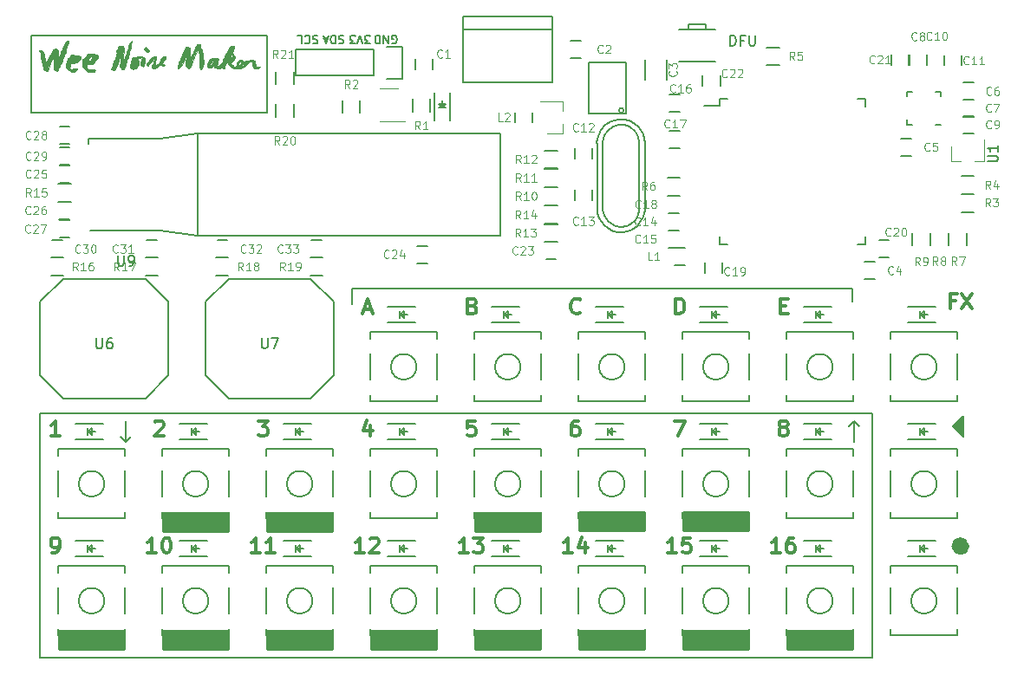
<source format=gto>
G04 #@! TF.FileFunction,Legend,Top*
%FSLAX46Y46*%
G04 Gerber Fmt 4.6, Leading zero omitted, Abs format (unit mm)*
G04 Created by KiCad (PCBNEW 4.0.6-e0-6349~52~ubuntu16.10.1) date Mon May  8 18:25:15 2017*
%MOMM*%
%LPD*%
G01*
G04 APERTURE LIST*
%ADD10C,0.100000*%
%ADD11C,0.200000*%
%ADD12C,0.150000*%
%ADD13C,0.300000*%
%ADD14C,1.000000*%
%ADD15C,0.010000*%
%ADD16C,0.120000*%
%ADD17C,0.125000*%
%ADD18C,0.254000*%
G04 APERTURE END LIST*
D10*
D11*
X104754020Y-79436260D02*
X104754020Y-86936260D01*
X104754020Y-86936260D02*
X81754020Y-86936260D01*
X81754020Y-79436260D02*
X104754020Y-79436260D01*
X81754020Y-86936260D02*
X81754020Y-79436260D01*
D12*
X109713381Y-79426790D02*
X109599095Y-79388695D01*
X109408619Y-79388695D01*
X109332429Y-79426790D01*
X109294333Y-79464886D01*
X109256238Y-79541076D01*
X109256238Y-79617267D01*
X109294333Y-79693457D01*
X109332429Y-79731552D01*
X109408619Y-79769648D01*
X109561000Y-79807743D01*
X109637191Y-79845838D01*
X109675286Y-79883933D01*
X109713381Y-79960124D01*
X109713381Y-80036314D01*
X109675286Y-80112505D01*
X109637191Y-80150600D01*
X109561000Y-80188695D01*
X109370524Y-80188695D01*
X109256238Y-80150600D01*
X108456238Y-79464886D02*
X108494333Y-79426790D01*
X108608619Y-79388695D01*
X108684809Y-79388695D01*
X108799095Y-79426790D01*
X108875286Y-79502981D01*
X108913381Y-79579171D01*
X108951476Y-79731552D01*
X108951476Y-79845838D01*
X108913381Y-79998219D01*
X108875286Y-80074410D01*
X108799095Y-80150600D01*
X108684809Y-80188695D01*
X108608619Y-80188695D01*
X108494333Y-80150600D01*
X108456238Y-80112505D01*
X107732428Y-79388695D02*
X108113381Y-79388695D01*
X108113381Y-80188695D01*
X112247028Y-79426790D02*
X112132742Y-79388695D01*
X111942266Y-79388695D01*
X111866076Y-79426790D01*
X111827980Y-79464886D01*
X111789885Y-79541076D01*
X111789885Y-79617267D01*
X111827980Y-79693457D01*
X111866076Y-79731552D01*
X111942266Y-79769648D01*
X112094647Y-79807743D01*
X112170838Y-79845838D01*
X112208933Y-79883933D01*
X112247028Y-79960124D01*
X112247028Y-80036314D01*
X112208933Y-80112505D01*
X112170838Y-80150600D01*
X112094647Y-80188695D01*
X111904171Y-80188695D01*
X111789885Y-80150600D01*
X111447028Y-79388695D02*
X111447028Y-80188695D01*
X111256552Y-80188695D01*
X111142266Y-80150600D01*
X111066075Y-80074410D01*
X111027980Y-79998219D01*
X110989885Y-79845838D01*
X110989885Y-79731552D01*
X111027980Y-79579171D01*
X111066075Y-79502981D01*
X111142266Y-79426790D01*
X111256552Y-79388695D01*
X111447028Y-79388695D01*
X110685123Y-79617267D02*
X110304171Y-79617267D01*
X110761314Y-79388695D02*
X110494647Y-80188695D01*
X110227980Y-79388695D01*
X114831476Y-80188695D02*
X114336238Y-80188695D01*
X114602905Y-79883933D01*
X114488619Y-79883933D01*
X114412429Y-79845838D01*
X114374333Y-79807743D01*
X114336238Y-79731552D01*
X114336238Y-79541076D01*
X114374333Y-79464886D01*
X114412429Y-79426790D01*
X114488619Y-79388695D01*
X114717191Y-79388695D01*
X114793381Y-79426790D01*
X114831476Y-79464886D01*
X114107667Y-80188695D02*
X113841000Y-79388695D01*
X113574333Y-80188695D01*
X113383857Y-80188695D02*
X112888619Y-80188695D01*
X113155286Y-79883933D01*
X113041000Y-79883933D01*
X112964810Y-79845838D01*
X112926714Y-79807743D01*
X112888619Y-79731552D01*
X112888619Y-79541076D01*
X112926714Y-79464886D01*
X112964810Y-79426790D01*
X113041000Y-79388695D01*
X113269572Y-79388695D01*
X113345762Y-79426790D01*
X113383857Y-79464886D01*
X116990523Y-80125200D02*
X117066714Y-80163295D01*
X117180999Y-80163295D01*
X117295285Y-80125200D01*
X117371476Y-80049010D01*
X117409571Y-79972819D01*
X117447666Y-79820438D01*
X117447666Y-79706152D01*
X117409571Y-79553771D01*
X117371476Y-79477581D01*
X117295285Y-79401390D01*
X117180999Y-79363295D01*
X117104809Y-79363295D01*
X116990523Y-79401390D01*
X116952428Y-79439486D01*
X116952428Y-79706152D01*
X117104809Y-79706152D01*
X116609571Y-79363295D02*
X116609571Y-80163295D01*
X116152428Y-79363295D01*
X116152428Y-80163295D01*
X115771476Y-79363295D02*
X115771476Y-80163295D01*
X115581000Y-80163295D01*
X115466714Y-80125200D01*
X115390523Y-80049010D01*
X115352428Y-79972819D01*
X115314333Y-79820438D01*
X115314333Y-79706152D01*
X115352428Y-79553771D01*
X115390523Y-79477581D01*
X115466714Y-79401390D01*
X115581000Y-79363295D01*
X115771476Y-79363295D01*
D11*
X149991914Y-80386181D02*
X149991914Y-79386181D01*
X150230009Y-79386181D01*
X150372867Y-79433800D01*
X150468105Y-79529038D01*
X150515724Y-79624276D01*
X150563343Y-79814752D01*
X150563343Y-79957610D01*
X150515724Y-80148086D01*
X150468105Y-80243324D01*
X150372867Y-80338562D01*
X150230009Y-80386181D01*
X149991914Y-80386181D01*
X151325248Y-79862371D02*
X150991914Y-79862371D01*
X150991914Y-80386181D02*
X150991914Y-79386181D01*
X151468105Y-79386181D01*
X151849057Y-79386181D02*
X151849057Y-80195705D01*
X151896676Y-80290943D01*
X151944295Y-80338562D01*
X152039533Y-80386181D01*
X152230010Y-80386181D01*
X152325248Y-80338562D01*
X152372867Y-80290943D01*
X152420486Y-80195705D01*
X152420486Y-79386181D01*
X172466000Y-118110000D02*
X172720000Y-118364000D01*
X172720000Y-117856000D02*
X172466000Y-118110000D01*
X172720000Y-117348000D02*
X172212000Y-117856000D01*
X171958000Y-117602000D02*
X172720000Y-116840000D01*
X172212000Y-117856000D02*
X171958000Y-117602000D01*
X172212000Y-117094000D02*
X172212000Y-117856000D01*
X172466000Y-116840000D02*
X172212000Y-117094000D01*
X172466000Y-118364000D02*
X172466000Y-116840000D01*
X172720000Y-118364000D02*
X172466000Y-118364000D01*
X172720000Y-117602000D02*
X172720000Y-118364000D01*
X172212000Y-118110000D02*
X172720000Y-117602000D01*
X172720000Y-117094000D02*
X172212000Y-117602000D01*
X171958000Y-117856000D02*
X172720000Y-117094000D01*
X161950400Y-104140000D02*
X161950400Y-105410000D01*
X123850400Y-104140000D02*
X113055400Y-104140000D01*
X161950400Y-104140000D02*
X123850400Y-104140000D01*
X113055400Y-104140000D02*
X113055400Y-105664000D01*
X82550000Y-116332000D02*
X163830000Y-116332000D01*
X82550000Y-140208000D02*
X82550000Y-116332000D01*
X163830000Y-140208000D02*
X82550000Y-140208000D01*
X163830000Y-116332000D02*
X163830000Y-140208000D01*
X162052000Y-119126000D02*
X162052000Y-117094000D01*
X162052000Y-117094000D02*
X161544000Y-117602000D01*
X162052000Y-117094000D02*
X162560000Y-117602000D01*
X90932000Y-119126000D02*
X90424000Y-118618000D01*
X90932000Y-119126000D02*
X91440000Y-118618000D01*
X90932000Y-117094000D02*
X90932000Y-119126000D01*
D13*
X154897972Y-105810857D02*
X155397972Y-105810857D01*
X155612258Y-106596571D02*
X154897972Y-106596571D01*
X154897972Y-105096571D01*
X155612258Y-105096571D01*
X144666543Y-106596571D02*
X144666543Y-105096571D01*
X145023686Y-105096571D01*
X145237971Y-105168000D01*
X145380829Y-105310857D01*
X145452257Y-105453714D01*
X145523686Y-105739429D01*
X145523686Y-105953714D01*
X145452257Y-106239429D01*
X145380829Y-106382286D01*
X145237971Y-106525143D01*
X145023686Y-106596571D01*
X144666543Y-106596571D01*
X135363686Y-106453714D02*
X135292257Y-106525143D01*
X135077971Y-106596571D01*
X134935114Y-106596571D01*
X134720829Y-106525143D01*
X134577971Y-106382286D01*
X134506543Y-106239429D01*
X134435114Y-105953714D01*
X134435114Y-105739429D01*
X134506543Y-105453714D01*
X134577971Y-105310857D01*
X134720829Y-105168000D01*
X134935114Y-105096571D01*
X135077971Y-105096571D01*
X135292257Y-105168000D01*
X135363686Y-105239429D01*
X124846543Y-105810857D02*
X125060829Y-105882286D01*
X125132257Y-105953714D01*
X125203686Y-106096571D01*
X125203686Y-106310857D01*
X125132257Y-106453714D01*
X125060829Y-106525143D01*
X124917971Y-106596571D01*
X124346543Y-106596571D01*
X124346543Y-105096571D01*
X124846543Y-105096571D01*
X124989400Y-105168000D01*
X125060829Y-105239429D01*
X125132257Y-105382286D01*
X125132257Y-105525143D01*
X125060829Y-105668000D01*
X124989400Y-105739429D01*
X124846543Y-105810857D01*
X124346543Y-105810857D01*
X114222257Y-106168000D02*
X114936543Y-106168000D01*
X114079400Y-106596571D02*
X114579400Y-105096571D01*
X115079400Y-106596571D01*
X171966001Y-105302857D02*
X171466001Y-105302857D01*
X171466001Y-106088571D02*
X171466001Y-104588571D01*
X172180287Y-104588571D01*
X172608858Y-104588571D02*
X173608858Y-106088571D01*
X173608858Y-104588571D02*
X172608858Y-106088571D01*
X154908286Y-129964571D02*
X154051143Y-129964571D01*
X154479715Y-129964571D02*
X154479715Y-128464571D01*
X154336858Y-128678857D01*
X154194000Y-128821714D01*
X154051143Y-128893143D01*
X156194000Y-128464571D02*
X155908286Y-128464571D01*
X155765429Y-128536000D01*
X155694000Y-128607429D01*
X155551143Y-128821714D01*
X155479714Y-129107429D01*
X155479714Y-129678857D01*
X155551143Y-129821714D01*
X155622571Y-129893143D01*
X155765429Y-129964571D01*
X156051143Y-129964571D01*
X156194000Y-129893143D01*
X156265429Y-129821714D01*
X156336857Y-129678857D01*
X156336857Y-129321714D01*
X156265429Y-129178857D01*
X156194000Y-129107429D01*
X156051143Y-129036000D01*
X155765429Y-129036000D01*
X155622571Y-129107429D01*
X155551143Y-129178857D01*
X155479714Y-129321714D01*
X144748286Y-129964571D02*
X143891143Y-129964571D01*
X144319715Y-129964571D02*
X144319715Y-128464571D01*
X144176858Y-128678857D01*
X144034000Y-128821714D01*
X143891143Y-128893143D01*
X146105429Y-128464571D02*
X145391143Y-128464571D01*
X145319714Y-129178857D01*
X145391143Y-129107429D01*
X145534000Y-129036000D01*
X145891143Y-129036000D01*
X146034000Y-129107429D01*
X146105429Y-129178857D01*
X146176857Y-129321714D01*
X146176857Y-129678857D01*
X146105429Y-129821714D01*
X146034000Y-129893143D01*
X145891143Y-129964571D01*
X145534000Y-129964571D01*
X145391143Y-129893143D01*
X145319714Y-129821714D01*
X134588286Y-129964571D02*
X133731143Y-129964571D01*
X134159715Y-129964571D02*
X134159715Y-128464571D01*
X134016858Y-128678857D01*
X133874000Y-128821714D01*
X133731143Y-128893143D01*
X135874000Y-128964571D02*
X135874000Y-129964571D01*
X135516857Y-128393143D02*
X135159714Y-129464571D01*
X136088286Y-129464571D01*
X124428286Y-129964571D02*
X123571143Y-129964571D01*
X123999715Y-129964571D02*
X123999715Y-128464571D01*
X123856858Y-128678857D01*
X123714000Y-128821714D01*
X123571143Y-128893143D01*
X124928286Y-128464571D02*
X125856857Y-128464571D01*
X125356857Y-129036000D01*
X125571143Y-129036000D01*
X125714000Y-129107429D01*
X125785429Y-129178857D01*
X125856857Y-129321714D01*
X125856857Y-129678857D01*
X125785429Y-129821714D01*
X125714000Y-129893143D01*
X125571143Y-129964571D01*
X125142571Y-129964571D01*
X124999714Y-129893143D01*
X124928286Y-129821714D01*
X114268286Y-129964571D02*
X113411143Y-129964571D01*
X113839715Y-129964571D02*
X113839715Y-128464571D01*
X113696858Y-128678857D01*
X113554000Y-128821714D01*
X113411143Y-128893143D01*
X114839714Y-128607429D02*
X114911143Y-128536000D01*
X115054000Y-128464571D01*
X115411143Y-128464571D01*
X115554000Y-128536000D01*
X115625429Y-128607429D01*
X115696857Y-128750286D01*
X115696857Y-128893143D01*
X115625429Y-129107429D01*
X114768286Y-129964571D01*
X115696857Y-129964571D01*
X104108286Y-129964571D02*
X103251143Y-129964571D01*
X103679715Y-129964571D02*
X103679715Y-128464571D01*
X103536858Y-128678857D01*
X103394000Y-128821714D01*
X103251143Y-128893143D01*
X105536857Y-129964571D02*
X104679714Y-129964571D01*
X105108286Y-129964571D02*
X105108286Y-128464571D01*
X104965429Y-128678857D01*
X104822571Y-128821714D01*
X104679714Y-128893143D01*
X93948286Y-129964571D02*
X93091143Y-129964571D01*
X93519715Y-129964571D02*
X93519715Y-128464571D01*
X93376858Y-128678857D01*
X93234000Y-128821714D01*
X93091143Y-128893143D01*
X94876857Y-128464571D02*
X95019714Y-128464571D01*
X95162571Y-128536000D01*
X95234000Y-128607429D01*
X95305429Y-128750286D01*
X95376857Y-129036000D01*
X95376857Y-129393143D01*
X95305429Y-129678857D01*
X95234000Y-129821714D01*
X95162571Y-129893143D01*
X95019714Y-129964571D01*
X94876857Y-129964571D01*
X94734000Y-129893143D01*
X94662571Y-129821714D01*
X94591143Y-129678857D01*
X94519714Y-129393143D01*
X94519714Y-129036000D01*
X94591143Y-128750286D01*
X94662571Y-128607429D01*
X94734000Y-128536000D01*
X94876857Y-128464571D01*
X83788286Y-129964571D02*
X84074001Y-129964571D01*
X84216858Y-129893143D01*
X84288286Y-129821714D01*
X84431144Y-129607429D01*
X84502572Y-129321714D01*
X84502572Y-128750286D01*
X84431144Y-128607429D01*
X84359715Y-128536000D01*
X84216858Y-128464571D01*
X83931144Y-128464571D01*
X83788286Y-128536000D01*
X83716858Y-128607429D01*
X83645429Y-128750286D01*
X83645429Y-129107429D01*
X83716858Y-129250286D01*
X83788286Y-129321714D01*
X83931144Y-129393143D01*
X84216858Y-129393143D01*
X84359715Y-129321714D01*
X84431144Y-129250286D01*
X84502572Y-129107429D01*
D11*
X172720000Y-118618000D02*
X172720000Y-116586000D01*
X171704000Y-117602000D02*
X172720000Y-118618000D01*
X172720000Y-116586000D02*
X171704000Y-117602000D01*
D14*
X172825210Y-129286000D02*
G75*
G03X172825210Y-129286000I-359210J0D01*
G01*
D13*
X155051144Y-117677429D02*
X154908286Y-117606000D01*
X154836858Y-117534571D01*
X154765429Y-117391714D01*
X154765429Y-117320286D01*
X154836858Y-117177429D01*
X154908286Y-117106000D01*
X155051144Y-117034571D01*
X155336858Y-117034571D01*
X155479715Y-117106000D01*
X155551144Y-117177429D01*
X155622572Y-117320286D01*
X155622572Y-117391714D01*
X155551144Y-117534571D01*
X155479715Y-117606000D01*
X155336858Y-117677429D01*
X155051144Y-117677429D01*
X154908286Y-117748857D01*
X154836858Y-117820286D01*
X154765429Y-117963143D01*
X154765429Y-118248857D01*
X154836858Y-118391714D01*
X154908286Y-118463143D01*
X155051144Y-118534571D01*
X155336858Y-118534571D01*
X155479715Y-118463143D01*
X155551144Y-118391714D01*
X155622572Y-118248857D01*
X155622572Y-117963143D01*
X155551144Y-117820286D01*
X155479715Y-117748857D01*
X155336858Y-117677429D01*
X144534001Y-117034571D02*
X145534001Y-117034571D01*
X144891144Y-118534571D01*
X135159715Y-117034571D02*
X134874001Y-117034571D01*
X134731144Y-117106000D01*
X134659715Y-117177429D01*
X134516858Y-117391714D01*
X134445429Y-117677429D01*
X134445429Y-118248857D01*
X134516858Y-118391714D01*
X134588286Y-118463143D01*
X134731144Y-118534571D01*
X135016858Y-118534571D01*
X135159715Y-118463143D01*
X135231144Y-118391714D01*
X135302572Y-118248857D01*
X135302572Y-117891714D01*
X135231144Y-117748857D01*
X135159715Y-117677429D01*
X135016858Y-117606000D01*
X134731144Y-117606000D01*
X134588286Y-117677429D01*
X134516858Y-117748857D01*
X134445429Y-117891714D01*
X125071144Y-117034571D02*
X124356858Y-117034571D01*
X124285429Y-117748857D01*
X124356858Y-117677429D01*
X124499715Y-117606000D01*
X124856858Y-117606000D01*
X124999715Y-117677429D01*
X125071144Y-117748857D01*
X125142572Y-117891714D01*
X125142572Y-118248857D01*
X125071144Y-118391714D01*
X124999715Y-118463143D01*
X124856858Y-118534571D01*
X124499715Y-118534571D01*
X124356858Y-118463143D01*
X124285429Y-118391714D01*
X114839715Y-117534571D02*
X114839715Y-118534571D01*
X114482572Y-116963143D02*
X114125429Y-118034571D01*
X115054001Y-118034571D01*
X103894001Y-117034571D02*
X104822572Y-117034571D01*
X104322572Y-117606000D01*
X104536858Y-117606000D01*
X104679715Y-117677429D01*
X104751144Y-117748857D01*
X104822572Y-117891714D01*
X104822572Y-118248857D01*
X104751144Y-118391714D01*
X104679715Y-118463143D01*
X104536858Y-118534571D01*
X104108286Y-118534571D01*
X103965429Y-118463143D01*
X103894001Y-118391714D01*
X93805429Y-117177429D02*
X93876858Y-117106000D01*
X94019715Y-117034571D01*
X94376858Y-117034571D01*
X94519715Y-117106000D01*
X94591144Y-117177429D01*
X94662572Y-117320286D01*
X94662572Y-117463143D01*
X94591144Y-117677429D01*
X93734001Y-118534571D01*
X94662572Y-118534571D01*
X84502572Y-118534571D02*
X83645429Y-118534571D01*
X84074001Y-118534571D02*
X84074001Y-117034571D01*
X83931144Y-117248857D01*
X83788286Y-117391714D01*
X83645429Y-117463143D01*
D15*
G36*
X87702249Y-81162698D02*
X87883420Y-81187049D01*
X88035491Y-81224646D01*
X88145655Y-81273043D01*
X88153023Y-81277809D01*
X88227895Y-81352752D01*
X88254455Y-81445792D01*
X88232220Y-81558400D01*
X88160702Y-81692049D01*
X88039417Y-81848208D01*
X87923590Y-81972776D01*
X87794949Y-82093289D01*
X87682587Y-82170947D01*
X87573342Y-82211051D01*
X87454053Y-82218906D01*
X87344924Y-82205945D01*
X87186117Y-82178585D01*
X87160936Y-82280144D01*
X87133052Y-82395921D01*
X87118274Y-82470488D01*
X87115164Y-82517172D01*
X87122284Y-82549303D01*
X87130121Y-82565751D01*
X87169178Y-82602973D01*
X87242474Y-82647901D01*
X87303453Y-82677205D01*
X87384776Y-82708343D01*
X87461600Y-82726069D01*
X87552626Y-82732756D01*
X87676554Y-82730775D01*
X87713801Y-82729250D01*
X87836581Y-82724605D01*
X87913576Y-82724965D01*
X87955358Y-82732200D01*
X87972502Y-82748178D01*
X87975578Y-82774766D01*
X87975567Y-82775511D01*
X87958088Y-82843543D01*
X87932043Y-82889704D01*
X87902710Y-82917904D01*
X87857964Y-82935728D01*
X87784941Y-82945960D01*
X87670776Y-82951383D01*
X87643663Y-82952092D01*
X87521151Y-82951989D01*
X87411497Y-82946486D01*
X87333570Y-82936692D01*
X87318959Y-82933008D01*
X87198398Y-82878354D01*
X87066581Y-82793019D01*
X86944845Y-82692402D01*
X86863814Y-82604516D01*
X86767574Y-82449082D01*
X86722597Y-82295511D01*
X86725881Y-82130133D01*
X86741956Y-82049637D01*
X86764429Y-81947692D01*
X86767856Y-81909341D01*
X87262714Y-81909341D01*
X87270981Y-81940788D01*
X87314596Y-81934182D01*
X87397345Y-81890592D01*
X87420345Y-81876657D01*
X87487496Y-81825693D01*
X87557219Y-81757842D01*
X87619244Y-81685504D01*
X87663301Y-81621083D01*
X87679120Y-81576980D01*
X87675722Y-81568258D01*
X87677092Y-81535233D01*
X87704731Y-81480161D01*
X87704787Y-81480076D01*
X87734002Y-81429505D01*
X87725494Y-81405891D01*
X87679250Y-81391183D01*
X87595805Y-81394813D01*
X87552317Y-81422886D01*
X87492181Y-81491411D01*
X87421214Y-81592656D01*
X87351498Y-81707753D01*
X87295113Y-81817838D01*
X87286005Y-81838773D01*
X87262714Y-81909341D01*
X86767856Y-81909341D01*
X86770420Y-81880656D01*
X86760159Y-81829525D01*
X86745027Y-81796093D01*
X86720641Y-81742123D01*
X86732462Y-81721682D01*
X86790159Y-81718482D01*
X86791105Y-81718482D01*
X86864237Y-81703713D01*
X86903151Y-81654982D01*
X86936059Y-81599860D01*
X86994016Y-81523646D01*
X87045064Y-81464482D01*
X87122883Y-81377087D01*
X87197308Y-81290023D01*
X87233426Y-81245760D01*
X87274780Y-81197643D01*
X87314923Y-81170192D01*
X87370957Y-81157628D01*
X87459983Y-81154167D01*
X87504781Y-81154037D01*
X87702249Y-81162698D01*
X87702249Y-81162698D01*
G37*
X87702249Y-81162698D02*
X87883420Y-81187049D01*
X88035491Y-81224646D01*
X88145655Y-81273043D01*
X88153023Y-81277809D01*
X88227895Y-81352752D01*
X88254455Y-81445792D01*
X88232220Y-81558400D01*
X88160702Y-81692049D01*
X88039417Y-81848208D01*
X87923590Y-81972776D01*
X87794949Y-82093289D01*
X87682587Y-82170947D01*
X87573342Y-82211051D01*
X87454053Y-82218906D01*
X87344924Y-82205945D01*
X87186117Y-82178585D01*
X87160936Y-82280144D01*
X87133052Y-82395921D01*
X87118274Y-82470488D01*
X87115164Y-82517172D01*
X87122284Y-82549303D01*
X87130121Y-82565751D01*
X87169178Y-82602973D01*
X87242474Y-82647901D01*
X87303453Y-82677205D01*
X87384776Y-82708343D01*
X87461600Y-82726069D01*
X87552626Y-82732756D01*
X87676554Y-82730775D01*
X87713801Y-82729250D01*
X87836581Y-82724605D01*
X87913576Y-82724965D01*
X87955358Y-82732200D01*
X87972502Y-82748178D01*
X87975578Y-82774766D01*
X87975567Y-82775511D01*
X87958088Y-82843543D01*
X87932043Y-82889704D01*
X87902710Y-82917904D01*
X87857964Y-82935728D01*
X87784941Y-82945960D01*
X87670776Y-82951383D01*
X87643663Y-82952092D01*
X87521151Y-82951989D01*
X87411497Y-82946486D01*
X87333570Y-82936692D01*
X87318959Y-82933008D01*
X87198398Y-82878354D01*
X87066581Y-82793019D01*
X86944845Y-82692402D01*
X86863814Y-82604516D01*
X86767574Y-82449082D01*
X86722597Y-82295511D01*
X86725881Y-82130133D01*
X86741956Y-82049637D01*
X86764429Y-81947692D01*
X86767856Y-81909341D01*
X87262714Y-81909341D01*
X87270981Y-81940788D01*
X87314596Y-81934182D01*
X87397345Y-81890592D01*
X87420345Y-81876657D01*
X87487496Y-81825693D01*
X87557219Y-81757842D01*
X87619244Y-81685504D01*
X87663301Y-81621083D01*
X87679120Y-81576980D01*
X87675722Y-81568258D01*
X87677092Y-81535233D01*
X87704731Y-81480161D01*
X87704787Y-81480076D01*
X87734002Y-81429505D01*
X87725494Y-81405891D01*
X87679250Y-81391183D01*
X87595805Y-81394813D01*
X87552317Y-81422886D01*
X87492181Y-81491411D01*
X87421214Y-81592656D01*
X87351498Y-81707753D01*
X87295113Y-81817838D01*
X87286005Y-81838773D01*
X87262714Y-81909341D01*
X86767856Y-81909341D01*
X86770420Y-81880656D01*
X86760159Y-81829525D01*
X86745027Y-81796093D01*
X86720641Y-81742123D01*
X86732462Y-81721682D01*
X86790159Y-81718482D01*
X86791105Y-81718482D01*
X86864237Y-81703713D01*
X86903151Y-81654982D01*
X86936059Y-81599860D01*
X86994016Y-81523646D01*
X87045064Y-81464482D01*
X87122883Y-81377087D01*
X87197308Y-81290023D01*
X87233426Y-81245760D01*
X87274780Y-81197643D01*
X87314923Y-81170192D01*
X87370957Y-81157628D01*
X87459983Y-81154167D01*
X87504781Y-81154037D01*
X87702249Y-81162698D01*
G36*
X85965898Y-81308372D02*
X86127909Y-81326056D01*
X86318570Y-81359173D01*
X86454648Y-81406196D01*
X86536437Y-81467823D01*
X86564234Y-81544750D01*
X86538331Y-81637677D01*
X86459025Y-81747300D01*
X86350647Y-81853419D01*
X86188618Y-81978690D01*
X86039317Y-82053994D01*
X85894903Y-82081929D01*
X85747534Y-82065090D01*
X85727598Y-82059704D01*
X85668839Y-82047085D01*
X85634738Y-82061209D01*
X85606507Y-82113497D01*
X85595772Y-82139836D01*
X85566263Y-82227660D01*
X85535436Y-82340907D01*
X85517965Y-82417388D01*
X85499816Y-82519047D01*
X85497545Y-82582198D01*
X85511256Y-82622528D01*
X85519377Y-82633590D01*
X85584902Y-82669053D01*
X85696616Y-82674485D01*
X85852941Y-82649924D01*
X85959187Y-82623137D01*
X86064463Y-82595604D01*
X86130087Y-82584785D01*
X86170047Y-82589833D01*
X86197149Y-82608719D01*
X86220804Y-82642757D01*
X86211257Y-82681469D01*
X86181294Y-82725375D01*
X86062319Y-82842127D01*
X85918875Y-82908866D01*
X85754366Y-82924663D01*
X85577576Y-82890333D01*
X85440263Y-82822761D01*
X85315926Y-82718854D01*
X85215119Y-82591713D01*
X85148394Y-82454441D01*
X85126178Y-82329892D01*
X85134199Y-82262664D01*
X85155132Y-82167286D01*
X85183854Y-82061591D01*
X85215239Y-81963417D01*
X85244165Y-81890598D01*
X85259846Y-81864633D01*
X85278403Y-81824781D01*
X85754693Y-81824781D01*
X85769495Y-81831371D01*
X85807009Y-81815362D01*
X85871377Y-81774307D01*
X85918888Y-81739648D01*
X86000187Y-81671597D01*
X86044393Y-81622766D01*
X86050397Y-81597892D01*
X86017092Y-81601710D01*
X85943368Y-81638956D01*
X85942308Y-81639581D01*
X85866859Y-81691109D01*
X85804481Y-81745765D01*
X85764113Y-81793628D01*
X85754693Y-81824781D01*
X85278403Y-81824781D01*
X85284343Y-81812027D01*
X85295312Y-81735342D01*
X85295354Y-81730577D01*
X85305433Y-81658327D01*
X85332903Y-81633815D01*
X85369022Y-81612454D01*
X85422143Y-81557472D01*
X85461656Y-81506815D01*
X85516181Y-81436829D01*
X85560291Y-81390702D01*
X85578444Y-81379815D01*
X85592465Y-81359058D01*
X85587782Y-81337482D01*
X85602244Y-81310557D01*
X85670698Y-81296717D01*
X85792222Y-81295982D01*
X85965898Y-81308372D01*
X85965898Y-81308372D01*
G37*
X85965898Y-81308372D02*
X86127909Y-81326056D01*
X86318570Y-81359173D01*
X86454648Y-81406196D01*
X86536437Y-81467823D01*
X86564234Y-81544750D01*
X86538331Y-81637677D01*
X86459025Y-81747300D01*
X86350647Y-81853419D01*
X86188618Y-81978690D01*
X86039317Y-82053994D01*
X85894903Y-82081929D01*
X85747534Y-82065090D01*
X85727598Y-82059704D01*
X85668839Y-82047085D01*
X85634738Y-82061209D01*
X85606507Y-82113497D01*
X85595772Y-82139836D01*
X85566263Y-82227660D01*
X85535436Y-82340907D01*
X85517965Y-82417388D01*
X85499816Y-82519047D01*
X85497545Y-82582198D01*
X85511256Y-82622528D01*
X85519377Y-82633590D01*
X85584902Y-82669053D01*
X85696616Y-82674485D01*
X85852941Y-82649924D01*
X85959187Y-82623137D01*
X86064463Y-82595604D01*
X86130087Y-82584785D01*
X86170047Y-82589833D01*
X86197149Y-82608719D01*
X86220804Y-82642757D01*
X86211257Y-82681469D01*
X86181294Y-82725375D01*
X86062319Y-82842127D01*
X85918875Y-82908866D01*
X85754366Y-82924663D01*
X85577576Y-82890333D01*
X85440263Y-82822761D01*
X85315926Y-82718854D01*
X85215119Y-82591713D01*
X85148394Y-82454441D01*
X85126178Y-82329892D01*
X85134199Y-82262664D01*
X85155132Y-82167286D01*
X85183854Y-82061591D01*
X85215239Y-81963417D01*
X85244165Y-81890598D01*
X85259846Y-81864633D01*
X85278403Y-81824781D01*
X85754693Y-81824781D01*
X85769495Y-81831371D01*
X85807009Y-81815362D01*
X85871377Y-81774307D01*
X85918888Y-81739648D01*
X86000187Y-81671597D01*
X86044393Y-81622766D01*
X86050397Y-81597892D01*
X86017092Y-81601710D01*
X85943368Y-81638956D01*
X85942308Y-81639581D01*
X85866859Y-81691109D01*
X85804481Y-81745765D01*
X85764113Y-81793628D01*
X85754693Y-81824781D01*
X85278403Y-81824781D01*
X85284343Y-81812027D01*
X85295312Y-81735342D01*
X85295354Y-81730577D01*
X85305433Y-81658327D01*
X85332903Y-81633815D01*
X85369022Y-81612454D01*
X85422143Y-81557472D01*
X85461656Y-81506815D01*
X85516181Y-81436829D01*
X85560291Y-81390702D01*
X85578444Y-81379815D01*
X85592465Y-81359058D01*
X85587782Y-81337482D01*
X85602244Y-81310557D01*
X85670698Y-81296717D01*
X85792222Y-81295982D01*
X85965898Y-81308372D01*
G36*
X85363674Y-79945267D02*
X85376152Y-80015942D01*
X85353729Y-80128628D01*
X85321529Y-80223102D01*
X85283292Y-80325109D01*
X85248504Y-80419227D01*
X85232768Y-80462593D01*
X85202886Y-80533721D01*
X85175451Y-80581891D01*
X85157118Y-80629985D01*
X85143360Y-80709394D01*
X85140500Y-80742091D01*
X85124891Y-80844754D01*
X85091585Y-80980892D01*
X85045775Y-81132383D01*
X84992658Y-81281109D01*
X84969804Y-81337482D01*
X84941650Y-81406483D01*
X84901923Y-81506823D01*
X84859103Y-81617075D01*
X84858092Y-81619704D01*
X84817538Y-81716017D01*
X84757289Y-81847404D01*
X84684314Y-81999191D01*
X84605582Y-82156703D01*
X84573108Y-82219815D01*
X84501508Y-82362444D01*
X84440469Y-82493149D01*
X84394567Y-82601398D01*
X84368376Y-82676663D01*
X84364020Y-82701004D01*
X84344610Y-82789099D01*
X84291017Y-82837472D01*
X84210197Y-82845047D01*
X84109106Y-82810749D01*
X84020492Y-82754112D01*
X83898354Y-82660853D01*
X83898354Y-82380167D01*
X83900680Y-82222911D01*
X83906904Y-82039623D01*
X83915891Y-81860490D01*
X83920552Y-81789037D01*
X83929600Y-81654810D01*
X83933259Y-81569136D01*
X83930853Y-81524321D01*
X83921707Y-81512670D01*
X83905145Y-81526489D01*
X83898238Y-81534945D01*
X83846817Y-81612904D01*
X83782071Y-81729699D01*
X83710589Y-81871351D01*
X83638961Y-82023881D01*
X83573778Y-82173312D01*
X83521628Y-82305665D01*
X83491580Y-82397538D01*
X83432340Y-82600035D01*
X83379271Y-82748625D01*
X83331460Y-82845400D01*
X83287996Y-82892451D01*
X83273421Y-82897593D01*
X83223829Y-82887279D01*
X83145159Y-82852620D01*
X83058743Y-82803695D01*
X82972845Y-82748115D01*
X82924313Y-82706714D01*
X82902482Y-82664024D01*
X82896684Y-82604577D01*
X82896465Y-82568346D01*
X82889469Y-82474439D01*
X82871029Y-82351207D01*
X82844964Y-82223669D01*
X82841853Y-82210688D01*
X82783014Y-81962590D01*
X82737954Y-81756112D01*
X82704226Y-81578813D01*
X82679388Y-81418250D01*
X82667680Y-81324301D01*
X82649720Y-81175622D01*
X82633621Y-81073585D01*
X82616195Y-81008613D01*
X82594257Y-80971128D01*
X82564621Y-80951555D01*
X82541241Y-80944279D01*
X82485369Y-80913004D01*
X82478480Y-80870781D01*
X82520439Y-80834471D01*
X82542188Y-80827336D01*
X82635869Y-80826561D01*
X82745336Y-80858291D01*
X82846531Y-80915048D01*
X82860806Y-80926335D01*
X82913478Y-80983553D01*
X82952502Y-81061146D01*
X82981512Y-81170051D01*
X83004145Y-81321205D01*
X83010147Y-81375574D01*
X83031142Y-81523279D01*
X83062632Y-81684304D01*
X83097813Y-81823872D01*
X83097936Y-81824286D01*
X83161188Y-82037350D01*
X83203280Y-81948471D01*
X83237368Y-81889068D01*
X83265661Y-81860137D01*
X83268474Y-81859593D01*
X83289575Y-81836972D01*
X83291576Y-81821513D01*
X83306566Y-81768846D01*
X83348008Y-81678997D01*
X83410605Y-81561454D01*
X83489065Y-81425708D01*
X83578093Y-81281246D01*
X83672393Y-81137558D01*
X83676849Y-81131008D01*
X83749306Y-81019042D01*
X83807711Y-80918049D01*
X83845354Y-80840338D01*
X83856020Y-80802416D01*
X83865674Y-80753663D01*
X83901078Y-80723322D01*
X83971898Y-80707561D01*
X84087796Y-80702545D01*
X84107955Y-80702482D01*
X84198863Y-80704832D01*
X84265253Y-80716985D01*
X84310968Y-80746592D01*
X84339856Y-80801304D01*
X84355762Y-80888774D01*
X84362533Y-81016654D01*
X84364015Y-81192595D01*
X84364020Y-81211928D01*
X84364445Y-81369692D01*
X84366315Y-81478048D01*
X84370523Y-81544030D01*
X84377960Y-81574671D01*
X84389520Y-81577005D01*
X84406095Y-81558065D01*
X84407661Y-81555847D01*
X84441852Y-81493534D01*
X84481391Y-81402576D01*
X84502869Y-81344956D01*
X84539393Y-81239628D01*
X84574376Y-81138602D01*
X84588555Y-81097593D01*
X84650083Y-80939082D01*
X84707146Y-80831868D01*
X84719062Y-80815371D01*
X84746085Y-80759776D01*
X84768521Y-80679982D01*
X84770436Y-80669929D01*
X84792924Y-80598087D01*
X84824513Y-80554077D01*
X84830455Y-80550870D01*
X84866014Y-80512527D01*
X84872020Y-80483869D01*
X84887702Y-80422930D01*
X84917314Y-80368154D01*
X84961073Y-80288416D01*
X84984013Y-80227818D01*
X85009481Y-80175280D01*
X85037498Y-80159204D01*
X85062830Y-80148943D01*
X85062520Y-80139495D01*
X85073028Y-80090208D01*
X85113107Y-80025383D01*
X85167813Y-79964182D01*
X85222197Y-79925766D01*
X85231791Y-79922485D01*
X85315740Y-79914737D01*
X85363674Y-79945267D01*
X85363674Y-79945267D01*
G37*
X85363674Y-79945267D02*
X85376152Y-80015942D01*
X85353729Y-80128628D01*
X85321529Y-80223102D01*
X85283292Y-80325109D01*
X85248504Y-80419227D01*
X85232768Y-80462593D01*
X85202886Y-80533721D01*
X85175451Y-80581891D01*
X85157118Y-80629985D01*
X85143360Y-80709394D01*
X85140500Y-80742091D01*
X85124891Y-80844754D01*
X85091585Y-80980892D01*
X85045775Y-81132383D01*
X84992658Y-81281109D01*
X84969804Y-81337482D01*
X84941650Y-81406483D01*
X84901923Y-81506823D01*
X84859103Y-81617075D01*
X84858092Y-81619704D01*
X84817538Y-81716017D01*
X84757289Y-81847404D01*
X84684314Y-81999191D01*
X84605582Y-82156703D01*
X84573108Y-82219815D01*
X84501508Y-82362444D01*
X84440469Y-82493149D01*
X84394567Y-82601398D01*
X84368376Y-82676663D01*
X84364020Y-82701004D01*
X84344610Y-82789099D01*
X84291017Y-82837472D01*
X84210197Y-82845047D01*
X84109106Y-82810749D01*
X84020492Y-82754112D01*
X83898354Y-82660853D01*
X83898354Y-82380167D01*
X83900680Y-82222911D01*
X83906904Y-82039623D01*
X83915891Y-81860490D01*
X83920552Y-81789037D01*
X83929600Y-81654810D01*
X83933259Y-81569136D01*
X83930853Y-81524321D01*
X83921707Y-81512670D01*
X83905145Y-81526489D01*
X83898238Y-81534945D01*
X83846817Y-81612904D01*
X83782071Y-81729699D01*
X83710589Y-81871351D01*
X83638961Y-82023881D01*
X83573778Y-82173312D01*
X83521628Y-82305665D01*
X83491580Y-82397538D01*
X83432340Y-82600035D01*
X83379271Y-82748625D01*
X83331460Y-82845400D01*
X83287996Y-82892451D01*
X83273421Y-82897593D01*
X83223829Y-82887279D01*
X83145159Y-82852620D01*
X83058743Y-82803695D01*
X82972845Y-82748115D01*
X82924313Y-82706714D01*
X82902482Y-82664024D01*
X82896684Y-82604577D01*
X82896465Y-82568346D01*
X82889469Y-82474439D01*
X82871029Y-82351207D01*
X82844964Y-82223669D01*
X82841853Y-82210688D01*
X82783014Y-81962590D01*
X82737954Y-81756112D01*
X82704226Y-81578813D01*
X82679388Y-81418250D01*
X82667680Y-81324301D01*
X82649720Y-81175622D01*
X82633621Y-81073585D01*
X82616195Y-81008613D01*
X82594257Y-80971128D01*
X82564621Y-80951555D01*
X82541241Y-80944279D01*
X82485369Y-80913004D01*
X82478480Y-80870781D01*
X82520439Y-80834471D01*
X82542188Y-80827336D01*
X82635869Y-80826561D01*
X82745336Y-80858291D01*
X82846531Y-80915048D01*
X82860806Y-80926335D01*
X82913478Y-80983553D01*
X82952502Y-81061146D01*
X82981512Y-81170051D01*
X83004145Y-81321205D01*
X83010147Y-81375574D01*
X83031142Y-81523279D01*
X83062632Y-81684304D01*
X83097813Y-81823872D01*
X83097936Y-81824286D01*
X83161188Y-82037350D01*
X83203280Y-81948471D01*
X83237368Y-81889068D01*
X83265661Y-81860137D01*
X83268474Y-81859593D01*
X83289575Y-81836972D01*
X83291576Y-81821513D01*
X83306566Y-81768846D01*
X83348008Y-81678997D01*
X83410605Y-81561454D01*
X83489065Y-81425708D01*
X83578093Y-81281246D01*
X83672393Y-81137558D01*
X83676849Y-81131008D01*
X83749306Y-81019042D01*
X83807711Y-80918049D01*
X83845354Y-80840338D01*
X83856020Y-80802416D01*
X83865674Y-80753663D01*
X83901078Y-80723322D01*
X83971898Y-80707561D01*
X84087796Y-80702545D01*
X84107955Y-80702482D01*
X84198863Y-80704832D01*
X84265253Y-80716985D01*
X84310968Y-80746592D01*
X84339856Y-80801304D01*
X84355762Y-80888774D01*
X84362533Y-81016654D01*
X84364015Y-81192595D01*
X84364020Y-81211928D01*
X84364445Y-81369692D01*
X84366315Y-81478048D01*
X84370523Y-81544030D01*
X84377960Y-81574671D01*
X84389520Y-81577005D01*
X84406095Y-81558065D01*
X84407661Y-81555847D01*
X84441852Y-81493534D01*
X84481391Y-81402576D01*
X84502869Y-81344956D01*
X84539393Y-81239628D01*
X84574376Y-81138602D01*
X84588555Y-81097593D01*
X84650083Y-80939082D01*
X84707146Y-80831868D01*
X84719062Y-80815371D01*
X84746085Y-80759776D01*
X84768521Y-80679982D01*
X84770436Y-80669929D01*
X84792924Y-80598087D01*
X84824513Y-80554077D01*
X84830455Y-80550870D01*
X84866014Y-80512527D01*
X84872020Y-80483869D01*
X84887702Y-80422930D01*
X84917314Y-80368154D01*
X84961073Y-80288416D01*
X84984013Y-80227818D01*
X85009481Y-80175280D01*
X85037498Y-80159204D01*
X85062830Y-80148943D01*
X85062520Y-80139495D01*
X85073028Y-80090208D01*
X85113107Y-80025383D01*
X85167813Y-79964182D01*
X85222197Y-79925766D01*
X85231791Y-79922485D01*
X85315740Y-79914737D01*
X85363674Y-79945267D01*
G36*
X91585507Y-79954776D02*
X91574429Y-79993842D01*
X91534415Y-80037494D01*
X91493170Y-80092079D01*
X91481328Y-80133591D01*
X91478538Y-80191086D01*
X91469859Y-80274021D01*
X91467342Y-80293260D01*
X91456346Y-80381501D01*
X91443077Y-80498605D01*
X91432003Y-80603704D01*
X91416537Y-80711560D01*
X91395332Y-80802883D01*
X91373483Y-80856928D01*
X91344907Y-80926412D01*
X91334909Y-80998161D01*
X91325290Y-81067680D01*
X91300060Y-81167959D01*
X91264665Y-81277389D01*
X91264354Y-81278247D01*
X91229545Y-81380072D01*
X91204284Y-81465132D01*
X91193685Y-81516086D01*
X91193624Y-81518014D01*
X91181093Y-81576396D01*
X91157432Y-81633815D01*
X91126705Y-81705256D01*
X91093150Y-81799159D01*
X91082981Y-81831371D01*
X91048994Y-81942367D01*
X91013362Y-82056853D01*
X91006285Y-82079301D01*
X90982969Y-82158963D01*
X90969414Y-82216840D01*
X90968020Y-82228896D01*
X90956389Y-82286567D01*
X90926044Y-82372880D01*
X90883814Y-82473104D01*
X90836526Y-82572505D01*
X90791005Y-82656350D01*
X90754078Y-82709905D01*
X90739952Y-82721098D01*
X90668236Y-82719046D01*
X90584778Y-82681544D01*
X90502590Y-82620131D01*
X90434680Y-82546352D01*
X90394058Y-82471750D01*
X90391958Y-82412345D01*
X90401749Y-82359080D01*
X90410250Y-82266019D01*
X90417194Y-82145270D01*
X90422312Y-82008941D01*
X90425338Y-81869138D01*
X90426003Y-81737968D01*
X90424040Y-81627539D01*
X90419182Y-81549956D01*
X90411731Y-81517793D01*
X90394194Y-81533287D01*
X90364268Y-81594096D01*
X90325724Y-81691453D01*
X90282334Y-81816590D01*
X90279693Y-81824687D01*
X90225896Y-81982934D01*
X90165799Y-82147823D01*
X90103467Y-82309391D01*
X90042969Y-82457678D01*
X89988373Y-82582723D01*
X89943745Y-82674564D01*
X89913154Y-82723240D01*
X89912502Y-82723922D01*
X89845468Y-82760292D01*
X89752251Y-82774561D01*
X89672469Y-82765602D01*
X89594890Y-82727126D01*
X89563424Y-82662807D01*
X89576240Y-82567461D01*
X89589241Y-82529949D01*
X89625152Y-82434089D01*
X89657412Y-82344367D01*
X89663995Y-82325260D01*
X89694121Y-82237083D01*
X89726632Y-82142857D01*
X89726993Y-82141815D01*
X89755034Y-82050849D01*
X89783692Y-81942767D01*
X89791674Y-81908982D01*
X89815190Y-81829457D01*
X89839737Y-81781724D01*
X89859499Y-81773250D01*
X89868616Y-81810204D01*
X89876270Y-81806855D01*
X89895063Y-81761467D01*
X89921085Y-81686401D01*
X89950422Y-81594019D01*
X89979165Y-81496682D01*
X90003401Y-81406752D01*
X90019219Y-81336590D01*
X90020164Y-81331277D01*
X90044550Y-81232106D01*
X90080527Y-81127898D01*
X90086401Y-81113868D01*
X90113794Y-81039015D01*
X90112771Y-81001067D01*
X90099624Y-80991572D01*
X90075700Y-80961800D01*
X90071851Y-80942371D01*
X90121354Y-80942371D01*
X90135465Y-80956482D01*
X90149576Y-80942371D01*
X90135465Y-80928260D01*
X90121354Y-80942371D01*
X90071851Y-80942371D01*
X90065423Y-80909928D01*
X90070536Y-80861952D01*
X90089699Y-80843593D01*
X90111736Y-80819084D01*
X90135701Y-80758178D01*
X90141362Y-80737716D01*
X90173578Y-80648382D01*
X90223360Y-80547018D01*
X90246017Y-80508627D01*
X90323798Y-80385414D01*
X90469521Y-80404415D01*
X90595304Y-80422751D01*
X90675962Y-80440985D01*
X90722641Y-80463435D01*
X90746484Y-80494419D01*
X90753302Y-80514372D01*
X90764555Y-80584538D01*
X90769222Y-80690035D01*
X90767209Y-80835696D01*
X90758421Y-81026351D01*
X90742765Y-81266832D01*
X90737140Y-81343724D01*
X90726723Y-81498765D01*
X90719842Y-81633626D01*
X90716824Y-81738472D01*
X90717997Y-81803469D01*
X90721271Y-81819806D01*
X90750806Y-81816609D01*
X90791750Y-81785774D01*
X90822934Y-81745754D01*
X90828255Y-81726545D01*
X90838336Y-81668879D01*
X90863470Y-81620225D01*
X90885256Y-81605593D01*
X90903964Y-81581122D01*
X90911576Y-81523568D01*
X90921077Y-81462774D01*
X90946674Y-81364913D01*
X90984009Y-81245523D01*
X91012506Y-81163735D01*
X91055322Y-81042103D01*
X91090313Y-80935590D01*
X91112995Y-80858262D01*
X91119102Y-80829482D01*
X91137840Y-80757714D01*
X91156500Y-80716593D01*
X91184511Y-80659749D01*
X91194396Y-80631926D01*
X91208558Y-80585883D01*
X91227720Y-80533148D01*
X91248557Y-80455591D01*
X91262199Y-80363294D01*
X91262659Y-80357513D01*
X91282316Y-80285959D01*
X91292602Y-80265037D01*
X91334909Y-80265037D01*
X91349020Y-80279148D01*
X91363132Y-80265037D01*
X91349020Y-80250926D01*
X91334909Y-80265037D01*
X91292602Y-80265037D01*
X91326271Y-80196555D01*
X91384873Y-80103306D01*
X91448471Y-80020221D01*
X91507413Y-79961306D01*
X91550008Y-79940482D01*
X91585507Y-79954776D01*
X91585507Y-79954776D01*
G37*
X91585507Y-79954776D02*
X91574429Y-79993842D01*
X91534415Y-80037494D01*
X91493170Y-80092079D01*
X91481328Y-80133591D01*
X91478538Y-80191086D01*
X91469859Y-80274021D01*
X91467342Y-80293260D01*
X91456346Y-80381501D01*
X91443077Y-80498605D01*
X91432003Y-80603704D01*
X91416537Y-80711560D01*
X91395332Y-80802883D01*
X91373483Y-80856928D01*
X91344907Y-80926412D01*
X91334909Y-80998161D01*
X91325290Y-81067680D01*
X91300060Y-81167959D01*
X91264665Y-81277389D01*
X91264354Y-81278247D01*
X91229545Y-81380072D01*
X91204284Y-81465132D01*
X91193685Y-81516086D01*
X91193624Y-81518014D01*
X91181093Y-81576396D01*
X91157432Y-81633815D01*
X91126705Y-81705256D01*
X91093150Y-81799159D01*
X91082981Y-81831371D01*
X91048994Y-81942367D01*
X91013362Y-82056853D01*
X91006285Y-82079301D01*
X90982969Y-82158963D01*
X90969414Y-82216840D01*
X90968020Y-82228896D01*
X90956389Y-82286567D01*
X90926044Y-82372880D01*
X90883814Y-82473104D01*
X90836526Y-82572505D01*
X90791005Y-82656350D01*
X90754078Y-82709905D01*
X90739952Y-82721098D01*
X90668236Y-82719046D01*
X90584778Y-82681544D01*
X90502590Y-82620131D01*
X90434680Y-82546352D01*
X90394058Y-82471750D01*
X90391958Y-82412345D01*
X90401749Y-82359080D01*
X90410250Y-82266019D01*
X90417194Y-82145270D01*
X90422312Y-82008941D01*
X90425338Y-81869138D01*
X90426003Y-81737968D01*
X90424040Y-81627539D01*
X90419182Y-81549956D01*
X90411731Y-81517793D01*
X90394194Y-81533287D01*
X90364268Y-81594096D01*
X90325724Y-81691453D01*
X90282334Y-81816590D01*
X90279693Y-81824687D01*
X90225896Y-81982934D01*
X90165799Y-82147823D01*
X90103467Y-82309391D01*
X90042969Y-82457678D01*
X89988373Y-82582723D01*
X89943745Y-82674564D01*
X89913154Y-82723240D01*
X89912502Y-82723922D01*
X89845468Y-82760292D01*
X89752251Y-82774561D01*
X89672469Y-82765602D01*
X89594890Y-82727126D01*
X89563424Y-82662807D01*
X89576240Y-82567461D01*
X89589241Y-82529949D01*
X89625152Y-82434089D01*
X89657412Y-82344367D01*
X89663995Y-82325260D01*
X89694121Y-82237083D01*
X89726632Y-82142857D01*
X89726993Y-82141815D01*
X89755034Y-82050849D01*
X89783692Y-81942767D01*
X89791674Y-81908982D01*
X89815190Y-81829457D01*
X89839737Y-81781724D01*
X89859499Y-81773250D01*
X89868616Y-81810204D01*
X89876270Y-81806855D01*
X89895063Y-81761467D01*
X89921085Y-81686401D01*
X89950422Y-81594019D01*
X89979165Y-81496682D01*
X90003401Y-81406752D01*
X90019219Y-81336590D01*
X90020164Y-81331277D01*
X90044550Y-81232106D01*
X90080527Y-81127898D01*
X90086401Y-81113868D01*
X90113794Y-81039015D01*
X90112771Y-81001067D01*
X90099624Y-80991572D01*
X90075700Y-80961800D01*
X90071851Y-80942371D01*
X90121354Y-80942371D01*
X90135465Y-80956482D01*
X90149576Y-80942371D01*
X90135465Y-80928260D01*
X90121354Y-80942371D01*
X90071851Y-80942371D01*
X90065423Y-80909928D01*
X90070536Y-80861952D01*
X90089699Y-80843593D01*
X90111736Y-80819084D01*
X90135701Y-80758178D01*
X90141362Y-80737716D01*
X90173578Y-80648382D01*
X90223360Y-80547018D01*
X90246017Y-80508627D01*
X90323798Y-80385414D01*
X90469521Y-80404415D01*
X90595304Y-80422751D01*
X90675962Y-80440985D01*
X90722641Y-80463435D01*
X90746484Y-80494419D01*
X90753302Y-80514372D01*
X90764555Y-80584538D01*
X90769222Y-80690035D01*
X90767209Y-80835696D01*
X90758421Y-81026351D01*
X90742765Y-81266832D01*
X90737140Y-81343724D01*
X90726723Y-81498765D01*
X90719842Y-81633626D01*
X90716824Y-81738472D01*
X90717997Y-81803469D01*
X90721271Y-81819806D01*
X90750806Y-81816609D01*
X90791750Y-81785774D01*
X90822934Y-81745754D01*
X90828255Y-81726545D01*
X90838336Y-81668879D01*
X90863470Y-81620225D01*
X90885256Y-81605593D01*
X90903964Y-81581122D01*
X90911576Y-81523568D01*
X90921077Y-81462774D01*
X90946674Y-81364913D01*
X90984009Y-81245523D01*
X91012506Y-81163735D01*
X91055322Y-81042103D01*
X91090313Y-80935590D01*
X91112995Y-80858262D01*
X91119102Y-80829482D01*
X91137840Y-80757714D01*
X91156500Y-80716593D01*
X91184511Y-80659749D01*
X91194396Y-80631926D01*
X91208558Y-80585883D01*
X91227720Y-80533148D01*
X91248557Y-80455591D01*
X91262199Y-80363294D01*
X91262659Y-80357513D01*
X91282316Y-80285959D01*
X91292602Y-80265037D01*
X91334909Y-80265037D01*
X91349020Y-80279148D01*
X91363132Y-80265037D01*
X91349020Y-80250926D01*
X91334909Y-80265037D01*
X91292602Y-80265037D01*
X91326271Y-80196555D01*
X91384873Y-80103306D01*
X91448471Y-80020221D01*
X91507413Y-79961306D01*
X91550008Y-79940482D01*
X91585507Y-79954776D01*
G36*
X98159257Y-80211141D02*
X98234881Y-80244823D01*
X98273645Y-80292170D01*
X98269509Y-80341052D01*
X98238142Y-80369528D01*
X98197031Y-80416884D01*
X98206877Y-80474128D01*
X98232127Y-80502340D01*
X98279887Y-80568024D01*
X98328179Y-80680953D01*
X98375522Y-80831963D01*
X98420437Y-81011890D01*
X98461443Y-81211571D01*
X98497060Y-81421842D01*
X98525808Y-81633539D01*
X98546206Y-81837498D01*
X98556774Y-82024556D01*
X98556032Y-82185550D01*
X98542500Y-82311314D01*
X98531437Y-82355229D01*
X98492539Y-82448666D01*
X98439369Y-82544261D01*
X98381361Y-82628219D01*
X98327949Y-82686740D01*
X98291419Y-82706260D01*
X98259171Y-82680913D01*
X98227954Y-82615146D01*
X98219600Y-82587684D01*
X98204937Y-82519261D01*
X98194798Y-82434752D01*
X98188832Y-82325420D01*
X98186691Y-82182528D01*
X98188022Y-81997343D01*
X98190396Y-81859593D01*
X98184057Y-81588859D01*
X98156961Y-81293001D01*
X98111809Y-80998230D01*
X98090806Y-80893470D01*
X98043844Y-80675236D01*
X97951752Y-80865248D01*
X97854769Y-81070789D01*
X97756352Y-81289122D01*
X97661459Y-81508454D01*
X97575046Y-81716992D01*
X97502070Y-81902944D01*
X97447489Y-82054516D01*
X97433001Y-82099354D01*
X97391322Y-82213897D01*
X97337173Y-82334815D01*
X97278117Y-82447818D01*
X97221716Y-82538616D01*
X97175535Y-82592917D01*
X97169431Y-82597372D01*
X97111746Y-82604534D01*
X97029805Y-82579164D01*
X96939852Y-82528047D01*
X96873783Y-82473898D01*
X96778665Y-82381705D01*
X96797190Y-82127705D01*
X96808846Y-81997734D01*
X96816967Y-81930148D01*
X97092243Y-81930148D01*
X97106354Y-81944260D01*
X97120465Y-81930148D01*
X97106354Y-81916037D01*
X97092243Y-81930148D01*
X96816967Y-81930148D01*
X96823584Y-81875082D01*
X96838745Y-81780965D01*
X96843137Y-81760815D01*
X96862586Y-81669077D01*
X96884647Y-81547217D01*
X96906822Y-81411461D01*
X96926615Y-81278035D01*
X96941530Y-81163166D01*
X96949070Y-81083080D01*
X96949518Y-81069371D01*
X96943047Y-81041116D01*
X96922816Y-81062842D01*
X96888446Y-81135437D01*
X96839555Y-81259785D01*
X96775760Y-81436776D01*
X96712803Y-81619620D01*
X96606189Y-81914462D01*
X96504793Y-82154314D01*
X96407858Y-82340312D01*
X96314632Y-82473594D01*
X96224361Y-82555297D01*
X96136289Y-82586558D01*
X96076243Y-82579260D01*
X96029445Y-82538725D01*
X96019798Y-82485403D01*
X96030450Y-82418360D01*
X96059560Y-82311866D01*
X96102860Y-82178137D01*
X96156081Y-82029389D01*
X96214956Y-81877838D01*
X96275215Y-81735700D01*
X96302552Y-81676148D01*
X96339160Y-81593907D01*
X96386249Y-81481502D01*
X96434360Y-81361577D01*
X96439958Y-81347231D01*
X96540841Y-81096191D01*
X96631775Y-80887207D01*
X96711373Y-80723069D01*
X96778254Y-80606564D01*
X96831033Y-80540484D01*
X96845267Y-80530137D01*
X96901068Y-80517869D01*
X96987585Y-80517205D01*
X97037663Y-80521949D01*
X97131926Y-80541017D01*
X97197848Y-80574927D01*
X97240041Y-80632499D01*
X97263116Y-80722553D01*
X97271683Y-80853908D01*
X97271602Y-80969443D01*
X97253108Y-81240440D01*
X97202942Y-81520518D01*
X97193570Y-81560487D01*
X97165231Y-81684686D01*
X97144599Y-81787590D01*
X97133818Y-81857579D01*
X97134155Y-81882691D01*
X97146433Y-81873016D01*
X97148687Y-81850185D01*
X97159742Y-81809663D01*
X97171073Y-81803148D01*
X97193317Y-81779072D01*
X97218035Y-81720226D01*
X97220757Y-81711426D01*
X97247394Y-81651432D01*
X97276567Y-81625605D01*
X97279986Y-81625742D01*
X97302933Y-81604398D01*
X97323818Y-81542845D01*
X97330809Y-81505798D01*
X97347376Y-81430540D01*
X97367488Y-81385500D01*
X97376194Y-81379815D01*
X97396216Y-81355683D01*
X97402687Y-81310252D01*
X97423866Y-81242938D01*
X97456838Y-81211709D01*
X97502017Y-81164260D01*
X97529344Y-81099153D01*
X97561578Y-81013076D01*
X97602270Y-80946203D01*
X97635857Y-80884125D01*
X97639873Y-80832615D01*
X97645963Y-80792653D01*
X97673231Y-80719400D01*
X97714219Y-80628209D01*
X97761471Y-80534431D01*
X97807530Y-80453418D01*
X97844940Y-80400523D01*
X97853872Y-80392037D01*
X97878773Y-80355928D01*
X97890062Y-80330182D01*
X97945173Y-80255338D01*
X98034029Y-80211678D01*
X98139005Y-80206996D01*
X98159257Y-80211141D01*
X98159257Y-80211141D01*
G37*
X98159257Y-80211141D02*
X98234881Y-80244823D01*
X98273645Y-80292170D01*
X98269509Y-80341052D01*
X98238142Y-80369528D01*
X98197031Y-80416884D01*
X98206877Y-80474128D01*
X98232127Y-80502340D01*
X98279887Y-80568024D01*
X98328179Y-80680953D01*
X98375522Y-80831963D01*
X98420437Y-81011890D01*
X98461443Y-81211571D01*
X98497060Y-81421842D01*
X98525808Y-81633539D01*
X98546206Y-81837498D01*
X98556774Y-82024556D01*
X98556032Y-82185550D01*
X98542500Y-82311314D01*
X98531437Y-82355229D01*
X98492539Y-82448666D01*
X98439369Y-82544261D01*
X98381361Y-82628219D01*
X98327949Y-82686740D01*
X98291419Y-82706260D01*
X98259171Y-82680913D01*
X98227954Y-82615146D01*
X98219600Y-82587684D01*
X98204937Y-82519261D01*
X98194798Y-82434752D01*
X98188832Y-82325420D01*
X98186691Y-82182528D01*
X98188022Y-81997343D01*
X98190396Y-81859593D01*
X98184057Y-81588859D01*
X98156961Y-81293001D01*
X98111809Y-80998230D01*
X98090806Y-80893470D01*
X98043844Y-80675236D01*
X97951752Y-80865248D01*
X97854769Y-81070789D01*
X97756352Y-81289122D01*
X97661459Y-81508454D01*
X97575046Y-81716992D01*
X97502070Y-81902944D01*
X97447489Y-82054516D01*
X97433001Y-82099354D01*
X97391322Y-82213897D01*
X97337173Y-82334815D01*
X97278117Y-82447818D01*
X97221716Y-82538616D01*
X97175535Y-82592917D01*
X97169431Y-82597372D01*
X97111746Y-82604534D01*
X97029805Y-82579164D01*
X96939852Y-82528047D01*
X96873783Y-82473898D01*
X96778665Y-82381705D01*
X96797190Y-82127705D01*
X96808846Y-81997734D01*
X96816967Y-81930148D01*
X97092243Y-81930148D01*
X97106354Y-81944260D01*
X97120465Y-81930148D01*
X97106354Y-81916037D01*
X97092243Y-81930148D01*
X96816967Y-81930148D01*
X96823584Y-81875082D01*
X96838745Y-81780965D01*
X96843137Y-81760815D01*
X96862586Y-81669077D01*
X96884647Y-81547217D01*
X96906822Y-81411461D01*
X96926615Y-81278035D01*
X96941530Y-81163166D01*
X96949070Y-81083080D01*
X96949518Y-81069371D01*
X96943047Y-81041116D01*
X96922816Y-81062842D01*
X96888446Y-81135437D01*
X96839555Y-81259785D01*
X96775760Y-81436776D01*
X96712803Y-81619620D01*
X96606189Y-81914462D01*
X96504793Y-82154314D01*
X96407858Y-82340312D01*
X96314632Y-82473594D01*
X96224361Y-82555297D01*
X96136289Y-82586558D01*
X96076243Y-82579260D01*
X96029445Y-82538725D01*
X96019798Y-82485403D01*
X96030450Y-82418360D01*
X96059560Y-82311866D01*
X96102860Y-82178137D01*
X96156081Y-82029389D01*
X96214956Y-81877838D01*
X96275215Y-81735700D01*
X96302552Y-81676148D01*
X96339160Y-81593907D01*
X96386249Y-81481502D01*
X96434360Y-81361577D01*
X96439958Y-81347231D01*
X96540841Y-81096191D01*
X96631775Y-80887207D01*
X96711373Y-80723069D01*
X96778254Y-80606564D01*
X96831033Y-80540484D01*
X96845267Y-80530137D01*
X96901068Y-80517869D01*
X96987585Y-80517205D01*
X97037663Y-80521949D01*
X97131926Y-80541017D01*
X97197848Y-80574927D01*
X97240041Y-80632499D01*
X97263116Y-80722553D01*
X97271683Y-80853908D01*
X97271602Y-80969443D01*
X97253108Y-81240440D01*
X97202942Y-81520518D01*
X97193570Y-81560487D01*
X97165231Y-81684686D01*
X97144599Y-81787590D01*
X97133818Y-81857579D01*
X97134155Y-81882691D01*
X97146433Y-81873016D01*
X97148687Y-81850185D01*
X97159742Y-81809663D01*
X97171073Y-81803148D01*
X97193317Y-81779072D01*
X97218035Y-81720226D01*
X97220757Y-81711426D01*
X97247394Y-81651432D01*
X97276567Y-81625605D01*
X97279986Y-81625742D01*
X97302933Y-81604398D01*
X97323818Y-81542845D01*
X97330809Y-81505798D01*
X97347376Y-81430540D01*
X97367488Y-81385500D01*
X97376194Y-81379815D01*
X97396216Y-81355683D01*
X97402687Y-81310252D01*
X97423866Y-81242938D01*
X97456838Y-81211709D01*
X97502017Y-81164260D01*
X97529344Y-81099153D01*
X97561578Y-81013076D01*
X97602270Y-80946203D01*
X97635857Y-80884125D01*
X97639873Y-80832615D01*
X97645963Y-80792653D01*
X97673231Y-80719400D01*
X97714219Y-80628209D01*
X97761471Y-80534431D01*
X97807530Y-80453418D01*
X97844940Y-80400523D01*
X97853872Y-80392037D01*
X97878773Y-80355928D01*
X97890062Y-80330182D01*
X97945173Y-80255338D01*
X98034029Y-80211678D01*
X98139005Y-80206996D01*
X98159257Y-80211141D01*
G36*
X92570889Y-81451580D02*
X92672952Y-81476075D01*
X92744095Y-81519604D01*
X92792391Y-81584479D01*
X92805046Y-81611824D01*
X92820641Y-81687922D01*
X92824373Y-81799649D01*
X92817927Y-81932139D01*
X92802989Y-82070522D01*
X92781244Y-82199929D01*
X92754377Y-82305492D01*
X92724075Y-82372342D01*
X92718026Y-82379483D01*
X92684021Y-82409810D01*
X92653222Y-82415511D01*
X92608277Y-82393817D01*
X92546487Y-82352111D01*
X92445335Y-82275914D01*
X92389358Y-82212295D01*
X92373552Y-82147990D01*
X92392911Y-82069734D01*
X92418365Y-82012551D01*
X92476285Y-81877551D01*
X92520460Y-81745557D01*
X92545109Y-81635123D01*
X92548307Y-81595396D01*
X92540554Y-81562225D01*
X92506933Y-81553024D01*
X92442632Y-81561084D01*
X92306945Y-81586340D01*
X92220253Y-81611539D01*
X92175689Y-81644720D01*
X92166387Y-81693927D01*
X92185481Y-81767201D01*
X92210450Y-81833025D01*
X92259279Y-82006027D01*
X92259005Y-82159420D01*
X92209194Y-82302180D01*
X92185846Y-82342203D01*
X92073120Y-82484261D01*
X91943087Y-82588763D01*
X91804580Y-82651595D01*
X91666429Y-82668641D01*
X91546576Y-82640052D01*
X91472647Y-82588824D01*
X91421192Y-82525879D01*
X91411810Y-82488921D01*
X91649457Y-82488921D01*
X91708259Y-82430119D01*
X91756853Y-82363685D01*
X91799551Y-82277190D01*
X91804560Y-82263622D01*
X91829561Y-82164759D01*
X91840766Y-82066504D01*
X91840805Y-82057148D01*
X91839550Y-81958371D01*
X91771709Y-82102567D01*
X91726759Y-82210187D01*
X91689143Y-82320831D01*
X91676662Y-82367842D01*
X91649457Y-82488921D01*
X91411810Y-82488921D01*
X91396451Y-82428422D01*
X91401708Y-82292701D01*
X91434875Y-82126891D01*
X91493863Y-81939165D01*
X91576583Y-81737696D01*
X91670807Y-81549148D01*
X91695558Y-81524268D01*
X91744399Y-81504050D01*
X91824261Y-81487298D01*
X91942074Y-81472813D01*
X92104768Y-81459396D01*
X92241719Y-81450446D01*
X92429835Y-81443808D01*
X92570889Y-81451580D01*
X92570889Y-81451580D01*
G37*
X92570889Y-81451580D02*
X92672952Y-81476075D01*
X92744095Y-81519604D01*
X92792391Y-81584479D01*
X92805046Y-81611824D01*
X92820641Y-81687922D01*
X92824373Y-81799649D01*
X92817927Y-81932139D01*
X92802989Y-82070522D01*
X92781244Y-82199929D01*
X92754377Y-82305492D01*
X92724075Y-82372342D01*
X92718026Y-82379483D01*
X92684021Y-82409810D01*
X92653222Y-82415511D01*
X92608277Y-82393817D01*
X92546487Y-82352111D01*
X92445335Y-82275914D01*
X92389358Y-82212295D01*
X92373552Y-82147990D01*
X92392911Y-82069734D01*
X92418365Y-82012551D01*
X92476285Y-81877551D01*
X92520460Y-81745557D01*
X92545109Y-81635123D01*
X92548307Y-81595396D01*
X92540554Y-81562225D01*
X92506933Y-81553024D01*
X92442632Y-81561084D01*
X92306945Y-81586340D01*
X92220253Y-81611539D01*
X92175689Y-81644720D01*
X92166387Y-81693927D01*
X92185481Y-81767201D01*
X92210450Y-81833025D01*
X92259279Y-82006027D01*
X92259005Y-82159420D01*
X92209194Y-82302180D01*
X92185846Y-82342203D01*
X92073120Y-82484261D01*
X91943087Y-82588763D01*
X91804580Y-82651595D01*
X91666429Y-82668641D01*
X91546576Y-82640052D01*
X91472647Y-82588824D01*
X91421192Y-82525879D01*
X91411810Y-82488921D01*
X91649457Y-82488921D01*
X91708259Y-82430119D01*
X91756853Y-82363685D01*
X91799551Y-82277190D01*
X91804560Y-82263622D01*
X91829561Y-82164759D01*
X91840766Y-82066504D01*
X91840805Y-82057148D01*
X91839550Y-81958371D01*
X91771709Y-82102567D01*
X91726759Y-82210187D01*
X91689143Y-82320831D01*
X91676662Y-82367842D01*
X91649457Y-82488921D01*
X91411810Y-82488921D01*
X91396451Y-82428422D01*
X91401708Y-82292701D01*
X91434875Y-82126891D01*
X91493863Y-81939165D01*
X91576583Y-81737696D01*
X91670807Y-81549148D01*
X91695558Y-81524268D01*
X91744399Y-81504050D01*
X91824261Y-81487298D01*
X91942074Y-81472813D01*
X92104768Y-81459396D01*
X92241719Y-81450446D01*
X92429835Y-81443808D01*
X92570889Y-81451580D01*
G36*
X101477932Y-80408056D02*
X101537313Y-80448560D01*
X101563974Y-80482087D01*
X101574164Y-80516473D01*
X101567842Y-80568065D01*
X101544968Y-80653208D01*
X101536734Y-80681393D01*
X101506858Y-80776904D01*
X101480160Y-80851435D01*
X101463949Y-80886149D01*
X101442355Y-80928835D01*
X101413024Y-81002425D01*
X101401529Y-81034660D01*
X101377830Y-81109726D01*
X101377319Y-81152853D01*
X101404439Y-81185346D01*
X101438168Y-81210270D01*
X101503226Y-81274237D01*
X101559349Y-81357351D01*
X101564612Y-81367892D01*
X101597495Y-81471877D01*
X101594098Y-81577169D01*
X101551660Y-81690525D01*
X101467416Y-81818704D01*
X101338606Y-81968463D01*
X101304359Y-82004617D01*
X101234080Y-82083171D01*
X101200017Y-82138528D01*
X101195123Y-82183742D01*
X101199038Y-82199714D01*
X101216972Y-82242488D01*
X101234864Y-82234767D01*
X101245673Y-82216968D01*
X101281423Y-82177333D01*
X101323691Y-82182642D01*
X101377777Y-82235562D01*
X101430496Y-82309947D01*
X101483879Y-82387393D01*
X101522266Y-82425684D01*
X101559454Y-82434217D01*
X101599829Y-82425268D01*
X101690135Y-82394853D01*
X101743370Y-82360864D01*
X101773675Y-82306912D01*
X101776657Y-82294396D01*
X101956099Y-82294396D01*
X101983000Y-82311022D01*
X102034537Y-82285920D01*
X102105112Y-82220032D01*
X102115062Y-82208897D01*
X102205283Y-82092806D01*
X102247165Y-82005163D01*
X102240625Y-81946151D01*
X102234332Y-81938615D01*
X102193267Y-81920571D01*
X102129532Y-81939296D01*
X102129208Y-81939444D01*
X102057979Y-82001170D01*
X101997447Y-82114466D01*
X101959433Y-82235100D01*
X101956099Y-82294396D01*
X101776657Y-82294396D01*
X101795192Y-82216607D01*
X101799470Y-82193901D01*
X101836797Y-82031045D01*
X101883659Y-81916457D01*
X101948224Y-81841976D01*
X102038655Y-81799441D01*
X102163118Y-81780693D01*
X102215352Y-81778265D01*
X102338358Y-81790561D01*
X102416534Y-81833994D01*
X102450001Y-81905566D01*
X102438879Y-82002277D01*
X102383289Y-82121127D01*
X102283352Y-82259117D01*
X102191884Y-82360537D01*
X102125111Y-82432339D01*
X102100930Y-82469077D01*
X102120775Y-82474314D01*
X102186084Y-82451617D01*
X102222538Y-82436651D01*
X102354129Y-82362899D01*
X102442336Y-82272395D01*
X102481303Y-82171626D01*
X102482687Y-82148475D01*
X102509723Y-82043934D01*
X102587031Y-81952193D01*
X102708911Y-81878760D01*
X102793611Y-81847954D01*
X102881833Y-81829500D01*
X102998475Y-81815508D01*
X103128804Y-81806470D01*
X103258088Y-81802881D01*
X103371595Y-81805233D01*
X103454592Y-81814017D01*
X103487407Y-81824747D01*
X103541168Y-81891451D01*
X103581950Y-82008879D01*
X103596898Y-82085371D01*
X103624950Y-82191959D01*
X103670433Y-82302977D01*
X103686031Y-82332315D01*
X103728539Y-82401271D01*
X103766917Y-82436929D01*
X103821584Y-82450265D01*
X103909099Y-82452260D01*
X103993733Y-82456854D01*
X104049681Y-82468699D01*
X104063132Y-82480006D01*
X104039928Y-82506731D01*
X103979884Y-82547231D01*
X103917211Y-82581696D01*
X103765939Y-82634944D01*
X103630544Y-82634426D01*
X103513050Y-82580765D01*
X103415479Y-82474580D01*
X103382540Y-82417650D01*
X103350362Y-82344296D01*
X103334642Y-82272392D01*
X103332529Y-82180982D01*
X103337947Y-82089800D01*
X103353784Y-81880402D01*
X103216086Y-81896710D01*
X103059100Y-81929952D01*
X102951082Y-81986228D01*
X102893544Y-82064661D01*
X102887276Y-82087369D01*
X102850999Y-82156526D01*
X102771442Y-82241322D01*
X102657087Y-82334887D01*
X102516417Y-82430353D01*
X102357915Y-82520849D01*
X102341576Y-82529277D01*
X102226909Y-82582665D01*
X102134632Y-82610260D01*
X102040692Y-82618343D01*
X102002909Y-82617723D01*
X101885194Y-82617951D01*
X101765902Y-82624564D01*
X101720687Y-82629390D01*
X101629938Y-82635545D01*
X101554816Y-82630683D01*
X101537243Y-82626331D01*
X101352907Y-82541464D01*
X101187662Y-82427909D01*
X101051883Y-82295077D01*
X100955946Y-82152378D01*
X100922694Y-82068963D01*
X100886807Y-81945889D01*
X100765875Y-82086284D01*
X100700226Y-82167200D01*
X100661792Y-82234072D01*
X100641151Y-82310049D01*
X100628882Y-82418285D01*
X100628388Y-82424135D01*
X100612773Y-82542363D01*
X100586859Y-82607834D01*
X100545387Y-82624014D01*
X100483095Y-82594365D01*
X100431137Y-82554003D01*
X100376953Y-82511841D01*
X100337024Y-82501823D01*
X100284974Y-82521692D01*
X100252583Y-82538709D01*
X100149623Y-82573427D01*
X100018805Y-82590545D01*
X99883032Y-82589509D01*
X99765208Y-82569769D01*
X99718000Y-82551601D01*
X99640297Y-82497373D01*
X99578985Y-82435790D01*
X99520744Y-82361749D01*
X99414216Y-82445358D01*
X99325251Y-82501492D01*
X99231023Y-82541179D01*
X99203405Y-82548046D01*
X99126869Y-82554512D01*
X99068319Y-82532993D01*
X99013852Y-82488525D01*
X98957553Y-82421033D01*
X98925470Y-82352825D01*
X98924444Y-82346621D01*
X99152465Y-82346621D01*
X99169387Y-82345346D01*
X99212195Y-82313623D01*
X99268948Y-82262904D01*
X99327707Y-82204636D01*
X99376533Y-82150269D01*
X99403487Y-82111253D01*
X99405541Y-82103933D01*
X99422154Y-82067102D01*
X99461051Y-82010780D01*
X99462909Y-82008405D01*
X99503404Y-81936743D01*
X99519354Y-81870503D01*
X99513805Y-81825298D01*
X99486102Y-81821213D01*
X99449875Y-81836015D01*
X99388210Y-81885112D01*
X99318900Y-81971727D01*
X99251418Y-82079594D01*
X99195241Y-82192444D01*
X99159843Y-82294011D01*
X99152465Y-82346621D01*
X98924444Y-82346621D01*
X98923245Y-82339371D01*
X98923012Y-82195915D01*
X98947867Y-82102735D01*
X98965297Y-82079015D01*
X99004091Y-82021828D01*
X99025545Y-81971165D01*
X99048281Y-81913473D01*
X99064913Y-81887815D01*
X99085623Y-81853438D01*
X99110713Y-81790386D01*
X99110951Y-81789681D01*
X99163609Y-81709006D01*
X99249040Y-81644078D01*
X99308007Y-81615361D01*
X99370631Y-81597403D01*
X99451675Y-81588058D01*
X99565900Y-81585184D01*
X99651524Y-81585620D01*
X99807808Y-81589742D01*
X99914527Y-81601396D01*
X99978494Y-81625377D01*
X100006523Y-81666480D01*
X100005425Y-81729500D01*
X99982273Y-81818398D01*
X99954301Y-81918918D01*
X99926494Y-82035047D01*
X99901474Y-82153330D01*
X99881861Y-82260316D01*
X99870278Y-82342552D01*
X99869348Y-82386586D01*
X99870894Y-82389874D01*
X99901307Y-82386050D01*
X99952595Y-82358831D01*
X100004562Y-82319284D01*
X100080750Y-82254715D01*
X100170922Y-82174596D01*
X100264840Y-82088400D01*
X100352267Y-82005599D01*
X100422965Y-81935665D01*
X100466698Y-81888070D01*
X100475485Y-81875025D01*
X100568022Y-81633645D01*
X101145557Y-81633645D01*
X101146050Y-81633815D01*
X101177559Y-81622155D01*
X101236252Y-81593882D01*
X101240311Y-81591791D01*
X101303394Y-81544914D01*
X101339790Y-81492379D01*
X101346815Y-81431941D01*
X101340430Y-81359775D01*
X101324492Y-81297663D01*
X101302860Y-81267388D01*
X101299856Y-81266926D01*
X101279734Y-81291144D01*
X101246874Y-81354826D01*
X101208169Y-81444521D01*
X101205837Y-81450371D01*
X101171723Y-81540621D01*
X101150198Y-81606103D01*
X101145557Y-81633645D01*
X100568022Y-81633645D01*
X100606025Y-81534516D01*
X100737360Y-81231340D01*
X100806373Y-81092799D01*
X101062733Y-81092799D01*
X101068799Y-81097593D01*
X101096556Y-81074281D01*
X101137583Y-81013899D01*
X101172755Y-80949426D01*
X101206225Y-80874924D01*
X101211684Y-80845103D01*
X101192677Y-80857847D01*
X101152749Y-80911038D01*
X101101848Y-80991760D01*
X101070155Y-81054957D01*
X101062733Y-81092799D01*
X100806373Y-81092799D01*
X100866394Y-80972311D01*
X100957132Y-80815371D01*
X100981862Y-80773037D01*
X101240909Y-80773037D01*
X101255020Y-80787148D01*
X101269132Y-80773037D01*
X101255020Y-80758926D01*
X101240909Y-80773037D01*
X100981862Y-80773037D01*
X101012348Y-80720850D01*
X101052943Y-80639942D01*
X101071220Y-80588215D01*
X101071560Y-80583974D01*
X101092591Y-80537857D01*
X101145083Y-80481144D01*
X101165962Y-80464029D01*
X101269416Y-80409494D01*
X101379165Y-80390596D01*
X101477932Y-80408056D01*
X101477932Y-80408056D01*
G37*
X101477932Y-80408056D02*
X101537313Y-80448560D01*
X101563974Y-80482087D01*
X101574164Y-80516473D01*
X101567842Y-80568065D01*
X101544968Y-80653208D01*
X101536734Y-80681393D01*
X101506858Y-80776904D01*
X101480160Y-80851435D01*
X101463949Y-80886149D01*
X101442355Y-80928835D01*
X101413024Y-81002425D01*
X101401529Y-81034660D01*
X101377830Y-81109726D01*
X101377319Y-81152853D01*
X101404439Y-81185346D01*
X101438168Y-81210270D01*
X101503226Y-81274237D01*
X101559349Y-81357351D01*
X101564612Y-81367892D01*
X101597495Y-81471877D01*
X101594098Y-81577169D01*
X101551660Y-81690525D01*
X101467416Y-81818704D01*
X101338606Y-81968463D01*
X101304359Y-82004617D01*
X101234080Y-82083171D01*
X101200017Y-82138528D01*
X101195123Y-82183742D01*
X101199038Y-82199714D01*
X101216972Y-82242488D01*
X101234864Y-82234767D01*
X101245673Y-82216968D01*
X101281423Y-82177333D01*
X101323691Y-82182642D01*
X101377777Y-82235562D01*
X101430496Y-82309947D01*
X101483879Y-82387393D01*
X101522266Y-82425684D01*
X101559454Y-82434217D01*
X101599829Y-82425268D01*
X101690135Y-82394853D01*
X101743370Y-82360864D01*
X101773675Y-82306912D01*
X101776657Y-82294396D01*
X101956099Y-82294396D01*
X101983000Y-82311022D01*
X102034537Y-82285920D01*
X102105112Y-82220032D01*
X102115062Y-82208897D01*
X102205283Y-82092806D01*
X102247165Y-82005163D01*
X102240625Y-81946151D01*
X102234332Y-81938615D01*
X102193267Y-81920571D01*
X102129532Y-81939296D01*
X102129208Y-81939444D01*
X102057979Y-82001170D01*
X101997447Y-82114466D01*
X101959433Y-82235100D01*
X101956099Y-82294396D01*
X101776657Y-82294396D01*
X101795192Y-82216607D01*
X101799470Y-82193901D01*
X101836797Y-82031045D01*
X101883659Y-81916457D01*
X101948224Y-81841976D01*
X102038655Y-81799441D01*
X102163118Y-81780693D01*
X102215352Y-81778265D01*
X102338358Y-81790561D01*
X102416534Y-81833994D01*
X102450001Y-81905566D01*
X102438879Y-82002277D01*
X102383289Y-82121127D01*
X102283352Y-82259117D01*
X102191884Y-82360537D01*
X102125111Y-82432339D01*
X102100930Y-82469077D01*
X102120775Y-82474314D01*
X102186084Y-82451617D01*
X102222538Y-82436651D01*
X102354129Y-82362899D01*
X102442336Y-82272395D01*
X102481303Y-82171626D01*
X102482687Y-82148475D01*
X102509723Y-82043934D01*
X102587031Y-81952193D01*
X102708911Y-81878760D01*
X102793611Y-81847954D01*
X102881833Y-81829500D01*
X102998475Y-81815508D01*
X103128804Y-81806470D01*
X103258088Y-81802881D01*
X103371595Y-81805233D01*
X103454592Y-81814017D01*
X103487407Y-81824747D01*
X103541168Y-81891451D01*
X103581950Y-82008879D01*
X103596898Y-82085371D01*
X103624950Y-82191959D01*
X103670433Y-82302977D01*
X103686031Y-82332315D01*
X103728539Y-82401271D01*
X103766917Y-82436929D01*
X103821584Y-82450265D01*
X103909099Y-82452260D01*
X103993733Y-82456854D01*
X104049681Y-82468699D01*
X104063132Y-82480006D01*
X104039928Y-82506731D01*
X103979884Y-82547231D01*
X103917211Y-82581696D01*
X103765939Y-82634944D01*
X103630544Y-82634426D01*
X103513050Y-82580765D01*
X103415479Y-82474580D01*
X103382540Y-82417650D01*
X103350362Y-82344296D01*
X103334642Y-82272392D01*
X103332529Y-82180982D01*
X103337947Y-82089800D01*
X103353784Y-81880402D01*
X103216086Y-81896710D01*
X103059100Y-81929952D01*
X102951082Y-81986228D01*
X102893544Y-82064661D01*
X102887276Y-82087369D01*
X102850999Y-82156526D01*
X102771442Y-82241322D01*
X102657087Y-82334887D01*
X102516417Y-82430353D01*
X102357915Y-82520849D01*
X102341576Y-82529277D01*
X102226909Y-82582665D01*
X102134632Y-82610260D01*
X102040692Y-82618343D01*
X102002909Y-82617723D01*
X101885194Y-82617951D01*
X101765902Y-82624564D01*
X101720687Y-82629390D01*
X101629938Y-82635545D01*
X101554816Y-82630683D01*
X101537243Y-82626331D01*
X101352907Y-82541464D01*
X101187662Y-82427909D01*
X101051883Y-82295077D01*
X100955946Y-82152378D01*
X100922694Y-82068963D01*
X100886807Y-81945889D01*
X100765875Y-82086284D01*
X100700226Y-82167200D01*
X100661792Y-82234072D01*
X100641151Y-82310049D01*
X100628882Y-82418285D01*
X100628388Y-82424135D01*
X100612773Y-82542363D01*
X100586859Y-82607834D01*
X100545387Y-82624014D01*
X100483095Y-82594365D01*
X100431137Y-82554003D01*
X100376953Y-82511841D01*
X100337024Y-82501823D01*
X100284974Y-82521692D01*
X100252583Y-82538709D01*
X100149623Y-82573427D01*
X100018805Y-82590545D01*
X99883032Y-82589509D01*
X99765208Y-82569769D01*
X99718000Y-82551601D01*
X99640297Y-82497373D01*
X99578985Y-82435790D01*
X99520744Y-82361749D01*
X99414216Y-82445358D01*
X99325251Y-82501492D01*
X99231023Y-82541179D01*
X99203405Y-82548046D01*
X99126869Y-82554512D01*
X99068319Y-82532993D01*
X99013852Y-82488525D01*
X98957553Y-82421033D01*
X98925470Y-82352825D01*
X98924444Y-82346621D01*
X99152465Y-82346621D01*
X99169387Y-82345346D01*
X99212195Y-82313623D01*
X99268948Y-82262904D01*
X99327707Y-82204636D01*
X99376533Y-82150269D01*
X99403487Y-82111253D01*
X99405541Y-82103933D01*
X99422154Y-82067102D01*
X99461051Y-82010780D01*
X99462909Y-82008405D01*
X99503404Y-81936743D01*
X99519354Y-81870503D01*
X99513805Y-81825298D01*
X99486102Y-81821213D01*
X99449875Y-81836015D01*
X99388210Y-81885112D01*
X99318900Y-81971727D01*
X99251418Y-82079594D01*
X99195241Y-82192444D01*
X99159843Y-82294011D01*
X99152465Y-82346621D01*
X98924444Y-82346621D01*
X98923245Y-82339371D01*
X98923012Y-82195915D01*
X98947867Y-82102735D01*
X98965297Y-82079015D01*
X99004091Y-82021828D01*
X99025545Y-81971165D01*
X99048281Y-81913473D01*
X99064913Y-81887815D01*
X99085623Y-81853438D01*
X99110713Y-81790386D01*
X99110951Y-81789681D01*
X99163609Y-81709006D01*
X99249040Y-81644078D01*
X99308007Y-81615361D01*
X99370631Y-81597403D01*
X99451675Y-81588058D01*
X99565900Y-81585184D01*
X99651524Y-81585620D01*
X99807808Y-81589742D01*
X99914527Y-81601396D01*
X99978494Y-81625377D01*
X100006523Y-81666480D01*
X100005425Y-81729500D01*
X99982273Y-81818398D01*
X99954301Y-81918918D01*
X99926494Y-82035047D01*
X99901474Y-82153330D01*
X99881861Y-82260316D01*
X99870278Y-82342552D01*
X99869348Y-82386586D01*
X99870894Y-82389874D01*
X99901307Y-82386050D01*
X99952595Y-82358831D01*
X100004562Y-82319284D01*
X100080750Y-82254715D01*
X100170922Y-82174596D01*
X100264840Y-82088400D01*
X100352267Y-82005599D01*
X100422965Y-81935665D01*
X100466698Y-81888070D01*
X100475485Y-81875025D01*
X100568022Y-81633645D01*
X101145557Y-81633645D01*
X101146050Y-81633815D01*
X101177559Y-81622155D01*
X101236252Y-81593882D01*
X101240311Y-81591791D01*
X101303394Y-81544914D01*
X101339790Y-81492379D01*
X101346815Y-81431941D01*
X101340430Y-81359775D01*
X101324492Y-81297663D01*
X101302860Y-81267388D01*
X101299856Y-81266926D01*
X101279734Y-81291144D01*
X101246874Y-81354826D01*
X101208169Y-81444521D01*
X101205837Y-81450371D01*
X101171723Y-81540621D01*
X101150198Y-81606103D01*
X101145557Y-81633645D01*
X100568022Y-81633645D01*
X100606025Y-81534516D01*
X100737360Y-81231340D01*
X100806373Y-81092799D01*
X101062733Y-81092799D01*
X101068799Y-81097593D01*
X101096556Y-81074281D01*
X101137583Y-81013899D01*
X101172755Y-80949426D01*
X101206225Y-80874924D01*
X101211684Y-80845103D01*
X101192677Y-80857847D01*
X101152749Y-80911038D01*
X101101848Y-80991760D01*
X101070155Y-81054957D01*
X101062733Y-81092799D01*
X100806373Y-81092799D01*
X100866394Y-80972311D01*
X100957132Y-80815371D01*
X100981862Y-80773037D01*
X101240909Y-80773037D01*
X101255020Y-80787148D01*
X101269132Y-80773037D01*
X101255020Y-80758926D01*
X101240909Y-80773037D01*
X100981862Y-80773037D01*
X101012348Y-80720850D01*
X101052943Y-80639942D01*
X101071220Y-80588215D01*
X101071560Y-80583974D01*
X101092591Y-80537857D01*
X101145083Y-80481144D01*
X101165962Y-80464029D01*
X101269416Y-80409494D01*
X101379165Y-80390596D01*
X101477932Y-80408056D01*
G36*
X93857564Y-81391772D02*
X93893678Y-81408352D01*
X93899068Y-81411408D01*
X93941525Y-81443901D01*
X93962530Y-81487587D01*
X93962190Y-81553010D01*
X93940613Y-81650709D01*
X93902768Y-81776063D01*
X93873437Y-81883427D01*
X93849259Y-82000526D01*
X93831810Y-82114599D01*
X93822663Y-82212883D01*
X93823392Y-82282615D01*
X93835571Y-82311035D01*
X93836784Y-82311148D01*
X93871558Y-82297246D01*
X93940828Y-82260306D01*
X94031397Y-82207484D01*
X94059011Y-82190678D01*
X94159885Y-82125729D01*
X94221715Y-82075822D01*
X94255434Y-82029769D01*
X94271978Y-81976384D01*
X94272798Y-81971955D01*
X94311905Y-81818239D01*
X94328231Y-81786306D01*
X94552243Y-81786306D01*
X94568950Y-81795988D01*
X94612731Y-81770206D01*
X94674073Y-81716476D01*
X94743465Y-81642316D01*
X94761193Y-81621176D01*
X94818698Y-81543327D01*
X94835118Y-81501456D01*
X94810856Y-81496847D01*
X94746311Y-81530784D01*
X94735191Y-81537957D01*
X94683064Y-81584593D01*
X94626033Y-81652851D01*
X94578090Y-81723739D01*
X94553226Y-81778262D01*
X94552243Y-81786306D01*
X94328231Y-81786306D01*
X94373542Y-81697683D01*
X94469375Y-81592025D01*
X94563533Y-81516794D01*
X94674642Y-81453312D01*
X94769476Y-81433187D01*
X94841208Y-81455143D01*
X94883012Y-81517905D01*
X94890909Y-81577962D01*
X94872705Y-81625536D01*
X94826453Y-81696837D01*
X94764698Y-81776372D01*
X94699983Y-81848647D01*
X94644851Y-81898166D01*
X94621727Y-81910477D01*
X94596908Y-81941099D01*
X94574568Y-82008824D01*
X94567012Y-82048487D01*
X94560914Y-82144880D01*
X94584075Y-82199494D01*
X94644342Y-82222778D01*
X94700409Y-82226050D01*
X94762117Y-82236424D01*
X94772501Y-82263298D01*
X94732467Y-82301764D01*
X94681266Y-82329978D01*
X94605199Y-82358559D01*
X94543119Y-82356239D01*
X94499862Y-82341054D01*
X94423146Y-82298793D01*
X94367042Y-82252763D01*
X94340542Y-82227789D01*
X94313989Y-82223088D01*
X94276041Y-82243698D01*
X94215356Y-82294657D01*
X94160390Y-82344571D01*
X94070185Y-82423688D01*
X93983706Y-82493808D01*
X93919124Y-82540221D01*
X93917243Y-82541383D01*
X93814718Y-82580572D01*
X93697538Y-82591286D01*
X93590059Y-82573001D01*
X93542522Y-82549437D01*
X93500667Y-82496003D01*
X93483078Y-82422714D01*
X93487053Y-82344752D01*
X93509885Y-82277297D01*
X93548872Y-82235529D01*
X93598789Y-82233614D01*
X93620123Y-82231236D01*
X93638778Y-82200518D01*
X93657506Y-82133244D01*
X93679061Y-82021197D01*
X93688388Y-81966237D01*
X93706678Y-81846237D01*
X93718539Y-81748193D01*
X93722641Y-81684587D01*
X93720244Y-81667298D01*
X93689112Y-81673104D01*
X93633412Y-81720104D01*
X93558916Y-81801894D01*
X93471396Y-81912070D01*
X93376622Y-82044227D01*
X93364480Y-82062080D01*
X93269960Y-82194369D01*
X93194751Y-82280017D01*
X93133129Y-82322969D01*
X93079368Y-82327172D01*
X93027741Y-82296572D01*
X93026220Y-82295207D01*
X92985296Y-82233416D01*
X92972518Y-82161291D01*
X92988360Y-82099826D01*
X93021187Y-82072687D01*
X93060162Y-82043825D01*
X93121591Y-81981026D01*
X93194515Y-81895846D01*
X93223125Y-81859800D01*
X93372879Y-81693286D01*
X93549968Y-81549995D01*
X93600062Y-81516085D01*
X93705081Y-81448119D01*
X93775109Y-81407509D01*
X93821988Y-81390109D01*
X93857564Y-81391772D01*
X93857564Y-81391772D01*
G37*
X93857564Y-81391772D02*
X93893678Y-81408352D01*
X93899068Y-81411408D01*
X93941525Y-81443901D01*
X93962530Y-81487587D01*
X93962190Y-81553010D01*
X93940613Y-81650709D01*
X93902768Y-81776063D01*
X93873437Y-81883427D01*
X93849259Y-82000526D01*
X93831810Y-82114599D01*
X93822663Y-82212883D01*
X93823392Y-82282615D01*
X93835571Y-82311035D01*
X93836784Y-82311148D01*
X93871558Y-82297246D01*
X93940828Y-82260306D01*
X94031397Y-82207484D01*
X94059011Y-82190678D01*
X94159885Y-82125729D01*
X94221715Y-82075822D01*
X94255434Y-82029769D01*
X94271978Y-81976384D01*
X94272798Y-81971955D01*
X94311905Y-81818239D01*
X94328231Y-81786306D01*
X94552243Y-81786306D01*
X94568950Y-81795988D01*
X94612731Y-81770206D01*
X94674073Y-81716476D01*
X94743465Y-81642316D01*
X94761193Y-81621176D01*
X94818698Y-81543327D01*
X94835118Y-81501456D01*
X94810856Y-81496847D01*
X94746311Y-81530784D01*
X94735191Y-81537957D01*
X94683064Y-81584593D01*
X94626033Y-81652851D01*
X94578090Y-81723739D01*
X94553226Y-81778262D01*
X94552243Y-81786306D01*
X94328231Y-81786306D01*
X94373542Y-81697683D01*
X94469375Y-81592025D01*
X94563533Y-81516794D01*
X94674642Y-81453312D01*
X94769476Y-81433187D01*
X94841208Y-81455143D01*
X94883012Y-81517905D01*
X94890909Y-81577962D01*
X94872705Y-81625536D01*
X94826453Y-81696837D01*
X94764698Y-81776372D01*
X94699983Y-81848647D01*
X94644851Y-81898166D01*
X94621727Y-81910477D01*
X94596908Y-81941099D01*
X94574568Y-82008824D01*
X94567012Y-82048487D01*
X94560914Y-82144880D01*
X94584075Y-82199494D01*
X94644342Y-82222778D01*
X94700409Y-82226050D01*
X94762117Y-82236424D01*
X94772501Y-82263298D01*
X94732467Y-82301764D01*
X94681266Y-82329978D01*
X94605199Y-82358559D01*
X94543119Y-82356239D01*
X94499862Y-82341054D01*
X94423146Y-82298793D01*
X94367042Y-82252763D01*
X94340542Y-82227789D01*
X94313989Y-82223088D01*
X94276041Y-82243698D01*
X94215356Y-82294657D01*
X94160390Y-82344571D01*
X94070185Y-82423688D01*
X93983706Y-82493808D01*
X93919124Y-82540221D01*
X93917243Y-82541383D01*
X93814718Y-82580572D01*
X93697538Y-82591286D01*
X93590059Y-82573001D01*
X93542522Y-82549437D01*
X93500667Y-82496003D01*
X93483078Y-82422714D01*
X93487053Y-82344752D01*
X93509885Y-82277297D01*
X93548872Y-82235529D01*
X93598789Y-82233614D01*
X93620123Y-82231236D01*
X93638778Y-82200518D01*
X93657506Y-82133244D01*
X93679061Y-82021197D01*
X93688388Y-81966237D01*
X93706678Y-81846237D01*
X93718539Y-81748193D01*
X93722641Y-81684587D01*
X93720244Y-81667298D01*
X93689112Y-81673104D01*
X93633412Y-81720104D01*
X93558916Y-81801894D01*
X93471396Y-81912070D01*
X93376622Y-82044227D01*
X93364480Y-82062080D01*
X93269960Y-82194369D01*
X93194751Y-82280017D01*
X93133129Y-82322969D01*
X93079368Y-82327172D01*
X93027741Y-82296572D01*
X93026220Y-82295207D01*
X92985296Y-82233416D01*
X92972518Y-82161291D01*
X92988360Y-82099826D01*
X93021187Y-82072687D01*
X93060162Y-82043825D01*
X93121591Y-81981026D01*
X93194515Y-81895846D01*
X93223125Y-81859800D01*
X93372879Y-81693286D01*
X93549968Y-81549995D01*
X93600062Y-81516085D01*
X93705081Y-81448119D01*
X93775109Y-81407509D01*
X93821988Y-81390109D01*
X93857564Y-81391772D01*
G36*
X93025603Y-80577095D02*
X93094953Y-80637488D01*
X93182329Y-80742500D01*
X93220124Y-80836531D01*
X93212334Y-80926223D01*
X93172346Y-80972836D01*
X93103892Y-80987038D01*
X93024189Y-80969572D01*
X92950449Y-80921181D01*
X92944032Y-80914633D01*
X92883077Y-80860893D01*
X92827313Y-80828421D01*
X92826223Y-80828065D01*
X92782995Y-80789082D01*
X92779912Y-80716466D01*
X92817240Y-80616530D01*
X92817301Y-80616414D01*
X92872123Y-80549927D01*
X92941129Y-80536788D01*
X93025603Y-80577095D01*
X93025603Y-80577095D01*
G37*
X93025603Y-80577095D02*
X93094953Y-80637488D01*
X93182329Y-80742500D01*
X93220124Y-80836531D01*
X93212334Y-80926223D01*
X93172346Y-80972836D01*
X93103892Y-80987038D01*
X93024189Y-80969572D01*
X92950449Y-80921181D01*
X92944032Y-80914633D01*
X92883077Y-80860893D01*
X92827313Y-80828421D01*
X92826223Y-80828065D01*
X92782995Y-80789082D01*
X92779912Y-80716466D01*
X92817240Y-80616530D01*
X92817301Y-80616414D01*
X92872123Y-80549927D01*
X92941129Y-80536788D01*
X93025603Y-80577095D01*
D12*
X135424800Y-79896600D02*
X134424800Y-79896600D01*
X134424800Y-81596600D02*
X135424800Y-81596600D01*
X148958000Y-85585000D02*
X148958000Y-86235000D01*
X163208000Y-85585000D02*
X163208000Y-86345000D01*
X163208000Y-99835000D02*
X163208000Y-99075000D01*
X148958000Y-99835000D02*
X148958000Y-99075000D01*
X148958000Y-85585000D02*
X149718000Y-85585000D01*
X148958000Y-99835000D02*
X149718000Y-99835000D01*
X163208000Y-99835000D02*
X162448000Y-99835000D01*
X163208000Y-85585000D02*
X162448000Y-85585000D01*
X148958000Y-86235000D02*
X147433000Y-86235000D01*
X84485200Y-97350000D02*
X85485200Y-97350000D01*
X85485200Y-95650000D02*
X84485200Y-95650000D01*
X84501200Y-99148000D02*
X85501200Y-99148000D01*
X85501200Y-97448000D02*
X84501200Y-97448000D01*
X157150000Y-107430000D02*
X159850000Y-107430000D01*
X157150000Y-105930000D02*
X159850000Y-105930000D01*
X158650000Y-106830000D02*
X158650000Y-106580000D01*
X158650000Y-106580000D02*
X158500000Y-106730000D01*
X158400000Y-106330000D02*
X158400000Y-107030000D01*
X158750000Y-106680000D02*
X159100000Y-106680000D01*
X158400000Y-106680000D02*
X158750000Y-106330000D01*
X158750000Y-106330000D02*
X158750000Y-107030000D01*
X158750000Y-107030000D02*
X158400000Y-106680000D01*
X119360000Y-123190000D02*
G75*
G03X119360000Y-123190000I-1250000J0D01*
G01*
X121360000Y-125940000D02*
X121360000Y-126590000D01*
X121360000Y-126590000D02*
X114860000Y-126590000D01*
X114860000Y-126590000D02*
X114860000Y-125940000D01*
X121360000Y-120440000D02*
X121360000Y-119790000D01*
X121360000Y-119790000D02*
X114860000Y-119790000D01*
X114860000Y-119790000D02*
X114860000Y-120440000D01*
X121360000Y-121940000D02*
X121360000Y-124440000D01*
X114860000Y-121940000D02*
X114860000Y-124440000D01*
X173728000Y-83986000D02*
X172728000Y-83986000D01*
X172728000Y-85686000D02*
X173728000Y-85686000D01*
X88880000Y-123190000D02*
G75*
G03X88880000Y-123190000I-1250000J0D01*
G01*
X90880000Y-125940000D02*
X90880000Y-126590000D01*
X90880000Y-126590000D02*
X84380000Y-126590000D01*
X84380000Y-126590000D02*
X84380000Y-125940000D01*
X90880000Y-120440000D02*
X90880000Y-119790000D01*
X90880000Y-119790000D02*
X84380000Y-119790000D01*
X84380000Y-119790000D02*
X84380000Y-120440000D01*
X90880000Y-121940000D02*
X90880000Y-124440000D01*
X84380000Y-121940000D02*
X84380000Y-124440000D01*
X167310000Y-107430000D02*
X170010000Y-107430000D01*
X167310000Y-105930000D02*
X170010000Y-105930000D01*
X168810000Y-106830000D02*
X168810000Y-106580000D01*
X168810000Y-106580000D02*
X168660000Y-106730000D01*
X168560000Y-106330000D02*
X168560000Y-107030000D01*
X168910000Y-106680000D02*
X169260000Y-106680000D01*
X168560000Y-106680000D02*
X168910000Y-106330000D01*
X168910000Y-106330000D02*
X168910000Y-107030000D01*
X168910000Y-107030000D02*
X168560000Y-106680000D01*
X149840000Y-123190000D02*
G75*
G03X149840000Y-123190000I-1250000J0D01*
G01*
X151840000Y-125940000D02*
X151840000Y-126590000D01*
X151840000Y-126590000D02*
X145340000Y-126590000D01*
X145340000Y-126590000D02*
X145340000Y-125940000D01*
X151840000Y-120440000D02*
X151840000Y-119790000D01*
X151840000Y-119790000D02*
X145340000Y-119790000D01*
X145340000Y-119790000D02*
X145340000Y-120440000D01*
X151840000Y-121940000D02*
X151840000Y-124440000D01*
X145340000Y-121940000D02*
X145340000Y-124440000D01*
X120712200Y-85607600D02*
X120712200Y-86807600D01*
X118962200Y-86807600D02*
X118962200Y-85607600D01*
X160000000Y-123190000D02*
G75*
G03X160000000Y-123190000I-1250000J0D01*
G01*
X162000000Y-125940000D02*
X162000000Y-126590000D01*
X162000000Y-126590000D02*
X155500000Y-126590000D01*
X155500000Y-126590000D02*
X155500000Y-125940000D01*
X162000000Y-120440000D02*
X162000000Y-119790000D01*
X162000000Y-119790000D02*
X155500000Y-119790000D01*
X155500000Y-119790000D02*
X155500000Y-120440000D01*
X162000000Y-121940000D02*
X162000000Y-124440000D01*
X155500000Y-121940000D02*
X155500000Y-124440000D01*
X99040000Y-123190000D02*
G75*
G03X99040000Y-123190000I-1250000J0D01*
G01*
X101040000Y-125940000D02*
X101040000Y-126590000D01*
X101040000Y-126590000D02*
X94540000Y-126590000D01*
X94540000Y-126590000D02*
X94540000Y-125940000D01*
X101040000Y-120440000D02*
X101040000Y-119790000D01*
X101040000Y-119790000D02*
X94540000Y-119790000D01*
X94540000Y-119790000D02*
X94540000Y-120440000D01*
X101040000Y-121940000D02*
X101040000Y-124440000D01*
X94540000Y-121940000D02*
X94540000Y-124440000D01*
X109200000Y-123190000D02*
G75*
G03X109200000Y-123190000I-1250000J0D01*
G01*
X111200000Y-125940000D02*
X111200000Y-126590000D01*
X111200000Y-126590000D02*
X104700000Y-126590000D01*
X104700000Y-126590000D02*
X104700000Y-125940000D01*
X111200000Y-120440000D02*
X111200000Y-119790000D01*
X111200000Y-119790000D02*
X104700000Y-119790000D01*
X104700000Y-119790000D02*
X104700000Y-120440000D01*
X111200000Y-121940000D02*
X111200000Y-124440000D01*
X104700000Y-121940000D02*
X104700000Y-124440000D01*
X129520000Y-123190000D02*
G75*
G03X129520000Y-123190000I-1250000J0D01*
G01*
X131520000Y-125940000D02*
X131520000Y-126590000D01*
X131520000Y-126590000D02*
X125020000Y-126590000D01*
X125020000Y-126590000D02*
X125020000Y-125940000D01*
X131520000Y-120440000D02*
X131520000Y-119790000D01*
X131520000Y-119790000D02*
X125020000Y-119790000D01*
X125020000Y-119790000D02*
X125020000Y-120440000D01*
X131520000Y-121940000D02*
X131520000Y-124440000D01*
X125020000Y-121940000D02*
X125020000Y-124440000D01*
X139680000Y-123190000D02*
G75*
G03X139680000Y-123190000I-1250000J0D01*
G01*
X141680000Y-125940000D02*
X141680000Y-126590000D01*
X141680000Y-126590000D02*
X135180000Y-126590000D01*
X135180000Y-126590000D02*
X135180000Y-125940000D01*
X141680000Y-120440000D02*
X141680000Y-119790000D01*
X141680000Y-119790000D02*
X135180000Y-119790000D01*
X135180000Y-119790000D02*
X135180000Y-120440000D01*
X141680000Y-121940000D02*
X141680000Y-124440000D01*
X135180000Y-121940000D02*
X135180000Y-124440000D01*
X88880000Y-134620000D02*
G75*
G03X88880000Y-134620000I-1250000J0D01*
G01*
X90880000Y-137370000D02*
X90880000Y-138020000D01*
X90880000Y-138020000D02*
X84380000Y-138020000D01*
X84380000Y-138020000D02*
X84380000Y-137370000D01*
X90880000Y-131870000D02*
X90880000Y-131220000D01*
X90880000Y-131220000D02*
X84380000Y-131220000D01*
X84380000Y-131220000D02*
X84380000Y-131870000D01*
X90880000Y-133370000D02*
X90880000Y-135870000D01*
X84380000Y-133370000D02*
X84380000Y-135870000D01*
X99040000Y-134620000D02*
G75*
G03X99040000Y-134620000I-1250000J0D01*
G01*
X101040000Y-137370000D02*
X101040000Y-138020000D01*
X101040000Y-138020000D02*
X94540000Y-138020000D01*
X94540000Y-138020000D02*
X94540000Y-137370000D01*
X101040000Y-131870000D02*
X101040000Y-131220000D01*
X101040000Y-131220000D02*
X94540000Y-131220000D01*
X94540000Y-131220000D02*
X94540000Y-131870000D01*
X101040000Y-133370000D02*
X101040000Y-135870000D01*
X94540000Y-133370000D02*
X94540000Y-135870000D01*
X109200000Y-134620000D02*
G75*
G03X109200000Y-134620000I-1250000J0D01*
G01*
X111200000Y-137370000D02*
X111200000Y-138020000D01*
X111200000Y-138020000D02*
X104700000Y-138020000D01*
X104700000Y-138020000D02*
X104700000Y-137370000D01*
X111200000Y-131870000D02*
X111200000Y-131220000D01*
X111200000Y-131220000D02*
X104700000Y-131220000D01*
X104700000Y-131220000D02*
X104700000Y-131870000D01*
X111200000Y-133370000D02*
X111200000Y-135870000D01*
X104700000Y-133370000D02*
X104700000Y-135870000D01*
X119360000Y-134620000D02*
G75*
G03X119360000Y-134620000I-1250000J0D01*
G01*
X121360000Y-137370000D02*
X121360000Y-138020000D01*
X121360000Y-138020000D02*
X114860000Y-138020000D01*
X114860000Y-138020000D02*
X114860000Y-137370000D01*
X121360000Y-131870000D02*
X121360000Y-131220000D01*
X121360000Y-131220000D02*
X114860000Y-131220000D01*
X114860000Y-131220000D02*
X114860000Y-131870000D01*
X121360000Y-133370000D02*
X121360000Y-135870000D01*
X114860000Y-133370000D02*
X114860000Y-135870000D01*
X129520000Y-134620000D02*
G75*
G03X129520000Y-134620000I-1250000J0D01*
G01*
X131520000Y-137370000D02*
X131520000Y-138020000D01*
X131520000Y-138020000D02*
X125020000Y-138020000D01*
X125020000Y-138020000D02*
X125020000Y-137370000D01*
X131520000Y-131870000D02*
X131520000Y-131220000D01*
X131520000Y-131220000D02*
X125020000Y-131220000D01*
X125020000Y-131220000D02*
X125020000Y-131870000D01*
X131520000Y-133370000D02*
X131520000Y-135870000D01*
X125020000Y-133370000D02*
X125020000Y-135870000D01*
X139680000Y-134620000D02*
G75*
G03X139680000Y-134620000I-1250000J0D01*
G01*
X141680000Y-137370000D02*
X141680000Y-138020000D01*
X141680000Y-138020000D02*
X135180000Y-138020000D01*
X135180000Y-138020000D02*
X135180000Y-137370000D01*
X141680000Y-131870000D02*
X141680000Y-131220000D01*
X141680000Y-131220000D02*
X135180000Y-131220000D01*
X135180000Y-131220000D02*
X135180000Y-131870000D01*
X141680000Y-133370000D02*
X141680000Y-135870000D01*
X135180000Y-133370000D02*
X135180000Y-135870000D01*
X149840000Y-134620000D02*
G75*
G03X149840000Y-134620000I-1250000J0D01*
G01*
X151840000Y-137370000D02*
X151840000Y-138020000D01*
X151840000Y-138020000D02*
X145340000Y-138020000D01*
X145340000Y-138020000D02*
X145340000Y-137370000D01*
X151840000Y-131870000D02*
X151840000Y-131220000D01*
X151840000Y-131220000D02*
X145340000Y-131220000D01*
X145340000Y-131220000D02*
X145340000Y-131870000D01*
X151840000Y-133370000D02*
X151840000Y-135870000D01*
X145340000Y-133370000D02*
X145340000Y-135870000D01*
X160000000Y-134620000D02*
G75*
G03X160000000Y-134620000I-1250000J0D01*
G01*
X162000000Y-137370000D02*
X162000000Y-138020000D01*
X162000000Y-138020000D02*
X155500000Y-138020000D01*
X155500000Y-138020000D02*
X155500000Y-137370000D01*
X162000000Y-131870000D02*
X162000000Y-131220000D01*
X162000000Y-131220000D02*
X155500000Y-131220000D01*
X155500000Y-131220000D02*
X155500000Y-131870000D01*
X162000000Y-133370000D02*
X162000000Y-135870000D01*
X155500000Y-133370000D02*
X155500000Y-135870000D01*
X170160000Y-123190000D02*
G75*
G03X170160000Y-123190000I-1250000J0D01*
G01*
X172160000Y-125940000D02*
X172160000Y-126590000D01*
X172160000Y-126590000D02*
X165660000Y-126590000D01*
X165660000Y-126590000D02*
X165660000Y-125940000D01*
X172160000Y-120440000D02*
X172160000Y-119790000D01*
X172160000Y-119790000D02*
X165660000Y-119790000D01*
X165660000Y-119790000D02*
X165660000Y-120440000D01*
X172160000Y-121940000D02*
X172160000Y-124440000D01*
X165660000Y-121940000D02*
X165660000Y-124440000D01*
X170160000Y-134620000D02*
G75*
G03X170160000Y-134620000I-1250000J0D01*
G01*
X172160000Y-137370000D02*
X172160000Y-138020000D01*
X172160000Y-138020000D02*
X165660000Y-138020000D01*
X165660000Y-138020000D02*
X165660000Y-137370000D01*
X172160000Y-131870000D02*
X172160000Y-131220000D01*
X172160000Y-131220000D02*
X165660000Y-131220000D01*
X165660000Y-131220000D02*
X165660000Y-131870000D01*
X172160000Y-133370000D02*
X172160000Y-135870000D01*
X165660000Y-133370000D02*
X165660000Y-135870000D01*
X170160000Y-111760000D02*
G75*
G03X170160000Y-111760000I-1250000J0D01*
G01*
X172160000Y-114510000D02*
X172160000Y-115160000D01*
X172160000Y-115160000D02*
X165660000Y-115160000D01*
X165660000Y-115160000D02*
X165660000Y-114510000D01*
X172160000Y-109010000D02*
X172160000Y-108360000D01*
X172160000Y-108360000D02*
X165660000Y-108360000D01*
X165660000Y-108360000D02*
X165660000Y-109010000D01*
X172160000Y-110510000D02*
X172160000Y-113010000D01*
X165660000Y-110510000D02*
X165660000Y-113010000D01*
X119360000Y-111760000D02*
G75*
G03X119360000Y-111760000I-1250000J0D01*
G01*
X121360000Y-114510000D02*
X121360000Y-115160000D01*
X121360000Y-115160000D02*
X114860000Y-115160000D01*
X114860000Y-115160000D02*
X114860000Y-114510000D01*
X121360000Y-109010000D02*
X121360000Y-108360000D01*
X121360000Y-108360000D02*
X114860000Y-108360000D01*
X114860000Y-108360000D02*
X114860000Y-109010000D01*
X121360000Y-110510000D02*
X121360000Y-113010000D01*
X114860000Y-110510000D02*
X114860000Y-113010000D01*
X129520000Y-111760000D02*
G75*
G03X129520000Y-111760000I-1250000J0D01*
G01*
X131520000Y-114510000D02*
X131520000Y-115160000D01*
X131520000Y-115160000D02*
X125020000Y-115160000D01*
X125020000Y-115160000D02*
X125020000Y-114510000D01*
X131520000Y-109010000D02*
X131520000Y-108360000D01*
X131520000Y-108360000D02*
X125020000Y-108360000D01*
X125020000Y-108360000D02*
X125020000Y-109010000D01*
X131520000Y-110510000D02*
X131520000Y-113010000D01*
X125020000Y-110510000D02*
X125020000Y-113010000D01*
X139680000Y-111760000D02*
G75*
G03X139680000Y-111760000I-1250000J0D01*
G01*
X141680000Y-114510000D02*
X141680000Y-115160000D01*
X141680000Y-115160000D02*
X135180000Y-115160000D01*
X135180000Y-115160000D02*
X135180000Y-114510000D01*
X141680000Y-109010000D02*
X141680000Y-108360000D01*
X141680000Y-108360000D02*
X135180000Y-108360000D01*
X135180000Y-108360000D02*
X135180000Y-109010000D01*
X141680000Y-110510000D02*
X141680000Y-113010000D01*
X135180000Y-110510000D02*
X135180000Y-113010000D01*
X149840000Y-111760000D02*
G75*
G03X149840000Y-111760000I-1250000J0D01*
G01*
X151840000Y-114510000D02*
X151840000Y-115160000D01*
X151840000Y-115160000D02*
X145340000Y-115160000D01*
X145340000Y-115160000D02*
X145340000Y-114510000D01*
X151840000Y-109010000D02*
X151840000Y-108360000D01*
X151840000Y-108360000D02*
X145340000Y-108360000D01*
X145340000Y-108360000D02*
X145340000Y-109010000D01*
X151840000Y-110510000D02*
X151840000Y-113010000D01*
X145340000Y-110510000D02*
X145340000Y-113010000D01*
X160000000Y-111760000D02*
G75*
G03X160000000Y-111760000I-1250000J0D01*
G01*
X162000000Y-114510000D02*
X162000000Y-115160000D01*
X162000000Y-115160000D02*
X155500000Y-115160000D01*
X155500000Y-115160000D02*
X155500000Y-114510000D01*
X162000000Y-109010000D02*
X162000000Y-108360000D01*
X162000000Y-108360000D02*
X155500000Y-108360000D01*
X155500000Y-108360000D02*
X155500000Y-109010000D01*
X162000000Y-110510000D02*
X162000000Y-113010000D01*
X155500000Y-110510000D02*
X155500000Y-113010000D01*
X86030000Y-130290000D02*
X88730000Y-130290000D01*
X86030000Y-128790000D02*
X88730000Y-128790000D01*
X87530000Y-129690000D02*
X87530000Y-129440000D01*
X87530000Y-129440000D02*
X87380000Y-129590000D01*
X87280000Y-129190000D02*
X87280000Y-129890000D01*
X87630000Y-129540000D02*
X87980000Y-129540000D01*
X87280000Y-129540000D02*
X87630000Y-129190000D01*
X87630000Y-129190000D02*
X87630000Y-129890000D01*
X87630000Y-129890000D02*
X87280000Y-129540000D01*
X96190000Y-130290000D02*
X98890000Y-130290000D01*
X96190000Y-128790000D02*
X98890000Y-128790000D01*
X97690000Y-129690000D02*
X97690000Y-129440000D01*
X97690000Y-129440000D02*
X97540000Y-129590000D01*
X97440000Y-129190000D02*
X97440000Y-129890000D01*
X97790000Y-129540000D02*
X98140000Y-129540000D01*
X97440000Y-129540000D02*
X97790000Y-129190000D01*
X97790000Y-129190000D02*
X97790000Y-129890000D01*
X97790000Y-129890000D02*
X97440000Y-129540000D01*
X106350000Y-130290000D02*
X109050000Y-130290000D01*
X106350000Y-128790000D02*
X109050000Y-128790000D01*
X107850000Y-129690000D02*
X107850000Y-129440000D01*
X107850000Y-129440000D02*
X107700000Y-129590000D01*
X107600000Y-129190000D02*
X107600000Y-129890000D01*
X107950000Y-129540000D02*
X108300000Y-129540000D01*
X107600000Y-129540000D02*
X107950000Y-129190000D01*
X107950000Y-129190000D02*
X107950000Y-129890000D01*
X107950000Y-129890000D02*
X107600000Y-129540000D01*
X116510000Y-130290000D02*
X119210000Y-130290000D01*
X116510000Y-128790000D02*
X119210000Y-128790000D01*
X118010000Y-129690000D02*
X118010000Y-129440000D01*
X118010000Y-129440000D02*
X117860000Y-129590000D01*
X117760000Y-129190000D02*
X117760000Y-129890000D01*
X118110000Y-129540000D02*
X118460000Y-129540000D01*
X117760000Y-129540000D02*
X118110000Y-129190000D01*
X118110000Y-129190000D02*
X118110000Y-129890000D01*
X118110000Y-129890000D02*
X117760000Y-129540000D01*
X126670000Y-130290000D02*
X129370000Y-130290000D01*
X126670000Y-128790000D02*
X129370000Y-128790000D01*
X128170000Y-129690000D02*
X128170000Y-129440000D01*
X128170000Y-129440000D02*
X128020000Y-129590000D01*
X127920000Y-129190000D02*
X127920000Y-129890000D01*
X128270000Y-129540000D02*
X128620000Y-129540000D01*
X127920000Y-129540000D02*
X128270000Y-129190000D01*
X128270000Y-129190000D02*
X128270000Y-129890000D01*
X128270000Y-129890000D02*
X127920000Y-129540000D01*
X136830000Y-130290000D02*
X139530000Y-130290000D01*
X136830000Y-128790000D02*
X139530000Y-128790000D01*
X138330000Y-129690000D02*
X138330000Y-129440000D01*
X138330000Y-129440000D02*
X138180000Y-129590000D01*
X138080000Y-129190000D02*
X138080000Y-129890000D01*
X138430000Y-129540000D02*
X138780000Y-129540000D01*
X138080000Y-129540000D02*
X138430000Y-129190000D01*
X138430000Y-129190000D02*
X138430000Y-129890000D01*
X138430000Y-129890000D02*
X138080000Y-129540000D01*
X146990000Y-130290000D02*
X149690000Y-130290000D01*
X146990000Y-128790000D02*
X149690000Y-128790000D01*
X148490000Y-129690000D02*
X148490000Y-129440000D01*
X148490000Y-129440000D02*
X148340000Y-129590000D01*
X148240000Y-129190000D02*
X148240000Y-129890000D01*
X148590000Y-129540000D02*
X148940000Y-129540000D01*
X148240000Y-129540000D02*
X148590000Y-129190000D01*
X148590000Y-129190000D02*
X148590000Y-129890000D01*
X148590000Y-129890000D02*
X148240000Y-129540000D01*
X157150000Y-130290000D02*
X159850000Y-130290000D01*
X157150000Y-128790000D02*
X159850000Y-128790000D01*
X158650000Y-129690000D02*
X158650000Y-129440000D01*
X158650000Y-129440000D02*
X158500000Y-129590000D01*
X158400000Y-129190000D02*
X158400000Y-129890000D01*
X158750000Y-129540000D02*
X159100000Y-129540000D01*
X158400000Y-129540000D02*
X158750000Y-129190000D01*
X158750000Y-129190000D02*
X158750000Y-129890000D01*
X158750000Y-129890000D02*
X158400000Y-129540000D01*
X167310000Y-130290000D02*
X170010000Y-130290000D01*
X167310000Y-128790000D02*
X170010000Y-128790000D01*
X168810000Y-129690000D02*
X168810000Y-129440000D01*
X168810000Y-129440000D02*
X168660000Y-129590000D01*
X168560000Y-129190000D02*
X168560000Y-129890000D01*
X168910000Y-129540000D02*
X169260000Y-129540000D01*
X168560000Y-129540000D02*
X168910000Y-129190000D01*
X168910000Y-129190000D02*
X168910000Y-129890000D01*
X168910000Y-129890000D02*
X168560000Y-129540000D01*
X86030000Y-118860000D02*
X88730000Y-118860000D01*
X86030000Y-117360000D02*
X88730000Y-117360000D01*
X87530000Y-118260000D02*
X87530000Y-118010000D01*
X87530000Y-118010000D02*
X87380000Y-118160000D01*
X87280000Y-117760000D02*
X87280000Y-118460000D01*
X87630000Y-118110000D02*
X87980000Y-118110000D01*
X87280000Y-118110000D02*
X87630000Y-117760000D01*
X87630000Y-117760000D02*
X87630000Y-118460000D01*
X87630000Y-118460000D02*
X87280000Y-118110000D01*
X96190000Y-118860000D02*
X98890000Y-118860000D01*
X96190000Y-117360000D02*
X98890000Y-117360000D01*
X97690000Y-118260000D02*
X97690000Y-118010000D01*
X97690000Y-118010000D02*
X97540000Y-118160000D01*
X97440000Y-117760000D02*
X97440000Y-118460000D01*
X97790000Y-118110000D02*
X98140000Y-118110000D01*
X97440000Y-118110000D02*
X97790000Y-117760000D01*
X97790000Y-117760000D02*
X97790000Y-118460000D01*
X97790000Y-118460000D02*
X97440000Y-118110000D01*
X106350000Y-118860000D02*
X109050000Y-118860000D01*
X106350000Y-117360000D02*
X109050000Y-117360000D01*
X107850000Y-118260000D02*
X107850000Y-118010000D01*
X107850000Y-118010000D02*
X107700000Y-118160000D01*
X107600000Y-117760000D02*
X107600000Y-118460000D01*
X107950000Y-118110000D02*
X108300000Y-118110000D01*
X107600000Y-118110000D02*
X107950000Y-117760000D01*
X107950000Y-117760000D02*
X107950000Y-118460000D01*
X107950000Y-118460000D02*
X107600000Y-118110000D01*
X116510000Y-118860000D02*
X119210000Y-118860000D01*
X116510000Y-117360000D02*
X119210000Y-117360000D01*
X118010000Y-118260000D02*
X118010000Y-118010000D01*
X118010000Y-118010000D02*
X117860000Y-118160000D01*
X117760000Y-117760000D02*
X117760000Y-118460000D01*
X118110000Y-118110000D02*
X118460000Y-118110000D01*
X117760000Y-118110000D02*
X118110000Y-117760000D01*
X118110000Y-117760000D02*
X118110000Y-118460000D01*
X118110000Y-118460000D02*
X117760000Y-118110000D01*
X126670000Y-118860000D02*
X129370000Y-118860000D01*
X126670000Y-117360000D02*
X129370000Y-117360000D01*
X128170000Y-118260000D02*
X128170000Y-118010000D01*
X128170000Y-118010000D02*
X128020000Y-118160000D01*
X127920000Y-117760000D02*
X127920000Y-118460000D01*
X128270000Y-118110000D02*
X128620000Y-118110000D01*
X127920000Y-118110000D02*
X128270000Y-117760000D01*
X128270000Y-117760000D02*
X128270000Y-118460000D01*
X128270000Y-118460000D02*
X127920000Y-118110000D01*
X136830000Y-118860000D02*
X139530000Y-118860000D01*
X136830000Y-117360000D02*
X139530000Y-117360000D01*
X138330000Y-118260000D02*
X138330000Y-118010000D01*
X138330000Y-118010000D02*
X138180000Y-118160000D01*
X138080000Y-117760000D02*
X138080000Y-118460000D01*
X138430000Y-118110000D02*
X138780000Y-118110000D01*
X138080000Y-118110000D02*
X138430000Y-117760000D01*
X138430000Y-117760000D02*
X138430000Y-118460000D01*
X138430000Y-118460000D02*
X138080000Y-118110000D01*
X146990000Y-118860000D02*
X149690000Y-118860000D01*
X146990000Y-117360000D02*
X149690000Y-117360000D01*
X148490000Y-118260000D02*
X148490000Y-118010000D01*
X148490000Y-118010000D02*
X148340000Y-118160000D01*
X148240000Y-117760000D02*
X148240000Y-118460000D01*
X148590000Y-118110000D02*
X148940000Y-118110000D01*
X148240000Y-118110000D02*
X148590000Y-117760000D01*
X148590000Y-117760000D02*
X148590000Y-118460000D01*
X148590000Y-118460000D02*
X148240000Y-118110000D01*
X157150000Y-118860000D02*
X159850000Y-118860000D01*
X157150000Y-117360000D02*
X159850000Y-117360000D01*
X158650000Y-118260000D02*
X158650000Y-118010000D01*
X158650000Y-118010000D02*
X158500000Y-118160000D01*
X158400000Y-117760000D02*
X158400000Y-118460000D01*
X158750000Y-118110000D02*
X159100000Y-118110000D01*
X158400000Y-118110000D02*
X158750000Y-117760000D01*
X158750000Y-117760000D02*
X158750000Y-118460000D01*
X158750000Y-118460000D02*
X158400000Y-118110000D01*
X167310000Y-118860000D02*
X170010000Y-118860000D01*
X167310000Y-117360000D02*
X170010000Y-117360000D01*
X168810000Y-118260000D02*
X168810000Y-118010000D01*
X168810000Y-118010000D02*
X168660000Y-118160000D01*
X168560000Y-117760000D02*
X168560000Y-118460000D01*
X168910000Y-118110000D02*
X169260000Y-118110000D01*
X168560000Y-118110000D02*
X168910000Y-117760000D01*
X168910000Y-117760000D02*
X168910000Y-118460000D01*
X168910000Y-118460000D02*
X168560000Y-118110000D01*
X116510000Y-107430000D02*
X119210000Y-107430000D01*
X116510000Y-105930000D02*
X119210000Y-105930000D01*
X118010000Y-106830000D02*
X118010000Y-106580000D01*
X118010000Y-106580000D02*
X117860000Y-106730000D01*
X117760000Y-106330000D02*
X117760000Y-107030000D01*
X118110000Y-106680000D02*
X118460000Y-106680000D01*
X117760000Y-106680000D02*
X118110000Y-106330000D01*
X118110000Y-106330000D02*
X118110000Y-107030000D01*
X118110000Y-107030000D02*
X117760000Y-106680000D01*
X126670000Y-107430000D02*
X129370000Y-107430000D01*
X126670000Y-105930000D02*
X129370000Y-105930000D01*
X128170000Y-106830000D02*
X128170000Y-106580000D01*
X128170000Y-106580000D02*
X128020000Y-106730000D01*
X127920000Y-106330000D02*
X127920000Y-107030000D01*
X128270000Y-106680000D02*
X128620000Y-106680000D01*
X127920000Y-106680000D02*
X128270000Y-106330000D01*
X128270000Y-106330000D02*
X128270000Y-107030000D01*
X128270000Y-107030000D02*
X127920000Y-106680000D01*
X136830000Y-107430000D02*
X139530000Y-107430000D01*
X136830000Y-105930000D02*
X139530000Y-105930000D01*
X138330000Y-106830000D02*
X138330000Y-106580000D01*
X138330000Y-106580000D02*
X138180000Y-106730000D01*
X138080000Y-106330000D02*
X138080000Y-107030000D01*
X138430000Y-106680000D02*
X138780000Y-106680000D01*
X138080000Y-106680000D02*
X138430000Y-106330000D01*
X138430000Y-106330000D02*
X138430000Y-107030000D01*
X138430000Y-107030000D02*
X138080000Y-106680000D01*
X146990000Y-107430000D02*
X149690000Y-107430000D01*
X146990000Y-105930000D02*
X149690000Y-105930000D01*
X148490000Y-106830000D02*
X148490000Y-106580000D01*
X148490000Y-106580000D02*
X148340000Y-106730000D01*
X148240000Y-106330000D02*
X148240000Y-107030000D01*
X148590000Y-106680000D02*
X148940000Y-106680000D01*
X148240000Y-106680000D02*
X148590000Y-106330000D01*
X148590000Y-106330000D02*
X148590000Y-107030000D01*
X148590000Y-107030000D02*
X148240000Y-106680000D01*
D16*
X117562200Y-84597600D02*
X115762200Y-84597600D01*
X115762200Y-87817600D02*
X118212200Y-87817600D01*
D12*
X132638680Y-77564140D02*
X123938680Y-77564140D01*
X132638680Y-83969140D02*
X123938680Y-83969140D01*
X123938680Y-83969140D02*
X123938680Y-77564140D01*
X123938680Y-78794140D02*
X132638680Y-78794140D01*
X132638680Y-77564140D02*
X132638680Y-83969140D01*
X119250000Y-81700000D02*
X119250000Y-82700000D01*
X120950000Y-82700000D02*
X120950000Y-81700000D01*
X141723000Y-81727800D02*
X141723000Y-83727800D01*
X143773000Y-83727800D02*
X143773000Y-81727800D01*
X112104200Y-86934600D02*
X112104200Y-85734600D01*
X113854200Y-85734600D02*
X113854200Y-86934600D01*
D16*
X133602000Y-88956000D02*
X133602000Y-88026000D01*
X133602000Y-85796000D02*
X133602000Y-86726000D01*
X133602000Y-85796000D02*
X131442000Y-85796000D01*
X133602000Y-88956000D02*
X132142000Y-88956000D01*
D12*
X164076000Y-101512000D02*
X163076000Y-101512000D01*
X163076000Y-103212000D02*
X164076000Y-103212000D01*
X167682800Y-89447000D02*
X166682800Y-89447000D01*
X166682800Y-91147000D02*
X167682800Y-91147000D01*
X173728000Y-85637000D02*
X172728000Y-85637000D01*
X172728000Y-87337000D02*
X173728000Y-87337000D01*
X167475800Y-81288000D02*
X167475800Y-82288000D01*
X169175800Y-82288000D02*
X169175800Y-81288000D01*
X173728000Y-87288000D02*
X172728000Y-87288000D01*
X172728000Y-88988000D02*
X173728000Y-88988000D01*
X170877600Y-82313400D02*
X170877600Y-81313400D01*
X169177600Y-81313400D02*
X169177600Y-82313400D01*
X172604800Y-82313400D02*
X172604800Y-81313400D01*
X170904800Y-81313400D02*
X170904800Y-82313400D01*
X167285000Y-88112000D02*
X167285000Y-87612000D01*
X170535000Y-84862000D02*
X170535000Y-85362000D01*
X167285000Y-84862000D02*
X167285000Y-85362000D01*
X170535000Y-88112000D02*
X170035000Y-88112000D01*
X170535000Y-84862000D02*
X170035000Y-84862000D01*
X167285000Y-84862000D02*
X167785000Y-84862000D01*
X167285000Y-88112000D02*
X167785000Y-88112000D01*
X122619200Y-87680600D02*
X122619200Y-84980600D01*
X121119200Y-87680600D02*
X121119200Y-84980600D01*
X122019200Y-86180600D02*
X121769200Y-86180600D01*
X121769200Y-86180600D02*
X121919200Y-86330600D01*
X121519200Y-86430600D02*
X122219200Y-86430600D01*
X121869200Y-86080600D02*
X121869200Y-85730600D01*
X121869200Y-86430600D02*
X121519200Y-86080600D01*
X121519200Y-86080600D02*
X122219200Y-86080600D01*
X122219200Y-86080600D02*
X121869200Y-86430600D01*
X136486000Y-91432000D02*
X136486000Y-90432000D01*
X134786000Y-90432000D02*
X134786000Y-91432000D01*
X134786000Y-94496000D02*
X134786000Y-95496000D01*
X136486000Y-95496000D02*
X136486000Y-94496000D01*
X145000600Y-96750000D02*
X144000600Y-96750000D01*
X144000600Y-98450000D02*
X145000600Y-98450000D01*
X145000000Y-98450000D02*
X144000000Y-98450000D01*
X144000000Y-100150000D02*
X145000000Y-100150000D01*
X144067400Y-86850000D02*
X145067400Y-86850000D01*
X145067400Y-85150000D02*
X144067400Y-85150000D01*
X144076800Y-90410400D02*
X145076800Y-90410400D01*
X145076800Y-88710400D02*
X144076800Y-88710400D01*
X145000000Y-95050000D02*
X144000000Y-95050000D01*
X144000000Y-96750000D02*
X145000000Y-96750000D01*
X147486000Y-101608000D02*
X147486000Y-102608000D01*
X149186000Y-102608000D02*
X149186000Y-101608000D01*
X164500000Y-101053000D02*
X165500000Y-101053000D01*
X165500000Y-99353000D02*
X164500000Y-99353000D01*
X167448600Y-82288000D02*
X167448600Y-81288000D01*
X165748600Y-81288000D02*
X165748600Y-82288000D01*
X147308200Y-83294600D02*
X147308200Y-84294600D01*
X149008200Y-84294600D02*
X149008200Y-83294600D01*
X145550000Y-100150000D02*
X144550000Y-100150000D01*
X144550000Y-101850000D02*
X145550000Y-101850000D01*
X172551800Y-94883000D02*
X173751800Y-94883000D01*
X173751800Y-96633000D02*
X172551800Y-96633000D01*
X172551800Y-93105000D02*
X173751800Y-93105000D01*
X173751800Y-94855000D02*
X172551800Y-94855000D01*
X154767840Y-82297240D02*
X153567840Y-82297240D01*
X153567840Y-80547240D02*
X154767840Y-80547240D01*
X143900000Y-93275000D02*
X145100000Y-93275000D01*
X145100000Y-95025000D02*
X143900000Y-95025000D01*
X171337000Y-99888600D02*
X171337000Y-98688600D01*
X173087000Y-98688600D02*
X173087000Y-99888600D01*
X169559000Y-99888600D02*
X169559000Y-98688600D01*
X171309000Y-98688600D02*
X171309000Y-99888600D01*
X167781000Y-99873400D02*
X167781000Y-98673400D01*
X169531000Y-98673400D02*
X169531000Y-99873400D01*
X128950000Y-86900000D02*
X128950000Y-87900000D01*
X130650000Y-87900000D02*
X130650000Y-86900000D01*
X131900000Y-94225000D02*
X133100000Y-94225000D01*
X133100000Y-95975000D02*
X131900000Y-95975000D01*
X131900000Y-92425000D02*
X133100000Y-92425000D01*
X133100000Y-94175000D02*
X131900000Y-94175000D01*
X131899100Y-90625000D02*
X133099100Y-90625000D01*
X133099100Y-92375000D02*
X131899100Y-92375000D01*
X131900000Y-97825000D02*
X133100000Y-97825000D01*
X133100000Y-99575000D02*
X131900000Y-99575000D01*
X131900000Y-96025000D02*
X133100000Y-96025000D01*
X133100000Y-97775000D02*
X131900000Y-97775000D01*
X132002400Y-101279060D02*
X133002400Y-101279060D01*
X133002400Y-99579060D02*
X132002400Y-99579060D01*
X119454040Y-101634660D02*
X120454040Y-101634660D01*
X120454040Y-99934660D02*
X119454040Y-99934660D01*
X84501200Y-93814000D02*
X85501200Y-93814000D01*
X85501200Y-92114000D02*
X84501200Y-92114000D01*
X85501200Y-88304000D02*
X84501200Y-88304000D01*
X84501200Y-90004000D02*
X85501200Y-90004000D01*
X85501200Y-90336000D02*
X84501200Y-90336000D01*
X84501200Y-92036000D02*
X85501200Y-92036000D01*
X84401200Y-93867000D02*
X85601200Y-93867000D01*
X85601200Y-95617000D02*
X84401200Y-95617000D01*
X83751800Y-101103800D02*
X84751800Y-101103800D01*
X84751800Y-99403800D02*
X83751800Y-99403800D01*
X93972000Y-99403800D02*
X92972000Y-99403800D01*
X92972000Y-101103800D02*
X93972000Y-101103800D01*
X99906200Y-101103800D02*
X100906200Y-101103800D01*
X100906200Y-99403800D02*
X99906200Y-99403800D01*
X110101000Y-99403800D02*
X109101000Y-99403800D01*
X109101000Y-101103800D02*
X110101000Y-101103800D01*
X84864500Y-102856000D02*
X83664500Y-102856000D01*
X83664500Y-101106000D02*
X84864500Y-101106000D01*
X94072000Y-102856000D02*
X92872000Y-102856000D01*
X92872000Y-101106000D02*
X94072000Y-101106000D01*
X100993500Y-102856000D02*
X99793500Y-102856000D01*
X99793500Y-101106000D02*
X100993500Y-101106000D01*
X110201000Y-102856000D02*
X109001000Y-102856000D01*
X109001000Y-101106000D02*
X110201000Y-101106000D01*
X140319760Y-97790000D02*
X139918440Y-97990660D01*
X139918440Y-97990660D02*
X139319000Y-98092260D01*
X139319000Y-98092260D02*
X138818620Y-97990660D01*
X138818620Y-97990660D02*
X138120120Y-97591880D01*
X138120120Y-97591880D02*
X137718800Y-96989900D01*
X137718800Y-96989900D02*
X137518140Y-96390460D01*
X137518140Y-96390460D02*
X137518140Y-89791540D01*
X137518140Y-89791540D02*
X137718800Y-89090500D01*
X137718800Y-89090500D02*
X138018520Y-88691720D01*
X138018520Y-88691720D02*
X138518900Y-88290400D01*
X138518900Y-88290400D02*
X139118340Y-88089740D01*
X139118340Y-88089740D02*
X139618720Y-88089740D01*
X139618720Y-88089740D02*
X140119100Y-88290400D01*
X140119100Y-88290400D02*
X140718540Y-88790780D01*
X140718540Y-88790780D02*
X141018260Y-89291160D01*
X141018260Y-89291160D02*
X141119860Y-89791540D01*
X141119860Y-89890600D02*
X141119860Y-96492060D01*
X141119860Y-96492060D02*
X141018260Y-96890840D01*
X141018260Y-96890840D02*
X140718540Y-97391220D01*
X140718540Y-97391220D02*
X140218160Y-97891600D01*
X141648180Y-89900760D02*
X141599920Y-89441020D01*
X141599920Y-89441020D02*
X141488160Y-89042240D01*
X141488160Y-89042240D02*
X141269720Y-88610440D01*
X141269720Y-88610440D02*
X141038580Y-88320880D01*
X141038580Y-88320880D02*
X140688060Y-87990680D01*
X140688060Y-87990680D02*
X140149580Y-87701120D01*
X140149580Y-87701120D02*
X139550140Y-87571580D01*
X139550140Y-87571580D02*
X139039600Y-87571580D01*
X139039600Y-87571580D02*
X138338560Y-87741760D01*
X138338560Y-87741760D02*
X137749280Y-88140540D01*
X137749280Y-88140540D02*
X137378440Y-88600280D01*
X137378440Y-88600280D02*
X137170160Y-89021920D01*
X137170160Y-89021920D02*
X137010140Y-89471500D01*
X137010140Y-89471500D02*
X136979660Y-89910920D01*
X137198100Y-97251520D02*
X137419080Y-97629980D01*
X137419080Y-97629980D02*
X137698480Y-97950020D01*
X137698480Y-97950020D02*
X138028680Y-98201480D01*
X138028680Y-98201480D02*
X138579860Y-98501200D01*
X138579860Y-98501200D02*
X139049760Y-98610420D01*
X139049760Y-98610420D02*
X139509500Y-98630740D01*
X139509500Y-98630740D02*
X139969240Y-98541840D01*
X139969240Y-98541840D02*
X140418820Y-98351340D01*
X140418820Y-98351340D02*
X140888720Y-97990660D01*
X140888720Y-97990660D02*
X141208760Y-97640140D01*
X141208760Y-97640140D02*
X141439900Y-97251520D01*
X141439900Y-97251520D02*
X141579600Y-96822260D01*
X141579600Y-96822260D02*
X141648180Y-96380300D01*
X136989820Y-89890600D02*
X136989820Y-96342200D01*
X136989820Y-96342200D02*
X137027920Y-96761300D01*
X137027920Y-96761300D02*
X137198100Y-97251520D01*
X141648180Y-89890600D02*
X141648180Y-96342200D01*
X145914600Y-78804000D02*
X145914600Y-78254000D01*
X145914600Y-78254000D02*
X147614600Y-78254000D01*
X147614600Y-78254000D02*
X147614600Y-78804000D01*
X148514600Y-81904000D02*
X145014600Y-81904000D01*
X145014600Y-78804000D02*
X148514600Y-78804000D01*
X139571807Y-86705800D02*
G75*
G03X139571807Y-86705800I-223607J0D01*
G01*
X139848200Y-82005800D02*
X139848200Y-87005800D01*
X136148200Y-82005800D02*
X139848200Y-82005800D01*
X136148200Y-87005800D02*
X136148200Y-82005800D01*
X139848200Y-87005800D02*
X136148200Y-87005800D01*
X115161800Y-83332000D02*
X107541800Y-83332000D01*
X115161800Y-80792000D02*
X107541800Y-80792000D01*
X117981800Y-80512000D02*
X116431800Y-80512000D01*
X107541800Y-83332000D02*
X107541800Y-80792000D01*
X115161800Y-80792000D02*
X115161800Y-83332000D01*
X116431800Y-83612000D02*
X117981800Y-83612000D01*
X117981800Y-83612000D02*
X117981800Y-80512000D01*
X105652600Y-87315600D02*
X105652600Y-86115600D01*
X107402600Y-86115600D02*
X107402600Y-87315600D01*
X105652600Y-84155800D02*
X105652600Y-82955800D01*
X107402600Y-82955800D02*
X107402600Y-84155800D01*
D16*
X171587000Y-91701400D02*
X172517000Y-91701400D01*
X174747000Y-91701400D02*
X173817000Y-91701400D01*
X174747000Y-91701400D02*
X174747000Y-89541400D01*
X171587000Y-91701400D02*
X171587000Y-90241400D01*
D11*
X98750000Y-112600000D02*
X98750000Y-105400000D01*
X109000000Y-114850000D02*
X101000000Y-114850000D01*
X111250000Y-105400000D02*
X111250000Y-112600000D01*
X101000000Y-103150000D02*
X109000000Y-103150000D01*
X109000000Y-114850000D02*
X111250000Y-112600000D01*
X101000000Y-114850000D02*
X98750000Y-112600000D01*
X101000000Y-103150000D02*
X98750000Y-105400000D01*
X111250000Y-105400000D02*
X109000000Y-103150000D01*
X82624600Y-112616800D02*
X82624600Y-105416800D01*
X92874600Y-114866800D02*
X84874600Y-114866800D01*
X95124600Y-105416800D02*
X95124600Y-112616800D01*
X84874600Y-103166800D02*
X92874600Y-103166800D01*
X92874600Y-114866800D02*
X95124600Y-112616800D01*
X84874600Y-114866800D02*
X82624600Y-112616800D01*
X84874600Y-103166800D02*
X82624600Y-105416800D01*
X95124600Y-105416800D02*
X92874600Y-103166800D01*
X94232736Y-89479346D02*
X98032736Y-88979346D01*
X87332736Y-89479346D02*
X94232736Y-89479346D01*
X94232736Y-98479346D02*
X98032736Y-98979346D01*
X87532736Y-98479346D02*
X94232736Y-98479346D01*
X127532736Y-98979346D02*
X127532736Y-88979346D01*
X98032736Y-88979346D02*
X127532736Y-88979346D01*
X98032736Y-98979346D02*
X98032736Y-88979346D01*
X127532736Y-98979346D02*
X98032736Y-98979346D01*
X87332736Y-89479346D02*
X87332736Y-89979346D01*
D17*
X137560067Y-81032314D02*
X137521972Y-81070410D01*
X137407686Y-81108505D01*
X137331496Y-81108505D01*
X137217210Y-81070410D01*
X137141019Y-80994219D01*
X137102924Y-80918029D01*
X137064829Y-80765648D01*
X137064829Y-80651362D01*
X137102924Y-80498981D01*
X137141019Y-80422790D01*
X137217210Y-80346600D01*
X137331496Y-80308505D01*
X137407686Y-80308505D01*
X137521972Y-80346600D01*
X137560067Y-80384695D01*
X137864829Y-80384695D02*
X137902924Y-80346600D01*
X137979115Y-80308505D01*
X138169591Y-80308505D01*
X138245781Y-80346600D01*
X138283877Y-80384695D01*
X138321972Y-80460886D01*
X138321972Y-80537076D01*
X138283877Y-80651362D01*
X137826734Y-81108505D01*
X138321972Y-81108505D01*
X81676914Y-96772714D02*
X81638819Y-96810810D01*
X81524533Y-96848905D01*
X81448343Y-96848905D01*
X81334057Y-96810810D01*
X81257866Y-96734619D01*
X81219771Y-96658429D01*
X81181676Y-96506048D01*
X81181676Y-96391762D01*
X81219771Y-96239381D01*
X81257866Y-96163190D01*
X81334057Y-96087000D01*
X81448343Y-96048905D01*
X81524533Y-96048905D01*
X81638819Y-96087000D01*
X81676914Y-96125095D01*
X81981676Y-96125095D02*
X82019771Y-96087000D01*
X82095962Y-96048905D01*
X82286438Y-96048905D01*
X82362628Y-96087000D01*
X82400724Y-96125095D01*
X82438819Y-96201286D01*
X82438819Y-96277476D01*
X82400724Y-96391762D01*
X81943581Y-96848905D01*
X82438819Y-96848905D01*
X83124533Y-96048905D02*
X82972152Y-96048905D01*
X82895962Y-96087000D01*
X82857867Y-96125095D01*
X82781676Y-96239381D01*
X82743581Y-96391762D01*
X82743581Y-96696524D01*
X82781676Y-96772714D01*
X82819771Y-96810810D01*
X82895962Y-96848905D01*
X83048343Y-96848905D01*
X83124533Y-96810810D01*
X83162629Y-96772714D01*
X83200724Y-96696524D01*
X83200724Y-96506048D01*
X83162629Y-96429857D01*
X83124533Y-96391762D01*
X83048343Y-96353667D01*
X82895962Y-96353667D01*
X82819771Y-96391762D01*
X82781676Y-96429857D01*
X82743581Y-96506048D01*
X81629414Y-98583714D02*
X81591319Y-98621810D01*
X81477033Y-98659905D01*
X81400843Y-98659905D01*
X81286557Y-98621810D01*
X81210366Y-98545619D01*
X81172271Y-98469429D01*
X81134176Y-98317048D01*
X81134176Y-98202762D01*
X81172271Y-98050381D01*
X81210366Y-97974190D01*
X81286557Y-97898000D01*
X81400843Y-97859905D01*
X81477033Y-97859905D01*
X81591319Y-97898000D01*
X81629414Y-97936095D01*
X81934176Y-97936095D02*
X81972271Y-97898000D01*
X82048462Y-97859905D01*
X82238938Y-97859905D01*
X82315128Y-97898000D01*
X82353224Y-97936095D01*
X82391319Y-98012286D01*
X82391319Y-98088476D01*
X82353224Y-98202762D01*
X81896081Y-98659905D01*
X82391319Y-98659905D01*
X82657986Y-97859905D02*
X83191319Y-97859905D01*
X82848462Y-98659905D01*
X175494967Y-85121714D02*
X175456872Y-85159810D01*
X175342586Y-85197905D01*
X175266396Y-85197905D01*
X175152110Y-85159810D01*
X175075919Y-85083619D01*
X175037824Y-85007429D01*
X174999729Y-84855048D01*
X174999729Y-84740762D01*
X175037824Y-84588381D01*
X175075919Y-84512190D01*
X175152110Y-84436000D01*
X175266396Y-84397905D01*
X175342586Y-84397905D01*
X175456872Y-84436000D01*
X175494967Y-84474095D01*
X176180681Y-84397905D02*
X176028300Y-84397905D01*
X175952110Y-84436000D01*
X175914015Y-84474095D01*
X175837824Y-84588381D01*
X175799729Y-84740762D01*
X175799729Y-85045524D01*
X175837824Y-85121714D01*
X175875919Y-85159810D01*
X175952110Y-85197905D01*
X176104491Y-85197905D01*
X176180681Y-85159810D01*
X176218777Y-85121714D01*
X176256872Y-85045524D01*
X176256872Y-84855048D01*
X176218777Y-84778857D01*
X176180681Y-84740762D01*
X176104491Y-84702667D01*
X175952110Y-84702667D01*
X175875919Y-84740762D01*
X175837824Y-84778857D01*
X175799729Y-84855048D01*
X119703867Y-88561905D02*
X119437200Y-88180952D01*
X119246724Y-88561905D02*
X119246724Y-87761905D01*
X119551486Y-87761905D01*
X119627677Y-87800000D01*
X119665772Y-87838095D01*
X119703867Y-87914286D01*
X119703867Y-88028571D01*
X119665772Y-88104762D01*
X119627677Y-88142857D01*
X119551486Y-88180952D01*
X119246724Y-88180952D01*
X120465772Y-88561905D02*
X120008629Y-88561905D01*
X120237200Y-88561905D02*
X120237200Y-87761905D01*
X120161010Y-87876190D01*
X120084819Y-87952381D01*
X120008629Y-87990476D01*
X121866667Y-81485714D02*
X121828572Y-81523810D01*
X121714286Y-81561905D01*
X121638096Y-81561905D01*
X121523810Y-81523810D01*
X121447619Y-81447619D01*
X121409524Y-81371429D01*
X121371429Y-81219048D01*
X121371429Y-81104762D01*
X121409524Y-80952381D01*
X121447619Y-80876190D01*
X121523810Y-80800000D01*
X121638096Y-80761905D01*
X121714286Y-80761905D01*
X121828572Y-80800000D01*
X121866667Y-80838095D01*
X122628572Y-81561905D02*
X122171429Y-81561905D01*
X122400000Y-81561905D02*
X122400000Y-80761905D01*
X122323810Y-80876190D01*
X122247619Y-80952381D01*
X122171429Y-80990476D01*
X144697414Y-82861133D02*
X144735510Y-82899228D01*
X144773605Y-83013514D01*
X144773605Y-83089704D01*
X144735510Y-83203990D01*
X144659319Y-83280181D01*
X144583129Y-83318276D01*
X144430748Y-83356371D01*
X144316462Y-83356371D01*
X144164081Y-83318276D01*
X144087890Y-83280181D01*
X144011700Y-83203990D01*
X143973605Y-83089704D01*
X143973605Y-83013514D01*
X144011700Y-82899228D01*
X144049795Y-82861133D01*
X143973605Y-82594466D02*
X143973605Y-82099228D01*
X144278367Y-82365895D01*
X144278367Y-82251609D01*
X144316462Y-82175419D01*
X144354557Y-82137323D01*
X144430748Y-82099228D01*
X144621224Y-82099228D01*
X144697414Y-82137323D01*
X144735510Y-82175419D01*
X144773605Y-82251609D01*
X144773605Y-82480181D01*
X144735510Y-82556371D01*
X144697414Y-82594466D01*
X112845867Y-84537505D02*
X112579200Y-84156552D01*
X112388724Y-84537505D02*
X112388724Y-83737505D01*
X112693486Y-83737505D01*
X112769677Y-83775600D01*
X112807772Y-83813695D01*
X112845867Y-83889886D01*
X112845867Y-84004171D01*
X112807772Y-84080362D01*
X112769677Y-84118457D01*
X112693486Y-84156552D01*
X112388724Y-84156552D01*
X113150629Y-83813695D02*
X113188724Y-83775600D01*
X113264915Y-83737505D01*
X113455391Y-83737505D01*
X113531581Y-83775600D01*
X113569677Y-83813695D01*
X113607772Y-83889886D01*
X113607772Y-83966076D01*
X113569677Y-84080362D01*
X113112534Y-84537505D01*
X113607772Y-84537505D01*
X165893767Y-102647714D02*
X165855672Y-102685810D01*
X165741386Y-102723905D01*
X165665196Y-102723905D01*
X165550910Y-102685810D01*
X165474719Y-102609619D01*
X165436624Y-102533429D01*
X165398529Y-102381048D01*
X165398529Y-102266762D01*
X165436624Y-102114381D01*
X165474719Y-102038190D01*
X165550910Y-101962000D01*
X165665196Y-101923905D01*
X165741386Y-101923905D01*
X165855672Y-101962000D01*
X165893767Y-102000095D01*
X166579481Y-102190571D02*
X166579481Y-102723905D01*
X166389005Y-101885810D02*
X166198529Y-102457238D01*
X166693767Y-102457238D01*
X169462467Y-90582714D02*
X169424372Y-90620810D01*
X169310086Y-90658905D01*
X169233896Y-90658905D01*
X169119610Y-90620810D01*
X169043419Y-90544619D01*
X169005324Y-90468429D01*
X168967229Y-90316048D01*
X168967229Y-90201762D01*
X169005324Y-90049381D01*
X169043419Y-89973190D01*
X169119610Y-89897000D01*
X169233896Y-89858905D01*
X169310086Y-89858905D01*
X169424372Y-89897000D01*
X169462467Y-89935095D01*
X170186277Y-89858905D02*
X169805324Y-89858905D01*
X169767229Y-90239857D01*
X169805324Y-90201762D01*
X169881515Y-90163667D01*
X170071991Y-90163667D01*
X170148181Y-90201762D01*
X170186277Y-90239857D01*
X170224372Y-90316048D01*
X170224372Y-90506524D01*
X170186277Y-90582714D01*
X170148181Y-90620810D01*
X170071991Y-90658905D01*
X169881515Y-90658905D01*
X169805324Y-90620810D01*
X169767229Y-90582714D01*
X175466667Y-86772714D02*
X175428572Y-86810810D01*
X175314286Y-86848905D01*
X175238096Y-86848905D01*
X175123810Y-86810810D01*
X175047619Y-86734619D01*
X175009524Y-86658429D01*
X174971429Y-86506048D01*
X174971429Y-86391762D01*
X175009524Y-86239381D01*
X175047619Y-86163190D01*
X175123810Y-86087000D01*
X175238096Y-86048905D01*
X175314286Y-86048905D01*
X175428572Y-86087000D01*
X175466667Y-86125095D01*
X175733334Y-86048905D02*
X176266667Y-86048905D01*
X175923810Y-86848905D01*
X168192467Y-79787714D02*
X168154372Y-79825810D01*
X168040086Y-79863905D01*
X167963896Y-79863905D01*
X167849610Y-79825810D01*
X167773419Y-79749619D01*
X167735324Y-79673429D01*
X167697229Y-79521048D01*
X167697229Y-79406762D01*
X167735324Y-79254381D01*
X167773419Y-79178190D01*
X167849610Y-79102000D01*
X167963896Y-79063905D01*
X168040086Y-79063905D01*
X168154372Y-79102000D01*
X168192467Y-79140095D01*
X168649610Y-79406762D02*
X168573419Y-79368667D01*
X168535324Y-79330571D01*
X168497229Y-79254381D01*
X168497229Y-79216286D01*
X168535324Y-79140095D01*
X168573419Y-79102000D01*
X168649610Y-79063905D01*
X168801991Y-79063905D01*
X168878181Y-79102000D01*
X168916277Y-79140095D01*
X168954372Y-79216286D01*
X168954372Y-79254381D01*
X168916277Y-79330571D01*
X168878181Y-79368667D01*
X168801991Y-79406762D01*
X168649610Y-79406762D01*
X168573419Y-79444857D01*
X168535324Y-79482952D01*
X168497229Y-79559143D01*
X168497229Y-79711524D01*
X168535324Y-79787714D01*
X168573419Y-79825810D01*
X168649610Y-79863905D01*
X168801991Y-79863905D01*
X168878181Y-79825810D01*
X168916277Y-79787714D01*
X168954372Y-79711524D01*
X168954372Y-79559143D01*
X168916277Y-79482952D01*
X168878181Y-79444857D01*
X168801991Y-79406762D01*
X175466667Y-88385714D02*
X175428572Y-88423810D01*
X175314286Y-88461905D01*
X175238096Y-88461905D01*
X175123810Y-88423810D01*
X175047619Y-88347619D01*
X175009524Y-88271429D01*
X174971429Y-88119048D01*
X174971429Y-88004762D01*
X175009524Y-87852381D01*
X175047619Y-87776190D01*
X175123810Y-87700000D01*
X175238096Y-87661905D01*
X175314286Y-87661905D01*
X175428572Y-87700000D01*
X175466667Y-87738095D01*
X175847619Y-88461905D02*
X176000000Y-88461905D01*
X176076191Y-88423810D01*
X176114286Y-88385714D01*
X176190477Y-88271429D01*
X176228572Y-88119048D01*
X176228572Y-87814286D01*
X176190477Y-87738095D01*
X176152381Y-87700000D01*
X176076191Y-87661905D01*
X175923810Y-87661905D01*
X175847619Y-87700000D01*
X175809524Y-87738095D01*
X175771429Y-87814286D01*
X175771429Y-88004762D01*
X175809524Y-88080952D01*
X175847619Y-88119048D01*
X175923810Y-88157143D01*
X176076191Y-88157143D01*
X176152381Y-88119048D01*
X176190477Y-88080952D01*
X176228572Y-88004762D01*
X169653014Y-79762314D02*
X169614919Y-79800410D01*
X169500633Y-79838505D01*
X169424443Y-79838505D01*
X169310157Y-79800410D01*
X169233966Y-79724219D01*
X169195871Y-79648029D01*
X169157776Y-79495648D01*
X169157776Y-79381362D01*
X169195871Y-79228981D01*
X169233966Y-79152790D01*
X169310157Y-79076600D01*
X169424443Y-79038505D01*
X169500633Y-79038505D01*
X169614919Y-79076600D01*
X169653014Y-79114695D01*
X170414919Y-79838505D02*
X169957776Y-79838505D01*
X170186347Y-79838505D02*
X170186347Y-79038505D01*
X170110157Y-79152790D01*
X170033966Y-79228981D01*
X169957776Y-79267076D01*
X170910157Y-79038505D02*
X170986348Y-79038505D01*
X171062538Y-79076600D01*
X171100633Y-79114695D01*
X171138729Y-79190886D01*
X171176824Y-79343267D01*
X171176824Y-79533743D01*
X171138729Y-79686124D01*
X171100633Y-79762314D01*
X171062538Y-79800410D01*
X170986348Y-79838505D01*
X170910157Y-79838505D01*
X170833967Y-79800410D01*
X170795871Y-79762314D01*
X170757776Y-79686124D01*
X170719681Y-79533743D01*
X170719681Y-79343267D01*
X170757776Y-79190886D01*
X170795871Y-79114695D01*
X170833967Y-79076600D01*
X170910157Y-79038505D01*
X173272514Y-82149914D02*
X173234419Y-82188010D01*
X173120133Y-82226105D01*
X173043943Y-82226105D01*
X172929657Y-82188010D01*
X172853466Y-82111819D01*
X172815371Y-82035629D01*
X172777276Y-81883248D01*
X172777276Y-81768962D01*
X172815371Y-81616581D01*
X172853466Y-81540390D01*
X172929657Y-81464200D01*
X173043943Y-81426105D01*
X173120133Y-81426105D01*
X173234419Y-81464200D01*
X173272514Y-81502295D01*
X174034419Y-82226105D02*
X173577276Y-82226105D01*
X173805847Y-82226105D02*
X173805847Y-81426105D01*
X173729657Y-81540390D01*
X173653466Y-81616581D01*
X173577276Y-81654676D01*
X174796324Y-82226105D02*
X174339181Y-82226105D01*
X174567752Y-82226105D02*
X174567752Y-81426105D01*
X174491562Y-81540390D01*
X174415371Y-81616581D01*
X174339181Y-81654676D01*
X135121714Y-88677714D02*
X135083619Y-88715810D01*
X134969333Y-88753905D01*
X134893143Y-88753905D01*
X134778857Y-88715810D01*
X134702666Y-88639619D01*
X134664571Y-88563429D01*
X134626476Y-88411048D01*
X134626476Y-88296762D01*
X134664571Y-88144381D01*
X134702666Y-88068190D01*
X134778857Y-87992000D01*
X134893143Y-87953905D01*
X134969333Y-87953905D01*
X135083619Y-87992000D01*
X135121714Y-88030095D01*
X135883619Y-88753905D02*
X135426476Y-88753905D01*
X135655047Y-88753905D02*
X135655047Y-87953905D01*
X135578857Y-88068190D01*
X135502666Y-88144381D01*
X135426476Y-88182476D01*
X136188381Y-88030095D02*
X136226476Y-87992000D01*
X136302667Y-87953905D01*
X136493143Y-87953905D01*
X136569333Y-87992000D01*
X136607429Y-88030095D01*
X136645524Y-88106286D01*
X136645524Y-88182476D01*
X136607429Y-88296762D01*
X136150286Y-88753905D01*
X136645524Y-88753905D01*
X135121714Y-97821714D02*
X135083619Y-97859810D01*
X134969333Y-97897905D01*
X134893143Y-97897905D01*
X134778857Y-97859810D01*
X134702666Y-97783619D01*
X134664571Y-97707429D01*
X134626476Y-97555048D01*
X134626476Y-97440762D01*
X134664571Y-97288381D01*
X134702666Y-97212190D01*
X134778857Y-97136000D01*
X134893143Y-97097905D01*
X134969333Y-97097905D01*
X135083619Y-97136000D01*
X135121714Y-97174095D01*
X135883619Y-97897905D02*
X135426476Y-97897905D01*
X135655047Y-97897905D02*
X135655047Y-97097905D01*
X135578857Y-97212190D01*
X135502666Y-97288381D01*
X135426476Y-97326476D01*
X136150286Y-97097905D02*
X136645524Y-97097905D01*
X136378857Y-97402667D01*
X136493143Y-97402667D01*
X136569333Y-97440762D01*
X136607429Y-97478857D01*
X136645524Y-97555048D01*
X136645524Y-97745524D01*
X136607429Y-97821714D01*
X136569333Y-97859810D01*
X136493143Y-97897905D01*
X136264571Y-97897905D01*
X136188381Y-97859810D01*
X136150286Y-97821714D01*
X141179614Y-97885714D02*
X141141519Y-97923810D01*
X141027233Y-97961905D01*
X140951043Y-97961905D01*
X140836757Y-97923810D01*
X140760566Y-97847619D01*
X140722471Y-97771429D01*
X140684376Y-97619048D01*
X140684376Y-97504762D01*
X140722471Y-97352381D01*
X140760566Y-97276190D01*
X140836757Y-97200000D01*
X140951043Y-97161905D01*
X141027233Y-97161905D01*
X141141519Y-97200000D01*
X141179614Y-97238095D01*
X141941519Y-97961905D02*
X141484376Y-97961905D01*
X141712947Y-97961905D02*
X141712947Y-97161905D01*
X141636757Y-97276190D01*
X141560566Y-97352381D01*
X141484376Y-97390476D01*
X142627233Y-97428571D02*
X142627233Y-97961905D01*
X142436757Y-97123810D02*
X142246281Y-97695238D01*
X142741519Y-97695238D01*
X141204414Y-99585714D02*
X141166319Y-99623810D01*
X141052033Y-99661905D01*
X140975843Y-99661905D01*
X140861557Y-99623810D01*
X140785366Y-99547619D01*
X140747271Y-99471429D01*
X140709176Y-99319048D01*
X140709176Y-99204762D01*
X140747271Y-99052381D01*
X140785366Y-98976190D01*
X140861557Y-98900000D01*
X140975843Y-98861905D01*
X141052033Y-98861905D01*
X141166319Y-98900000D01*
X141204414Y-98938095D01*
X141966319Y-99661905D02*
X141509176Y-99661905D01*
X141737747Y-99661905D02*
X141737747Y-98861905D01*
X141661557Y-98976190D01*
X141585366Y-99052381D01*
X141509176Y-99090476D01*
X142690129Y-98861905D02*
X142309176Y-98861905D01*
X142271081Y-99242857D01*
X142309176Y-99204762D01*
X142385367Y-99166667D01*
X142575843Y-99166667D01*
X142652033Y-99204762D01*
X142690129Y-99242857D01*
X142728224Y-99319048D01*
X142728224Y-99509524D01*
X142690129Y-99585714D01*
X142652033Y-99623810D01*
X142575843Y-99661905D01*
X142385367Y-99661905D01*
X142309176Y-99623810D01*
X142271081Y-99585714D01*
X144621314Y-84867714D02*
X144583219Y-84905810D01*
X144468933Y-84943905D01*
X144392743Y-84943905D01*
X144278457Y-84905810D01*
X144202266Y-84829619D01*
X144164171Y-84753429D01*
X144126076Y-84601048D01*
X144126076Y-84486762D01*
X144164171Y-84334381D01*
X144202266Y-84258190D01*
X144278457Y-84182000D01*
X144392743Y-84143905D01*
X144468933Y-84143905D01*
X144583219Y-84182000D01*
X144621314Y-84220095D01*
X145383219Y-84943905D02*
X144926076Y-84943905D01*
X145154647Y-84943905D02*
X145154647Y-84143905D01*
X145078457Y-84258190D01*
X145002266Y-84334381D01*
X144926076Y-84372476D01*
X146068933Y-84143905D02*
X145916552Y-84143905D01*
X145840362Y-84182000D01*
X145802267Y-84220095D01*
X145726076Y-84334381D01*
X145687981Y-84486762D01*
X145687981Y-84791524D01*
X145726076Y-84867714D01*
X145764171Y-84905810D01*
X145840362Y-84943905D01*
X145992743Y-84943905D01*
X146068933Y-84905810D01*
X146107029Y-84867714D01*
X146145124Y-84791524D01*
X146145124Y-84601048D01*
X146107029Y-84524857D01*
X146068933Y-84486762D01*
X145992743Y-84448667D01*
X145840362Y-84448667D01*
X145764171Y-84486762D01*
X145726076Y-84524857D01*
X145687981Y-84601048D01*
X144062514Y-88334814D02*
X144024419Y-88372910D01*
X143910133Y-88411005D01*
X143833943Y-88411005D01*
X143719657Y-88372910D01*
X143643466Y-88296719D01*
X143605371Y-88220529D01*
X143567276Y-88068148D01*
X143567276Y-87953862D01*
X143605371Y-87801481D01*
X143643466Y-87725290D01*
X143719657Y-87649100D01*
X143833943Y-87611005D01*
X143910133Y-87611005D01*
X144024419Y-87649100D01*
X144062514Y-87687195D01*
X144824419Y-88411005D02*
X144367276Y-88411005D01*
X144595847Y-88411005D02*
X144595847Y-87611005D01*
X144519657Y-87725290D01*
X144443466Y-87801481D01*
X144367276Y-87839576D01*
X145091086Y-87611005D02*
X145624419Y-87611005D01*
X145281562Y-88411005D01*
X141244514Y-96192914D02*
X141206419Y-96231010D01*
X141092133Y-96269105D01*
X141015943Y-96269105D01*
X140901657Y-96231010D01*
X140825466Y-96154819D01*
X140787371Y-96078629D01*
X140749276Y-95926248D01*
X140749276Y-95811962D01*
X140787371Y-95659581D01*
X140825466Y-95583390D01*
X140901657Y-95507200D01*
X141015943Y-95469105D01*
X141092133Y-95469105D01*
X141206419Y-95507200D01*
X141244514Y-95545295D01*
X142006419Y-96269105D02*
X141549276Y-96269105D01*
X141777847Y-96269105D02*
X141777847Y-95469105D01*
X141701657Y-95583390D01*
X141625466Y-95659581D01*
X141549276Y-95697676D01*
X142463562Y-95811962D02*
X142387371Y-95773867D01*
X142349276Y-95735771D01*
X142311181Y-95659581D01*
X142311181Y-95621486D01*
X142349276Y-95545295D01*
X142387371Y-95507200D01*
X142463562Y-95469105D01*
X142615943Y-95469105D01*
X142692133Y-95507200D01*
X142730229Y-95545295D01*
X142768324Y-95621486D01*
X142768324Y-95659581D01*
X142730229Y-95735771D01*
X142692133Y-95773867D01*
X142615943Y-95811962D01*
X142463562Y-95811962D01*
X142387371Y-95850057D01*
X142349276Y-95888152D01*
X142311181Y-95964343D01*
X142311181Y-96116724D01*
X142349276Y-96192914D01*
X142387371Y-96231010D01*
X142463562Y-96269105D01*
X142615943Y-96269105D01*
X142692133Y-96231010D01*
X142730229Y-96192914D01*
X142768324Y-96116724D01*
X142768324Y-95964343D01*
X142730229Y-95888152D01*
X142692133Y-95850057D01*
X142615943Y-95811962D01*
X149917214Y-102736614D02*
X149879119Y-102774710D01*
X149764833Y-102812805D01*
X149688643Y-102812805D01*
X149574357Y-102774710D01*
X149498166Y-102698519D01*
X149460071Y-102622329D01*
X149421976Y-102469948D01*
X149421976Y-102355662D01*
X149460071Y-102203281D01*
X149498166Y-102127090D01*
X149574357Y-102050900D01*
X149688643Y-102012805D01*
X149764833Y-102012805D01*
X149879119Y-102050900D01*
X149917214Y-102088995D01*
X150679119Y-102812805D02*
X150221976Y-102812805D01*
X150450547Y-102812805D02*
X150450547Y-102012805D01*
X150374357Y-102127090D01*
X150298166Y-102203281D01*
X150221976Y-102241376D01*
X151060071Y-102812805D02*
X151212452Y-102812805D01*
X151288643Y-102774710D01*
X151326738Y-102736614D01*
X151402929Y-102622329D01*
X151441024Y-102469948D01*
X151441024Y-102165186D01*
X151402929Y-102088995D01*
X151364833Y-102050900D01*
X151288643Y-102012805D01*
X151136262Y-102012805D01*
X151060071Y-102050900D01*
X151021976Y-102088995D01*
X150983881Y-102165186D01*
X150983881Y-102355662D01*
X151021976Y-102431852D01*
X151060071Y-102469948D01*
X151136262Y-102508043D01*
X151288643Y-102508043D01*
X151364833Y-102469948D01*
X151402929Y-102431852D01*
X151441024Y-102355662D01*
X165669114Y-98918714D02*
X165631019Y-98956810D01*
X165516733Y-98994905D01*
X165440543Y-98994905D01*
X165326257Y-98956810D01*
X165250066Y-98880619D01*
X165211971Y-98804429D01*
X165173876Y-98652048D01*
X165173876Y-98537762D01*
X165211971Y-98385381D01*
X165250066Y-98309190D01*
X165326257Y-98233000D01*
X165440543Y-98194905D01*
X165516733Y-98194905D01*
X165631019Y-98233000D01*
X165669114Y-98271095D01*
X165973876Y-98271095D02*
X166011971Y-98233000D01*
X166088162Y-98194905D01*
X166278638Y-98194905D01*
X166354828Y-98233000D01*
X166392924Y-98271095D01*
X166431019Y-98347286D01*
X166431019Y-98423476D01*
X166392924Y-98537762D01*
X165935781Y-98994905D01*
X166431019Y-98994905D01*
X166926257Y-98194905D02*
X167002448Y-98194905D01*
X167078638Y-98233000D01*
X167116733Y-98271095D01*
X167154829Y-98347286D01*
X167192924Y-98499667D01*
X167192924Y-98690143D01*
X167154829Y-98842524D01*
X167116733Y-98918714D01*
X167078638Y-98956810D01*
X167002448Y-98994905D01*
X166926257Y-98994905D01*
X166850067Y-98956810D01*
X166811971Y-98918714D01*
X166773876Y-98842524D01*
X166735781Y-98690143D01*
X166735781Y-98499667D01*
X166773876Y-98347286D01*
X166811971Y-98271095D01*
X166850067Y-98233000D01*
X166926257Y-98194905D01*
X164090414Y-82061014D02*
X164052319Y-82099110D01*
X163938033Y-82137205D01*
X163861843Y-82137205D01*
X163747557Y-82099110D01*
X163671366Y-82022919D01*
X163633271Y-81946729D01*
X163595176Y-81794348D01*
X163595176Y-81680062D01*
X163633271Y-81527681D01*
X163671366Y-81451490D01*
X163747557Y-81375300D01*
X163861843Y-81337205D01*
X163938033Y-81337205D01*
X164052319Y-81375300D01*
X164090414Y-81413395D01*
X164395176Y-81413395D02*
X164433271Y-81375300D01*
X164509462Y-81337205D01*
X164699938Y-81337205D01*
X164776128Y-81375300D01*
X164814224Y-81413395D01*
X164852319Y-81489586D01*
X164852319Y-81565776D01*
X164814224Y-81680062D01*
X164357081Y-82137205D01*
X164852319Y-82137205D01*
X165614224Y-82137205D02*
X165157081Y-82137205D01*
X165385652Y-82137205D02*
X165385652Y-81337205D01*
X165309462Y-81451490D01*
X165233271Y-81527681D01*
X165157081Y-81565776D01*
X149675914Y-83381814D02*
X149637819Y-83419910D01*
X149523533Y-83458005D01*
X149447343Y-83458005D01*
X149333057Y-83419910D01*
X149256866Y-83343719D01*
X149218771Y-83267529D01*
X149180676Y-83115148D01*
X149180676Y-83000862D01*
X149218771Y-82848481D01*
X149256866Y-82772290D01*
X149333057Y-82696100D01*
X149447343Y-82658005D01*
X149523533Y-82658005D01*
X149637819Y-82696100D01*
X149675914Y-82734195D01*
X149980676Y-82734195D02*
X150018771Y-82696100D01*
X150094962Y-82658005D01*
X150285438Y-82658005D01*
X150361628Y-82696100D01*
X150399724Y-82734195D01*
X150437819Y-82810386D01*
X150437819Y-82886576D01*
X150399724Y-83000862D01*
X149942581Y-83458005D01*
X150437819Y-83458005D01*
X150742581Y-82734195D02*
X150780676Y-82696100D01*
X150856867Y-82658005D01*
X151047343Y-82658005D01*
X151123533Y-82696100D01*
X151161629Y-82734195D01*
X151199724Y-82810386D01*
X151199724Y-82886576D01*
X151161629Y-83000862D01*
X150704486Y-83458005D01*
X151199724Y-83458005D01*
X142376667Y-101361905D02*
X141995714Y-101361905D01*
X141995714Y-100561905D01*
X143062381Y-101361905D02*
X142605238Y-101361905D01*
X142833809Y-101361905D02*
X142833809Y-100561905D01*
X142757619Y-100676190D01*
X142681428Y-100752381D01*
X142605238Y-100790476D01*
X175406067Y-96107205D02*
X175139400Y-95726252D01*
X174948924Y-96107205D02*
X174948924Y-95307205D01*
X175253686Y-95307205D01*
X175329877Y-95345300D01*
X175367972Y-95383395D01*
X175406067Y-95459586D01*
X175406067Y-95573871D01*
X175367972Y-95650062D01*
X175329877Y-95688157D01*
X175253686Y-95726252D01*
X174948924Y-95726252D01*
X175672734Y-95307205D02*
X176167972Y-95307205D01*
X175901305Y-95611967D01*
X176015591Y-95611967D01*
X176091781Y-95650062D01*
X176129877Y-95688157D01*
X176167972Y-95764348D01*
X176167972Y-95954824D01*
X176129877Y-96031014D01*
X176091781Y-96069110D01*
X176015591Y-96107205D01*
X175787019Y-96107205D01*
X175710829Y-96069110D01*
X175672734Y-96031014D01*
X175406067Y-94380005D02*
X175139400Y-93999052D01*
X174948924Y-94380005D02*
X174948924Y-93580005D01*
X175253686Y-93580005D01*
X175329877Y-93618100D01*
X175367972Y-93656195D01*
X175406067Y-93732386D01*
X175406067Y-93846671D01*
X175367972Y-93922862D01*
X175329877Y-93960957D01*
X175253686Y-93999052D01*
X174948924Y-93999052D01*
X176091781Y-93846671D02*
X176091781Y-94380005D01*
X175901305Y-93541910D02*
X175710829Y-94113338D01*
X176206067Y-94113338D01*
X156279867Y-81768905D02*
X156013200Y-81387952D01*
X155822724Y-81768905D02*
X155822724Y-80968905D01*
X156127486Y-80968905D01*
X156203677Y-81007000D01*
X156241772Y-81045095D01*
X156279867Y-81121286D01*
X156279867Y-81235571D01*
X156241772Y-81311762D01*
X156203677Y-81349857D01*
X156127486Y-81387952D01*
X155822724Y-81387952D01*
X157003677Y-80968905D02*
X156622724Y-80968905D01*
X156584629Y-81349857D01*
X156622724Y-81311762D01*
X156698915Y-81273667D01*
X156889391Y-81273667D01*
X156965581Y-81311762D01*
X157003677Y-81349857D01*
X157041772Y-81426048D01*
X157041772Y-81616524D01*
X157003677Y-81692714D01*
X156965581Y-81730810D01*
X156889391Y-81768905D01*
X156698915Y-81768905D01*
X156622724Y-81730810D01*
X156584629Y-81692714D01*
X141877467Y-94486505D02*
X141610800Y-94105552D01*
X141420324Y-94486505D02*
X141420324Y-93686505D01*
X141725086Y-93686505D01*
X141801277Y-93724600D01*
X141839372Y-93762695D01*
X141877467Y-93838886D01*
X141877467Y-93953171D01*
X141839372Y-94029362D01*
X141801277Y-94067457D01*
X141725086Y-94105552D01*
X141420324Y-94105552D01*
X142563181Y-93686505D02*
X142410800Y-93686505D01*
X142334610Y-93724600D01*
X142296515Y-93762695D01*
X142220324Y-93876981D01*
X142182229Y-94029362D01*
X142182229Y-94334124D01*
X142220324Y-94410314D01*
X142258419Y-94448410D01*
X142334610Y-94486505D01*
X142486991Y-94486505D01*
X142563181Y-94448410D01*
X142601277Y-94410314D01*
X142639372Y-94334124D01*
X142639372Y-94143648D01*
X142601277Y-94067457D01*
X142563181Y-94029362D01*
X142486991Y-93991267D01*
X142334610Y-93991267D01*
X142258419Y-94029362D01*
X142220324Y-94067457D01*
X142182229Y-94143648D01*
X172101527Y-101822205D02*
X171834860Y-101441252D01*
X171644384Y-101822205D02*
X171644384Y-101022205D01*
X171949146Y-101022205D01*
X172025337Y-101060300D01*
X172063432Y-101098395D01*
X172101527Y-101174586D01*
X172101527Y-101288871D01*
X172063432Y-101365062D01*
X172025337Y-101403157D01*
X171949146Y-101441252D01*
X171644384Y-101441252D01*
X172368194Y-101022205D02*
X172901527Y-101022205D01*
X172558670Y-101822205D01*
X170254947Y-101827285D02*
X169988280Y-101446332D01*
X169797804Y-101827285D02*
X169797804Y-101027285D01*
X170102566Y-101027285D01*
X170178757Y-101065380D01*
X170216852Y-101103475D01*
X170254947Y-101179666D01*
X170254947Y-101293951D01*
X170216852Y-101370142D01*
X170178757Y-101408237D01*
X170102566Y-101446332D01*
X169797804Y-101446332D01*
X170712090Y-101370142D02*
X170635899Y-101332047D01*
X170597804Y-101293951D01*
X170559709Y-101217761D01*
X170559709Y-101179666D01*
X170597804Y-101103475D01*
X170635899Y-101065380D01*
X170712090Y-101027285D01*
X170864471Y-101027285D01*
X170940661Y-101065380D01*
X170978757Y-101103475D01*
X171016852Y-101179666D01*
X171016852Y-101217761D01*
X170978757Y-101293951D01*
X170940661Y-101332047D01*
X170864471Y-101370142D01*
X170712090Y-101370142D01*
X170635899Y-101408237D01*
X170597804Y-101446332D01*
X170559709Y-101522523D01*
X170559709Y-101674904D01*
X170597804Y-101751094D01*
X170635899Y-101789190D01*
X170712090Y-101827285D01*
X170864471Y-101827285D01*
X170940661Y-101789190D01*
X170978757Y-101751094D01*
X171016852Y-101674904D01*
X171016852Y-101522523D01*
X170978757Y-101446332D01*
X170940661Y-101408237D01*
X170864471Y-101370142D01*
X168515047Y-101837485D02*
X168248380Y-101456532D01*
X168057904Y-101837485D02*
X168057904Y-101037485D01*
X168362666Y-101037485D01*
X168438857Y-101075580D01*
X168476952Y-101113675D01*
X168515047Y-101189866D01*
X168515047Y-101304151D01*
X168476952Y-101380342D01*
X168438857Y-101418437D01*
X168362666Y-101456532D01*
X168057904Y-101456532D01*
X168895999Y-101837485D02*
X169048380Y-101837485D01*
X169124571Y-101799390D01*
X169162666Y-101761294D01*
X169238857Y-101647009D01*
X169276952Y-101494628D01*
X169276952Y-101189866D01*
X169238857Y-101113675D01*
X169200761Y-101075580D01*
X169124571Y-101037485D01*
X168972190Y-101037485D01*
X168895999Y-101075580D01*
X168857904Y-101113675D01*
X168819809Y-101189866D01*
X168819809Y-101380342D01*
X168857904Y-101456532D01*
X168895999Y-101494628D01*
X168972190Y-101532723D01*
X169124571Y-101532723D01*
X169200761Y-101494628D01*
X169238857Y-101456532D01*
X169276952Y-101380342D01*
X127766667Y-87761905D02*
X127385714Y-87761905D01*
X127385714Y-86961905D01*
X127995238Y-87038095D02*
X128033333Y-87000000D01*
X128109524Y-86961905D01*
X128300000Y-86961905D01*
X128376190Y-87000000D01*
X128414286Y-87038095D01*
X128452381Y-87114286D01*
X128452381Y-87190476D01*
X128414286Y-87304762D01*
X127957143Y-87761905D01*
X128452381Y-87761905D01*
X129547314Y-95461905D02*
X129280647Y-95080952D01*
X129090171Y-95461905D02*
X129090171Y-94661905D01*
X129394933Y-94661905D01*
X129471124Y-94700000D01*
X129509219Y-94738095D01*
X129547314Y-94814286D01*
X129547314Y-94928571D01*
X129509219Y-95004762D01*
X129471124Y-95042857D01*
X129394933Y-95080952D01*
X129090171Y-95080952D01*
X130309219Y-95461905D02*
X129852076Y-95461905D01*
X130080647Y-95461905D02*
X130080647Y-94661905D01*
X130004457Y-94776190D01*
X129928266Y-94852381D01*
X129852076Y-94890476D01*
X130804457Y-94661905D02*
X130880648Y-94661905D01*
X130956838Y-94700000D01*
X130994933Y-94738095D01*
X131033029Y-94814286D01*
X131071124Y-94966667D01*
X131071124Y-95157143D01*
X131033029Y-95309524D01*
X130994933Y-95385714D01*
X130956838Y-95423810D01*
X130880648Y-95461905D01*
X130804457Y-95461905D01*
X130728267Y-95423810D01*
X130690171Y-95385714D01*
X130652076Y-95309524D01*
X130613981Y-95157143D01*
X130613981Y-94966667D01*
X130652076Y-94814286D01*
X130690171Y-94738095D01*
X130728267Y-94700000D01*
X130804457Y-94661905D01*
X129547314Y-93661905D02*
X129280647Y-93280952D01*
X129090171Y-93661905D02*
X129090171Y-92861905D01*
X129394933Y-92861905D01*
X129471124Y-92900000D01*
X129509219Y-92938095D01*
X129547314Y-93014286D01*
X129547314Y-93128571D01*
X129509219Y-93204762D01*
X129471124Y-93242857D01*
X129394933Y-93280952D01*
X129090171Y-93280952D01*
X130309219Y-93661905D02*
X129852076Y-93661905D01*
X130080647Y-93661905D02*
X130080647Y-92861905D01*
X130004457Y-92976190D01*
X129928266Y-93052381D01*
X129852076Y-93090476D01*
X131071124Y-93661905D02*
X130613981Y-93661905D01*
X130842552Y-93661905D02*
X130842552Y-92861905D01*
X130766362Y-92976190D01*
X130690171Y-93052381D01*
X130613981Y-93090476D01*
X129546414Y-91861905D02*
X129279747Y-91480952D01*
X129089271Y-91861905D02*
X129089271Y-91061905D01*
X129394033Y-91061905D01*
X129470224Y-91100000D01*
X129508319Y-91138095D01*
X129546414Y-91214286D01*
X129546414Y-91328571D01*
X129508319Y-91404762D01*
X129470224Y-91442857D01*
X129394033Y-91480952D01*
X129089271Y-91480952D01*
X130308319Y-91861905D02*
X129851176Y-91861905D01*
X130079747Y-91861905D02*
X130079747Y-91061905D01*
X130003557Y-91176190D01*
X129927366Y-91252381D01*
X129851176Y-91290476D01*
X130613081Y-91138095D02*
X130651176Y-91100000D01*
X130727367Y-91061905D01*
X130917843Y-91061905D01*
X130994033Y-91100000D01*
X131032129Y-91138095D01*
X131070224Y-91214286D01*
X131070224Y-91290476D01*
X131032129Y-91404762D01*
X130574986Y-91861905D01*
X131070224Y-91861905D01*
X129496514Y-99061905D02*
X129229847Y-98680952D01*
X129039371Y-99061905D02*
X129039371Y-98261905D01*
X129344133Y-98261905D01*
X129420324Y-98300000D01*
X129458419Y-98338095D01*
X129496514Y-98414286D01*
X129496514Y-98528571D01*
X129458419Y-98604762D01*
X129420324Y-98642857D01*
X129344133Y-98680952D01*
X129039371Y-98680952D01*
X130258419Y-99061905D02*
X129801276Y-99061905D01*
X130029847Y-99061905D02*
X130029847Y-98261905D01*
X129953657Y-98376190D01*
X129877466Y-98452381D01*
X129801276Y-98490476D01*
X130525086Y-98261905D02*
X131020324Y-98261905D01*
X130753657Y-98566667D01*
X130867943Y-98566667D01*
X130944133Y-98604762D01*
X130982229Y-98642857D01*
X131020324Y-98719048D01*
X131020324Y-98909524D01*
X130982229Y-98985714D01*
X130944133Y-99023810D01*
X130867943Y-99061905D01*
X130639371Y-99061905D01*
X130563181Y-99023810D01*
X130525086Y-98985714D01*
X129521914Y-97287305D02*
X129255247Y-96906352D01*
X129064771Y-97287305D02*
X129064771Y-96487305D01*
X129369533Y-96487305D01*
X129445724Y-96525400D01*
X129483819Y-96563495D01*
X129521914Y-96639686D01*
X129521914Y-96753971D01*
X129483819Y-96830162D01*
X129445724Y-96868257D01*
X129369533Y-96906352D01*
X129064771Y-96906352D01*
X130283819Y-97287305D02*
X129826676Y-97287305D01*
X130055247Y-97287305D02*
X130055247Y-96487305D01*
X129979057Y-96601590D01*
X129902866Y-96677781D01*
X129826676Y-96715876D01*
X130969533Y-96753971D02*
X130969533Y-97287305D01*
X130779057Y-96449210D02*
X130588581Y-97020638D01*
X131083819Y-97020638D01*
X129206814Y-100714774D02*
X129168719Y-100752870D01*
X129054433Y-100790965D01*
X128978243Y-100790965D01*
X128863957Y-100752870D01*
X128787766Y-100676679D01*
X128749671Y-100600489D01*
X128711576Y-100448108D01*
X128711576Y-100333822D01*
X128749671Y-100181441D01*
X128787766Y-100105250D01*
X128863957Y-100029060D01*
X128978243Y-99990965D01*
X129054433Y-99990965D01*
X129168719Y-100029060D01*
X129206814Y-100067155D01*
X129511576Y-100067155D02*
X129549671Y-100029060D01*
X129625862Y-99990965D01*
X129816338Y-99990965D01*
X129892528Y-100029060D01*
X129930624Y-100067155D01*
X129968719Y-100143346D01*
X129968719Y-100219536D01*
X129930624Y-100333822D01*
X129473481Y-100790965D01*
X129968719Y-100790965D01*
X130235386Y-99990965D02*
X130730624Y-99990965D01*
X130463957Y-100295727D01*
X130578243Y-100295727D01*
X130654433Y-100333822D01*
X130692529Y-100371917D01*
X130730624Y-100448108D01*
X130730624Y-100638584D01*
X130692529Y-100714774D01*
X130654433Y-100752870D01*
X130578243Y-100790965D01*
X130349671Y-100790965D01*
X130273481Y-100752870D01*
X130235386Y-100714774D01*
X116658454Y-101070374D02*
X116620359Y-101108470D01*
X116506073Y-101146565D01*
X116429883Y-101146565D01*
X116315597Y-101108470D01*
X116239406Y-101032279D01*
X116201311Y-100956089D01*
X116163216Y-100803708D01*
X116163216Y-100689422D01*
X116201311Y-100537041D01*
X116239406Y-100460850D01*
X116315597Y-100384660D01*
X116429883Y-100346565D01*
X116506073Y-100346565D01*
X116620359Y-100384660D01*
X116658454Y-100422755D01*
X116963216Y-100422755D02*
X117001311Y-100384660D01*
X117077502Y-100346565D01*
X117267978Y-100346565D01*
X117344168Y-100384660D01*
X117382264Y-100422755D01*
X117420359Y-100498946D01*
X117420359Y-100575136D01*
X117382264Y-100689422D01*
X116925121Y-101146565D01*
X117420359Y-101146565D01*
X118106073Y-100613231D02*
X118106073Y-101146565D01*
X117915597Y-100308470D02*
X117725121Y-100879898D01*
X118220359Y-100879898D01*
X81692914Y-93237014D02*
X81654819Y-93275110D01*
X81540533Y-93313205D01*
X81464343Y-93313205D01*
X81350057Y-93275110D01*
X81273866Y-93198919D01*
X81235771Y-93122729D01*
X81197676Y-92970348D01*
X81197676Y-92856062D01*
X81235771Y-92703681D01*
X81273866Y-92627490D01*
X81350057Y-92551300D01*
X81464343Y-92513205D01*
X81540533Y-92513205D01*
X81654819Y-92551300D01*
X81692914Y-92589395D01*
X81997676Y-92589395D02*
X82035771Y-92551300D01*
X82111962Y-92513205D01*
X82302438Y-92513205D01*
X82378628Y-92551300D01*
X82416724Y-92589395D01*
X82454819Y-92665586D01*
X82454819Y-92741776D01*
X82416724Y-92856062D01*
X81959581Y-93313205D01*
X82454819Y-93313205D01*
X83178629Y-92513205D02*
X82797676Y-92513205D01*
X82759581Y-92894157D01*
X82797676Y-92856062D01*
X82873867Y-92817967D01*
X83064343Y-92817967D01*
X83140533Y-92856062D01*
X83178629Y-92894157D01*
X83216724Y-92970348D01*
X83216724Y-93160824D01*
X83178629Y-93237014D01*
X83140533Y-93275110D01*
X83064343Y-93313205D01*
X82873867Y-93313205D01*
X82797676Y-93275110D01*
X82759581Y-93237014D01*
X81692914Y-89439714D02*
X81654819Y-89477810D01*
X81540533Y-89515905D01*
X81464343Y-89515905D01*
X81350057Y-89477810D01*
X81273866Y-89401619D01*
X81235771Y-89325429D01*
X81197676Y-89173048D01*
X81197676Y-89058762D01*
X81235771Y-88906381D01*
X81273866Y-88830190D01*
X81350057Y-88754000D01*
X81464343Y-88715905D01*
X81540533Y-88715905D01*
X81654819Y-88754000D01*
X81692914Y-88792095D01*
X81997676Y-88792095D02*
X82035771Y-88754000D01*
X82111962Y-88715905D01*
X82302438Y-88715905D01*
X82378628Y-88754000D01*
X82416724Y-88792095D01*
X82454819Y-88868286D01*
X82454819Y-88944476D01*
X82416724Y-89058762D01*
X81959581Y-89515905D01*
X82454819Y-89515905D01*
X82911962Y-89058762D02*
X82835771Y-89020667D01*
X82797676Y-88982571D01*
X82759581Y-88906381D01*
X82759581Y-88868286D01*
X82797676Y-88792095D01*
X82835771Y-88754000D01*
X82911962Y-88715905D01*
X83064343Y-88715905D01*
X83140533Y-88754000D01*
X83178629Y-88792095D01*
X83216724Y-88868286D01*
X83216724Y-88906381D01*
X83178629Y-88982571D01*
X83140533Y-89020667D01*
X83064343Y-89058762D01*
X82911962Y-89058762D01*
X82835771Y-89096857D01*
X82797676Y-89134952D01*
X82759581Y-89211143D01*
X82759581Y-89363524D01*
X82797676Y-89439714D01*
X82835771Y-89477810D01*
X82911962Y-89515905D01*
X83064343Y-89515905D01*
X83140533Y-89477810D01*
X83178629Y-89439714D01*
X83216724Y-89363524D01*
X83216724Y-89211143D01*
X83178629Y-89134952D01*
X83140533Y-89096857D01*
X83064343Y-89058762D01*
X81692914Y-91471714D02*
X81654819Y-91509810D01*
X81540533Y-91547905D01*
X81464343Y-91547905D01*
X81350057Y-91509810D01*
X81273866Y-91433619D01*
X81235771Y-91357429D01*
X81197676Y-91205048D01*
X81197676Y-91090762D01*
X81235771Y-90938381D01*
X81273866Y-90862190D01*
X81350057Y-90786000D01*
X81464343Y-90747905D01*
X81540533Y-90747905D01*
X81654819Y-90786000D01*
X81692914Y-90824095D01*
X81997676Y-90824095D02*
X82035771Y-90786000D01*
X82111962Y-90747905D01*
X82302438Y-90747905D01*
X82378628Y-90786000D01*
X82416724Y-90824095D01*
X82454819Y-90900286D01*
X82454819Y-90976476D01*
X82416724Y-91090762D01*
X81959581Y-91547905D01*
X82454819Y-91547905D01*
X82835771Y-91547905D02*
X82988152Y-91547905D01*
X83064343Y-91509810D01*
X83102438Y-91471714D01*
X83178629Y-91357429D01*
X83216724Y-91205048D01*
X83216724Y-90900286D01*
X83178629Y-90824095D01*
X83140533Y-90786000D01*
X83064343Y-90747905D01*
X82911962Y-90747905D01*
X82835771Y-90786000D01*
X82797676Y-90824095D01*
X82759581Y-90900286D01*
X82759581Y-91090762D01*
X82797676Y-91166952D01*
X82835771Y-91205048D01*
X82911962Y-91243143D01*
X83064343Y-91243143D01*
X83140533Y-91205048D01*
X83178629Y-91166952D01*
X83216724Y-91090762D01*
X81718314Y-95103905D02*
X81451647Y-94722952D01*
X81261171Y-95103905D02*
X81261171Y-94303905D01*
X81565933Y-94303905D01*
X81642124Y-94342000D01*
X81680219Y-94380095D01*
X81718314Y-94456286D01*
X81718314Y-94570571D01*
X81680219Y-94646762D01*
X81642124Y-94684857D01*
X81565933Y-94722952D01*
X81261171Y-94722952D01*
X82480219Y-95103905D02*
X82023076Y-95103905D01*
X82251647Y-95103905D02*
X82251647Y-94303905D01*
X82175457Y-94418190D01*
X82099266Y-94494381D01*
X82023076Y-94532476D01*
X83204029Y-94303905D02*
X82823076Y-94303905D01*
X82784981Y-94684857D01*
X82823076Y-94646762D01*
X82899267Y-94608667D01*
X83089743Y-94608667D01*
X83165933Y-94646762D01*
X83204029Y-94684857D01*
X83242124Y-94761048D01*
X83242124Y-94951524D01*
X83204029Y-95027714D01*
X83165933Y-95065810D01*
X83089743Y-95103905D01*
X82899267Y-95103905D01*
X82823076Y-95065810D01*
X82784981Y-95027714D01*
X86518814Y-100564914D02*
X86480719Y-100603010D01*
X86366433Y-100641105D01*
X86290243Y-100641105D01*
X86175957Y-100603010D01*
X86099766Y-100526819D01*
X86061671Y-100450629D01*
X86023576Y-100298248D01*
X86023576Y-100183962D01*
X86061671Y-100031581D01*
X86099766Y-99955390D01*
X86175957Y-99879200D01*
X86290243Y-99841105D01*
X86366433Y-99841105D01*
X86480719Y-99879200D01*
X86518814Y-99917295D01*
X86785481Y-99841105D02*
X87280719Y-99841105D01*
X87014052Y-100145867D01*
X87128338Y-100145867D01*
X87204528Y-100183962D01*
X87242624Y-100222057D01*
X87280719Y-100298248D01*
X87280719Y-100488724D01*
X87242624Y-100564914D01*
X87204528Y-100603010D01*
X87128338Y-100641105D01*
X86899766Y-100641105D01*
X86823576Y-100603010D01*
X86785481Y-100564914D01*
X87775957Y-99841105D02*
X87852148Y-99841105D01*
X87928338Y-99879200D01*
X87966433Y-99917295D01*
X88004529Y-99993486D01*
X88042624Y-100145867D01*
X88042624Y-100336343D01*
X88004529Y-100488724D01*
X87966433Y-100564914D01*
X87928338Y-100603010D01*
X87852148Y-100641105D01*
X87775957Y-100641105D01*
X87699767Y-100603010D01*
X87661671Y-100564914D01*
X87623576Y-100488724D01*
X87585481Y-100336343D01*
X87585481Y-100145867D01*
X87623576Y-99993486D01*
X87661671Y-99917295D01*
X87699767Y-99879200D01*
X87775957Y-99841105D01*
X90176414Y-100539514D02*
X90138319Y-100577610D01*
X90024033Y-100615705D01*
X89947843Y-100615705D01*
X89833557Y-100577610D01*
X89757366Y-100501419D01*
X89719271Y-100425229D01*
X89681176Y-100272848D01*
X89681176Y-100158562D01*
X89719271Y-100006181D01*
X89757366Y-99929990D01*
X89833557Y-99853800D01*
X89947843Y-99815705D01*
X90024033Y-99815705D01*
X90138319Y-99853800D01*
X90176414Y-99891895D01*
X90443081Y-99815705D02*
X90938319Y-99815705D01*
X90671652Y-100120467D01*
X90785938Y-100120467D01*
X90862128Y-100158562D01*
X90900224Y-100196657D01*
X90938319Y-100272848D01*
X90938319Y-100463324D01*
X90900224Y-100539514D01*
X90862128Y-100577610D01*
X90785938Y-100615705D01*
X90557366Y-100615705D01*
X90481176Y-100577610D01*
X90443081Y-100539514D01*
X91700224Y-100615705D02*
X91243081Y-100615705D01*
X91471652Y-100615705D02*
X91471652Y-99815705D01*
X91395462Y-99929990D01*
X91319271Y-100006181D01*
X91243081Y-100044276D01*
X102685914Y-100539514D02*
X102647819Y-100577610D01*
X102533533Y-100615705D01*
X102457343Y-100615705D01*
X102343057Y-100577610D01*
X102266866Y-100501419D01*
X102228771Y-100425229D01*
X102190676Y-100272848D01*
X102190676Y-100158562D01*
X102228771Y-100006181D01*
X102266866Y-99929990D01*
X102343057Y-99853800D01*
X102457343Y-99815705D01*
X102533533Y-99815705D01*
X102647819Y-99853800D01*
X102685914Y-99891895D01*
X102952581Y-99815705D02*
X103447819Y-99815705D01*
X103181152Y-100120467D01*
X103295438Y-100120467D01*
X103371628Y-100158562D01*
X103409724Y-100196657D01*
X103447819Y-100272848D01*
X103447819Y-100463324D01*
X103409724Y-100539514D01*
X103371628Y-100577610D01*
X103295438Y-100615705D01*
X103066866Y-100615705D01*
X102990676Y-100577610D01*
X102952581Y-100539514D01*
X103752581Y-99891895D02*
X103790676Y-99853800D01*
X103866867Y-99815705D01*
X104057343Y-99815705D01*
X104133533Y-99853800D01*
X104171629Y-99891895D01*
X104209724Y-99968086D01*
X104209724Y-100044276D01*
X104171629Y-100158562D01*
X103714486Y-100615705D01*
X104209724Y-100615705D01*
X106305414Y-100539514D02*
X106267319Y-100577610D01*
X106153033Y-100615705D01*
X106076843Y-100615705D01*
X105962557Y-100577610D01*
X105886366Y-100501419D01*
X105848271Y-100425229D01*
X105810176Y-100272848D01*
X105810176Y-100158562D01*
X105848271Y-100006181D01*
X105886366Y-99929990D01*
X105962557Y-99853800D01*
X106076843Y-99815705D01*
X106153033Y-99815705D01*
X106267319Y-99853800D01*
X106305414Y-99891895D01*
X106572081Y-99815705D02*
X107067319Y-99815705D01*
X106800652Y-100120467D01*
X106914938Y-100120467D01*
X106991128Y-100158562D01*
X107029224Y-100196657D01*
X107067319Y-100272848D01*
X107067319Y-100463324D01*
X107029224Y-100539514D01*
X106991128Y-100577610D01*
X106914938Y-100615705D01*
X106686366Y-100615705D01*
X106610176Y-100577610D01*
X106572081Y-100539514D01*
X107333986Y-99815705D02*
X107829224Y-99815705D01*
X107562557Y-100120467D01*
X107676843Y-100120467D01*
X107753033Y-100158562D01*
X107791129Y-100196657D01*
X107829224Y-100272848D01*
X107829224Y-100463324D01*
X107791129Y-100539514D01*
X107753033Y-100577610D01*
X107676843Y-100615705D01*
X107448271Y-100615705D01*
X107372081Y-100577610D01*
X107333986Y-100539514D01*
X86290214Y-102342905D02*
X86023547Y-101961952D01*
X85833071Y-102342905D02*
X85833071Y-101542905D01*
X86137833Y-101542905D01*
X86214024Y-101581000D01*
X86252119Y-101619095D01*
X86290214Y-101695286D01*
X86290214Y-101809571D01*
X86252119Y-101885762D01*
X86214024Y-101923857D01*
X86137833Y-101961952D01*
X85833071Y-101961952D01*
X87052119Y-102342905D02*
X86594976Y-102342905D01*
X86823547Y-102342905D02*
X86823547Y-101542905D01*
X86747357Y-101657190D01*
X86671166Y-101733381D01*
X86594976Y-101771476D01*
X87737833Y-101542905D02*
X87585452Y-101542905D01*
X87509262Y-101581000D01*
X87471167Y-101619095D01*
X87394976Y-101733381D01*
X87356881Y-101885762D01*
X87356881Y-102190524D01*
X87394976Y-102266714D01*
X87433071Y-102304810D01*
X87509262Y-102342905D01*
X87661643Y-102342905D01*
X87737833Y-102304810D01*
X87775929Y-102266714D01*
X87814024Y-102190524D01*
X87814024Y-102000048D01*
X87775929Y-101923857D01*
X87737833Y-101885762D01*
X87661643Y-101847667D01*
X87509262Y-101847667D01*
X87433071Y-101885762D01*
X87394976Y-101923857D01*
X87356881Y-102000048D01*
X90316114Y-102342905D02*
X90049447Y-101961952D01*
X89858971Y-102342905D02*
X89858971Y-101542905D01*
X90163733Y-101542905D01*
X90239924Y-101581000D01*
X90278019Y-101619095D01*
X90316114Y-101695286D01*
X90316114Y-101809571D01*
X90278019Y-101885762D01*
X90239924Y-101923857D01*
X90163733Y-101961952D01*
X89858971Y-101961952D01*
X91078019Y-102342905D02*
X90620876Y-102342905D01*
X90849447Y-102342905D02*
X90849447Y-101542905D01*
X90773257Y-101657190D01*
X90697066Y-101733381D01*
X90620876Y-101771476D01*
X91344686Y-101542905D02*
X91878019Y-101542905D01*
X91535162Y-102342905D01*
X102419214Y-102361905D02*
X102152547Y-101980952D01*
X101962071Y-102361905D02*
X101962071Y-101561905D01*
X102266833Y-101561905D01*
X102343024Y-101600000D01*
X102381119Y-101638095D01*
X102419214Y-101714286D01*
X102419214Y-101828571D01*
X102381119Y-101904762D01*
X102343024Y-101942857D01*
X102266833Y-101980952D01*
X101962071Y-101980952D01*
X103181119Y-102361905D02*
X102723976Y-102361905D01*
X102952547Y-102361905D02*
X102952547Y-101561905D01*
X102876357Y-101676190D01*
X102800166Y-101752381D01*
X102723976Y-101790476D01*
X103638262Y-101904762D02*
X103562071Y-101866667D01*
X103523976Y-101828571D01*
X103485881Y-101752381D01*
X103485881Y-101714286D01*
X103523976Y-101638095D01*
X103562071Y-101600000D01*
X103638262Y-101561905D01*
X103790643Y-101561905D01*
X103866833Y-101600000D01*
X103904929Y-101638095D01*
X103943024Y-101714286D01*
X103943024Y-101752381D01*
X103904929Y-101828571D01*
X103866833Y-101866667D01*
X103790643Y-101904762D01*
X103638262Y-101904762D01*
X103562071Y-101942857D01*
X103523976Y-101980952D01*
X103485881Y-102057143D01*
X103485881Y-102209524D01*
X103523976Y-102285714D01*
X103562071Y-102323810D01*
X103638262Y-102361905D01*
X103790643Y-102361905D01*
X103866833Y-102323810D01*
X103904929Y-102285714D01*
X103943024Y-102209524D01*
X103943024Y-102057143D01*
X103904929Y-101980952D01*
X103866833Y-101942857D01*
X103790643Y-101904762D01*
X106508614Y-102342905D02*
X106241947Y-101961952D01*
X106051471Y-102342905D02*
X106051471Y-101542905D01*
X106356233Y-101542905D01*
X106432424Y-101581000D01*
X106470519Y-101619095D01*
X106508614Y-101695286D01*
X106508614Y-101809571D01*
X106470519Y-101885762D01*
X106432424Y-101923857D01*
X106356233Y-101961952D01*
X106051471Y-101961952D01*
X107270519Y-102342905D02*
X106813376Y-102342905D01*
X107041947Y-102342905D02*
X107041947Y-101542905D01*
X106965757Y-101657190D01*
X106889566Y-101733381D01*
X106813376Y-101771476D01*
X107651471Y-102342905D02*
X107803852Y-102342905D01*
X107880043Y-102304810D01*
X107918138Y-102266714D01*
X107994329Y-102152429D01*
X108032424Y-102000048D01*
X108032424Y-101695286D01*
X107994329Y-101619095D01*
X107956233Y-101581000D01*
X107880043Y-101542905D01*
X107727662Y-101542905D01*
X107651471Y-101581000D01*
X107613376Y-101619095D01*
X107575281Y-101695286D01*
X107575281Y-101885762D01*
X107613376Y-101961952D01*
X107651471Y-102000048D01*
X107727662Y-102038143D01*
X107880043Y-102038143D01*
X107956233Y-102000048D01*
X107994329Y-101961952D01*
X108032424Y-101885762D01*
X105987914Y-90023905D02*
X105721247Y-89642952D01*
X105530771Y-90023905D02*
X105530771Y-89223905D01*
X105835533Y-89223905D01*
X105911724Y-89262000D01*
X105949819Y-89300095D01*
X105987914Y-89376286D01*
X105987914Y-89490571D01*
X105949819Y-89566762D01*
X105911724Y-89604857D01*
X105835533Y-89642952D01*
X105530771Y-89642952D01*
X106292676Y-89300095D02*
X106330771Y-89262000D01*
X106406962Y-89223905D01*
X106597438Y-89223905D01*
X106673628Y-89262000D01*
X106711724Y-89300095D01*
X106749819Y-89376286D01*
X106749819Y-89452476D01*
X106711724Y-89566762D01*
X106254581Y-90023905D01*
X106749819Y-90023905D01*
X107245057Y-89223905D02*
X107321248Y-89223905D01*
X107397438Y-89262000D01*
X107435533Y-89300095D01*
X107473629Y-89376286D01*
X107511724Y-89528667D01*
X107511724Y-89719143D01*
X107473629Y-89871524D01*
X107435533Y-89947714D01*
X107397438Y-89985810D01*
X107321248Y-90023905D01*
X107245057Y-90023905D01*
X107168867Y-89985810D01*
X107130771Y-89947714D01*
X107092676Y-89871524D01*
X107054581Y-89719143D01*
X107054581Y-89528667D01*
X107092676Y-89376286D01*
X107130771Y-89300095D01*
X107168867Y-89262000D01*
X107245057Y-89223905D01*
X105813314Y-81592705D02*
X105546647Y-81211752D01*
X105356171Y-81592705D02*
X105356171Y-80792705D01*
X105660933Y-80792705D01*
X105737124Y-80830800D01*
X105775219Y-80868895D01*
X105813314Y-80945086D01*
X105813314Y-81059371D01*
X105775219Y-81135562D01*
X105737124Y-81173657D01*
X105660933Y-81211752D01*
X105356171Y-81211752D01*
X106118076Y-80868895D02*
X106156171Y-80830800D01*
X106232362Y-80792705D01*
X106422838Y-80792705D01*
X106499028Y-80830800D01*
X106537124Y-80868895D01*
X106575219Y-80945086D01*
X106575219Y-81021276D01*
X106537124Y-81135562D01*
X106079981Y-81592705D01*
X106575219Y-81592705D01*
X107337124Y-81592705D02*
X106879981Y-81592705D01*
X107108552Y-81592705D02*
X107108552Y-80792705D01*
X107032362Y-80906990D01*
X106956171Y-80983181D01*
X106879981Y-81021276D01*
D12*
X175119381Y-91703305D02*
X175928905Y-91703305D01*
X176024143Y-91655686D01*
X176071762Y-91608067D01*
X176119381Y-91512829D01*
X176119381Y-91322352D01*
X176071762Y-91227114D01*
X176024143Y-91179495D01*
X175928905Y-91131876D01*
X175119381Y-91131876D01*
X176119381Y-90131876D02*
X176119381Y-90703305D01*
X176119381Y-90417591D02*
X175119381Y-90417591D01*
X175262238Y-90512829D01*
X175357476Y-90608067D01*
X175405095Y-90703305D01*
X104238095Y-108952381D02*
X104238095Y-109761905D01*
X104285714Y-109857143D01*
X104333333Y-109904762D01*
X104428571Y-109952381D01*
X104619048Y-109952381D01*
X104714286Y-109904762D01*
X104761905Y-109857143D01*
X104809524Y-109761905D01*
X104809524Y-108952381D01*
X105190476Y-108952381D02*
X105857143Y-108952381D01*
X105428571Y-109952381D01*
X88112695Y-108969181D02*
X88112695Y-109778705D01*
X88160314Y-109873943D01*
X88207933Y-109921562D01*
X88303171Y-109969181D01*
X88493648Y-109969181D01*
X88588886Y-109921562D01*
X88636505Y-109873943D01*
X88684124Y-109778705D01*
X88684124Y-108969181D01*
X89588886Y-108969181D02*
X89398409Y-108969181D01*
X89303171Y-109016800D01*
X89255552Y-109064419D01*
X89160314Y-109207276D01*
X89112695Y-109397752D01*
X89112695Y-109778705D01*
X89160314Y-109873943D01*
X89207933Y-109921562D01*
X89303171Y-109969181D01*
X89493648Y-109969181D01*
X89588886Y-109921562D01*
X89636505Y-109873943D01*
X89684124Y-109778705D01*
X89684124Y-109540610D01*
X89636505Y-109445371D01*
X89588886Y-109397752D01*
X89493648Y-109350133D01*
X89303171Y-109350133D01*
X89207933Y-109397752D01*
X89160314Y-109445371D01*
X89112695Y-109540610D01*
X90226831Y-100879727D02*
X90226831Y-101689251D01*
X90274450Y-101784489D01*
X90322069Y-101832108D01*
X90417307Y-101879727D01*
X90607784Y-101879727D01*
X90703022Y-101832108D01*
X90750641Y-101784489D01*
X90798260Y-101689251D01*
X90798260Y-100879727D01*
X91322069Y-101879727D02*
X91512545Y-101879727D01*
X91607784Y-101832108D01*
X91655403Y-101784489D01*
X91750641Y-101641632D01*
X91798260Y-101451156D01*
X91798260Y-101070203D01*
X91750641Y-100974965D01*
X91703022Y-100927346D01*
X91607784Y-100879727D01*
X91417307Y-100879727D01*
X91322069Y-100927346D01*
X91274450Y-100974965D01*
X91226831Y-101070203D01*
X91226831Y-101308298D01*
X91274450Y-101403536D01*
X91322069Y-101451156D01*
X91417307Y-101498775D01*
X91607784Y-101498775D01*
X91703022Y-101451156D01*
X91750641Y-101403536D01*
X91798260Y-101308298D01*
D18*
G36*
X151765000Y-139319000D02*
X145415000Y-139319000D01*
X145415000Y-137541000D01*
X151765000Y-137541000D01*
X151765000Y-139319000D01*
X151765000Y-139319000D01*
G37*
X151765000Y-139319000D02*
X145415000Y-139319000D01*
X145415000Y-137541000D01*
X151765000Y-137541000D01*
X151765000Y-139319000D01*
G36*
X90805000Y-139319000D02*
X84455000Y-139319000D01*
X84455000Y-137541000D01*
X90805000Y-137541000D01*
X90805000Y-139319000D01*
X90805000Y-139319000D01*
G37*
X90805000Y-139319000D02*
X84455000Y-139319000D01*
X84455000Y-137541000D01*
X90805000Y-137541000D01*
X90805000Y-139319000D01*
G36*
X131445000Y-139319000D02*
X125095000Y-139319000D01*
X125095000Y-137541000D01*
X131445000Y-137541000D01*
X131445000Y-139319000D01*
X131445000Y-139319000D01*
G37*
X131445000Y-139319000D02*
X125095000Y-139319000D01*
X125095000Y-137541000D01*
X131445000Y-137541000D01*
X131445000Y-139319000D01*
G36*
X161925000Y-139319000D02*
X155575000Y-139319000D01*
X155575000Y-137541000D01*
X161925000Y-137541000D01*
X161925000Y-139319000D01*
X161925000Y-139319000D01*
G37*
X161925000Y-139319000D02*
X155575000Y-139319000D01*
X155575000Y-137541000D01*
X161925000Y-137541000D01*
X161925000Y-139319000D01*
G36*
X161925000Y-139319000D02*
X155575000Y-139319000D01*
X155575000Y-137541000D01*
X161925000Y-137541000D01*
X161925000Y-139319000D01*
X161925000Y-139319000D01*
G37*
X161925000Y-139319000D02*
X155575000Y-139319000D01*
X155575000Y-137541000D01*
X161925000Y-137541000D01*
X161925000Y-139319000D01*
G36*
X141605000Y-139319000D02*
X135255000Y-139319000D01*
X135255000Y-137541000D01*
X141605000Y-137541000D01*
X141605000Y-139319000D01*
X141605000Y-139319000D01*
G37*
X141605000Y-139319000D02*
X135255000Y-139319000D01*
X135255000Y-137541000D01*
X141605000Y-137541000D01*
X141605000Y-139319000D01*
G36*
X121285000Y-139319000D02*
X114935000Y-139319000D01*
X114935000Y-137541000D01*
X121285000Y-137541000D01*
X121285000Y-139319000D01*
X121285000Y-139319000D01*
G37*
X121285000Y-139319000D02*
X114935000Y-139319000D01*
X114935000Y-137541000D01*
X121285000Y-137541000D01*
X121285000Y-139319000D01*
G36*
X111125000Y-139319000D02*
X104775000Y-139319000D01*
X104775000Y-137541000D01*
X111125000Y-137541000D01*
X111125000Y-139319000D01*
X111125000Y-139319000D01*
G37*
X111125000Y-139319000D02*
X104775000Y-139319000D01*
X104775000Y-137541000D01*
X111125000Y-137541000D01*
X111125000Y-139319000D01*
G36*
X100965000Y-139319000D02*
X94615000Y-139319000D01*
X94615000Y-137541000D01*
X100965000Y-137541000D01*
X100965000Y-139319000D01*
X100965000Y-139319000D01*
G37*
X100965000Y-139319000D02*
X94615000Y-139319000D01*
X94615000Y-137541000D01*
X100965000Y-137541000D01*
X100965000Y-139319000D01*
G36*
X100956499Y-127838200D02*
X94606499Y-127838200D01*
X94606499Y-126060200D01*
X100956499Y-126060200D01*
X100956499Y-127838200D01*
X100956499Y-127838200D01*
G37*
X100956499Y-127838200D02*
X94606499Y-127838200D01*
X94606499Y-126060200D01*
X100956499Y-126060200D01*
X100956499Y-127838200D01*
G36*
X111117818Y-127838200D02*
X104767818Y-127838200D01*
X104767818Y-126060200D01*
X111117818Y-126060200D01*
X111117818Y-127838200D01*
X111117818Y-127838200D01*
G37*
X111117818Y-127838200D02*
X104767818Y-127838200D01*
X104767818Y-126060200D01*
X111117818Y-126060200D01*
X111117818Y-127838200D01*
G36*
X131445000Y-127785777D02*
X125095000Y-127785777D01*
X125095000Y-126007777D01*
X131445000Y-126007777D01*
X131445000Y-127785777D01*
X131445000Y-127785777D01*
G37*
X131445000Y-127785777D02*
X125095000Y-127785777D01*
X125095000Y-126007777D01*
X131445000Y-126007777D01*
X131445000Y-127785777D01*
G36*
X141579600Y-127762000D02*
X135229600Y-127762000D01*
X135229600Y-125984000D01*
X141579600Y-125984000D01*
X141579600Y-127762000D01*
X141579600Y-127762000D01*
G37*
X141579600Y-127762000D02*
X135229600Y-127762000D01*
X135229600Y-125984000D01*
X141579600Y-125984000D01*
X141579600Y-127762000D01*
G36*
X151790400Y-127762000D02*
X145440400Y-127762000D01*
X145440400Y-125984000D01*
X151790400Y-125984000D01*
X151790400Y-127762000D01*
X151790400Y-127762000D01*
G37*
X151790400Y-127762000D02*
X145440400Y-127762000D01*
X145440400Y-125984000D01*
X151790400Y-125984000D01*
X151790400Y-127762000D01*
M02*

</source>
